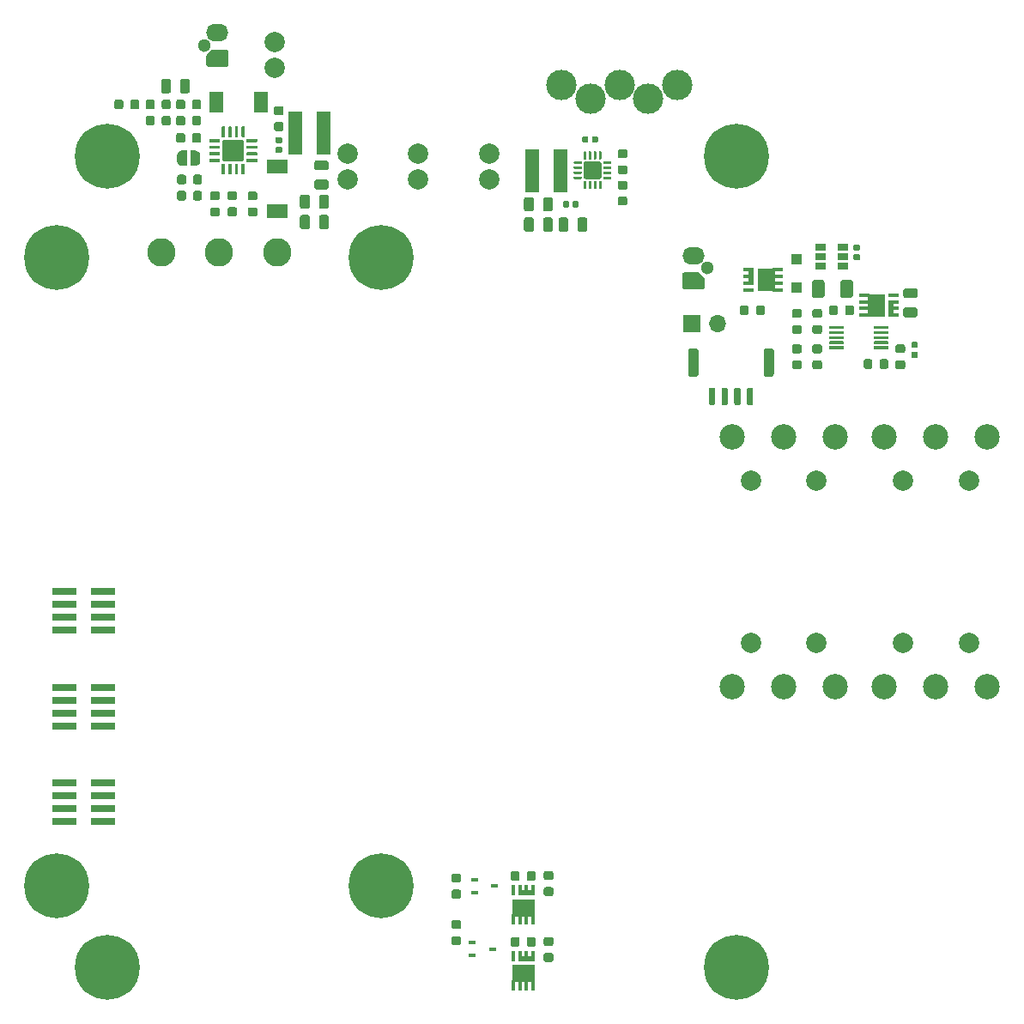
<source format=gts>
%TF.GenerationSoftware,KiCad,Pcbnew,5.1.5+dfsg1-2build2*%
%TF.CreationDate,2021-12-22T23:08:46+01:00*%
%TF.ProjectId,uHoubolt_PCB_PMU,75486f75-626f-46c7-945f-5043425f504d,rev?*%
%TF.SameCoordinates,PX8583b00PY5f5e100*%
%TF.FileFunction,Soldermask,Top*%
%TF.FilePolarity,Negative*%
%FSLAX46Y46*%
G04 Gerber Fmt 4.6, Leading zero omitted, Abs format (unit mm)*
G04 Created by KiCad (PCBNEW 5.1.5+dfsg1-2build2) date 2021-12-22 23:08:46*
%MOMM*%
%LPD*%
G04 APERTURE LIST*
%ADD10C,2.000000*%
%ADD11C,0.100000*%
%ADD12R,0.700000X0.450000*%
%ADD13C,3.000000*%
%ADD14C,2.500000*%
%ADD15R,2.400000X0.740000*%
%ADD16C,2.800000*%
%ADD17C,0.800000*%
%ADD18C,6.400000*%
%ADD19R,1.060000X0.650000*%
%ADD20O,1.700000X1.700000*%
%ADD21R,1.700000X1.700000*%
%ADD22R,0.340000X1.000000*%
%ADD23R,2.290000X1.710000*%
%ADD24R,1.640000X0.500000*%
%ADD25R,1.000000X0.340000*%
%ADD26R,1.710000X2.290000*%
%ADD27R,0.500000X1.640000*%
%ADD28R,1.400000X4.200000*%
%ADD29O,2.200000X1.700000*%
%ADD30C,1.300000*%
%ADD31R,2.100000X1.400000*%
%ADD32R,1.400000X2.100000*%
%ADD33R,1.100000X1.100000*%
G04 APERTURE END LIST*
D10*
%TO.C,J8*%
X-14500000Y48730000D03*
X-14500000Y51270000D03*
%TD*%
D11*
%TO.C,R12*%
G36*
X3677691Y-30776053D02*
G01*
X3698926Y-30779203D01*
X3719750Y-30784419D01*
X3739962Y-30791651D01*
X3759368Y-30800830D01*
X3777781Y-30811866D01*
X3795024Y-30824654D01*
X3810930Y-30839070D01*
X3825346Y-30854976D01*
X3838134Y-30872219D01*
X3849170Y-30890632D01*
X3858349Y-30910038D01*
X3865581Y-30930250D01*
X3870797Y-30951074D01*
X3873947Y-30972309D01*
X3875000Y-30993750D01*
X3875000Y-31431250D01*
X3873947Y-31452691D01*
X3870797Y-31473926D01*
X3865581Y-31494750D01*
X3858349Y-31514962D01*
X3849170Y-31534368D01*
X3838134Y-31552781D01*
X3825346Y-31570024D01*
X3810930Y-31585930D01*
X3795024Y-31600346D01*
X3777781Y-31613134D01*
X3759368Y-31624170D01*
X3739962Y-31633349D01*
X3719750Y-31640581D01*
X3698926Y-31645797D01*
X3677691Y-31648947D01*
X3656250Y-31650000D01*
X3143750Y-31650000D01*
X3122309Y-31648947D01*
X3101074Y-31645797D01*
X3080250Y-31640581D01*
X3060038Y-31633349D01*
X3040632Y-31624170D01*
X3022219Y-31613134D01*
X3004976Y-31600346D01*
X2989070Y-31585930D01*
X2974654Y-31570024D01*
X2961866Y-31552781D01*
X2950830Y-31534368D01*
X2941651Y-31514962D01*
X2934419Y-31494750D01*
X2929203Y-31473926D01*
X2926053Y-31452691D01*
X2925000Y-31431250D01*
X2925000Y-30993750D01*
X2926053Y-30972309D01*
X2929203Y-30951074D01*
X2934419Y-30930250D01*
X2941651Y-30910038D01*
X2950830Y-30890632D01*
X2961866Y-30872219D01*
X2974654Y-30854976D01*
X2989070Y-30839070D01*
X3004976Y-30824654D01*
X3022219Y-30811866D01*
X3040632Y-30800830D01*
X3060038Y-30791651D01*
X3080250Y-30784419D01*
X3101074Y-30779203D01*
X3122309Y-30776053D01*
X3143750Y-30775000D01*
X3656250Y-30775000D01*
X3677691Y-30776053D01*
G37*
G36*
X3677691Y-32351053D02*
G01*
X3698926Y-32354203D01*
X3719750Y-32359419D01*
X3739962Y-32366651D01*
X3759368Y-32375830D01*
X3777781Y-32386866D01*
X3795024Y-32399654D01*
X3810930Y-32414070D01*
X3825346Y-32429976D01*
X3838134Y-32447219D01*
X3849170Y-32465632D01*
X3858349Y-32485038D01*
X3865581Y-32505250D01*
X3870797Y-32526074D01*
X3873947Y-32547309D01*
X3875000Y-32568750D01*
X3875000Y-33006250D01*
X3873947Y-33027691D01*
X3870797Y-33048926D01*
X3865581Y-33069750D01*
X3858349Y-33089962D01*
X3849170Y-33109368D01*
X3838134Y-33127781D01*
X3825346Y-33145024D01*
X3810930Y-33160930D01*
X3795024Y-33175346D01*
X3777781Y-33188134D01*
X3759368Y-33199170D01*
X3739962Y-33208349D01*
X3719750Y-33215581D01*
X3698926Y-33220797D01*
X3677691Y-33223947D01*
X3656250Y-33225000D01*
X3143750Y-33225000D01*
X3122309Y-33223947D01*
X3101074Y-33220797D01*
X3080250Y-33215581D01*
X3060038Y-33208349D01*
X3040632Y-33199170D01*
X3022219Y-33188134D01*
X3004976Y-33175346D01*
X2989070Y-33160930D01*
X2974654Y-33145024D01*
X2961866Y-33127781D01*
X2950830Y-33109368D01*
X2941651Y-33089962D01*
X2934419Y-33069750D01*
X2929203Y-33048926D01*
X2926053Y-33027691D01*
X2925000Y-33006250D01*
X2925000Y-32568750D01*
X2926053Y-32547309D01*
X2929203Y-32526074D01*
X2934419Y-32505250D01*
X2941651Y-32485038D01*
X2950830Y-32465632D01*
X2961866Y-32447219D01*
X2974654Y-32429976D01*
X2989070Y-32414070D01*
X3004976Y-32399654D01*
X3022219Y-32386866D01*
X3040632Y-32375830D01*
X3060038Y-32366651D01*
X3080250Y-32359419D01*
X3101074Y-32354203D01*
X3122309Y-32351053D01*
X3143750Y-32350000D01*
X3656250Y-32350000D01*
X3677691Y-32351053D01*
G37*
%TD*%
D12*
%TO.C,Q6*%
X5200000Y-31350000D03*
X5200000Y-32650000D03*
X7200000Y-32000000D03*
%TD*%
D11*
%TO.C,R8*%
G36*
X3677691Y-36938553D02*
G01*
X3698926Y-36941703D01*
X3719750Y-36946919D01*
X3739962Y-36954151D01*
X3759368Y-36963330D01*
X3777781Y-36974366D01*
X3795024Y-36987154D01*
X3810930Y-37001570D01*
X3825346Y-37017476D01*
X3838134Y-37034719D01*
X3849170Y-37053132D01*
X3858349Y-37072538D01*
X3865581Y-37092750D01*
X3870797Y-37113574D01*
X3873947Y-37134809D01*
X3875000Y-37156250D01*
X3875000Y-37593750D01*
X3873947Y-37615191D01*
X3870797Y-37636426D01*
X3865581Y-37657250D01*
X3858349Y-37677462D01*
X3849170Y-37696868D01*
X3838134Y-37715281D01*
X3825346Y-37732524D01*
X3810930Y-37748430D01*
X3795024Y-37762846D01*
X3777781Y-37775634D01*
X3759368Y-37786670D01*
X3739962Y-37795849D01*
X3719750Y-37803081D01*
X3698926Y-37808297D01*
X3677691Y-37811447D01*
X3656250Y-37812500D01*
X3143750Y-37812500D01*
X3122309Y-37811447D01*
X3101074Y-37808297D01*
X3080250Y-37803081D01*
X3060038Y-37795849D01*
X3040632Y-37786670D01*
X3022219Y-37775634D01*
X3004976Y-37762846D01*
X2989070Y-37748430D01*
X2974654Y-37732524D01*
X2961866Y-37715281D01*
X2950830Y-37696868D01*
X2941651Y-37677462D01*
X2934419Y-37657250D01*
X2929203Y-37636426D01*
X2926053Y-37615191D01*
X2925000Y-37593750D01*
X2925000Y-37156250D01*
X2926053Y-37134809D01*
X2929203Y-37113574D01*
X2934419Y-37092750D01*
X2941651Y-37072538D01*
X2950830Y-37053132D01*
X2961866Y-37034719D01*
X2974654Y-37017476D01*
X2989070Y-37001570D01*
X3004976Y-36987154D01*
X3022219Y-36974366D01*
X3040632Y-36963330D01*
X3060038Y-36954151D01*
X3080250Y-36946919D01*
X3101074Y-36941703D01*
X3122309Y-36938553D01*
X3143750Y-36937500D01*
X3656250Y-36937500D01*
X3677691Y-36938553D01*
G37*
G36*
X3677691Y-35363553D02*
G01*
X3698926Y-35366703D01*
X3719750Y-35371919D01*
X3739962Y-35379151D01*
X3759368Y-35388330D01*
X3777781Y-35399366D01*
X3795024Y-35412154D01*
X3810930Y-35426570D01*
X3825346Y-35442476D01*
X3838134Y-35459719D01*
X3849170Y-35478132D01*
X3858349Y-35497538D01*
X3865581Y-35517750D01*
X3870797Y-35538574D01*
X3873947Y-35559809D01*
X3875000Y-35581250D01*
X3875000Y-36018750D01*
X3873947Y-36040191D01*
X3870797Y-36061426D01*
X3865581Y-36082250D01*
X3858349Y-36102462D01*
X3849170Y-36121868D01*
X3838134Y-36140281D01*
X3825346Y-36157524D01*
X3810930Y-36173430D01*
X3795024Y-36187846D01*
X3777781Y-36200634D01*
X3759368Y-36211670D01*
X3739962Y-36220849D01*
X3719750Y-36228081D01*
X3698926Y-36233297D01*
X3677691Y-36236447D01*
X3656250Y-36237500D01*
X3143750Y-36237500D01*
X3122309Y-36236447D01*
X3101074Y-36233297D01*
X3080250Y-36228081D01*
X3060038Y-36220849D01*
X3040632Y-36211670D01*
X3022219Y-36200634D01*
X3004976Y-36187846D01*
X2989070Y-36173430D01*
X2974654Y-36157524D01*
X2961866Y-36140281D01*
X2950830Y-36121868D01*
X2941651Y-36102462D01*
X2934419Y-36082250D01*
X2929203Y-36061426D01*
X2926053Y-36040191D01*
X2925000Y-36018750D01*
X2925000Y-35581250D01*
X2926053Y-35559809D01*
X2929203Y-35538574D01*
X2934419Y-35517750D01*
X2941651Y-35497538D01*
X2950830Y-35478132D01*
X2961866Y-35459719D01*
X2974654Y-35442476D01*
X2989070Y-35426570D01*
X3004976Y-35412154D01*
X3022219Y-35399366D01*
X3040632Y-35388330D01*
X3060038Y-35379151D01*
X3080250Y-35371919D01*
X3101074Y-35366703D01*
X3122309Y-35363553D01*
X3143750Y-35362500D01*
X3656250Y-35362500D01*
X3677691Y-35363553D01*
G37*
%TD*%
D12*
%TO.C,Q5*%
X5000000Y-37550000D03*
X5000000Y-38850000D03*
X7000000Y-38200000D03*
%TD*%
D11*
%TO.C,C19*%
G36*
X43086958Y31279290D02*
G01*
X43101276Y31277166D01*
X43115317Y31273649D01*
X43128946Y31268772D01*
X43142031Y31262583D01*
X43154447Y31255142D01*
X43166073Y31246519D01*
X43176798Y31236798D01*
X43186519Y31226073D01*
X43195142Y31214447D01*
X43202583Y31202031D01*
X43208772Y31188946D01*
X43213649Y31175317D01*
X43217166Y31161276D01*
X43219290Y31146958D01*
X43220000Y31132500D01*
X43220000Y30837500D01*
X43219290Y30823042D01*
X43217166Y30808724D01*
X43213649Y30794683D01*
X43208772Y30781054D01*
X43202583Y30767969D01*
X43195142Y30755553D01*
X43186519Y30743927D01*
X43176798Y30733202D01*
X43166073Y30723481D01*
X43154447Y30714858D01*
X43142031Y30707417D01*
X43128946Y30701228D01*
X43115317Y30696351D01*
X43101276Y30692834D01*
X43086958Y30690710D01*
X43072500Y30690000D01*
X42727500Y30690000D01*
X42713042Y30690710D01*
X42698724Y30692834D01*
X42684683Y30696351D01*
X42671054Y30701228D01*
X42657969Y30707417D01*
X42645553Y30714858D01*
X42633927Y30723481D01*
X42623202Y30733202D01*
X42613481Y30743927D01*
X42604858Y30755553D01*
X42597417Y30767969D01*
X42591228Y30781054D01*
X42586351Y30794683D01*
X42582834Y30808724D01*
X42580710Y30823042D01*
X42580000Y30837500D01*
X42580000Y31132500D01*
X42580710Y31146958D01*
X42582834Y31161276D01*
X42586351Y31175317D01*
X42591228Y31188946D01*
X42597417Y31202031D01*
X42604858Y31214447D01*
X42613481Y31226073D01*
X42623202Y31236798D01*
X42633927Y31246519D01*
X42645553Y31255142D01*
X42657969Y31262583D01*
X42671054Y31268772D01*
X42684683Y31273649D01*
X42698724Y31277166D01*
X42713042Y31279290D01*
X42727500Y31280000D01*
X43072500Y31280000D01*
X43086958Y31279290D01*
G37*
G36*
X43086958Y30309290D02*
G01*
X43101276Y30307166D01*
X43115317Y30303649D01*
X43128946Y30298772D01*
X43142031Y30292583D01*
X43154447Y30285142D01*
X43166073Y30276519D01*
X43176798Y30266798D01*
X43186519Y30256073D01*
X43195142Y30244447D01*
X43202583Y30232031D01*
X43208772Y30218946D01*
X43213649Y30205317D01*
X43217166Y30191276D01*
X43219290Y30176958D01*
X43220000Y30162500D01*
X43220000Y29867500D01*
X43219290Y29853042D01*
X43217166Y29838724D01*
X43213649Y29824683D01*
X43208772Y29811054D01*
X43202583Y29797969D01*
X43195142Y29785553D01*
X43186519Y29773927D01*
X43176798Y29763202D01*
X43166073Y29753481D01*
X43154447Y29744858D01*
X43142031Y29737417D01*
X43128946Y29731228D01*
X43115317Y29726351D01*
X43101276Y29722834D01*
X43086958Y29720710D01*
X43072500Y29720000D01*
X42727500Y29720000D01*
X42713042Y29720710D01*
X42698724Y29722834D01*
X42684683Y29726351D01*
X42671054Y29731228D01*
X42657969Y29737417D01*
X42645553Y29744858D01*
X42633927Y29753481D01*
X42623202Y29763202D01*
X42613481Y29773927D01*
X42604858Y29785553D01*
X42597417Y29797969D01*
X42591228Y29811054D01*
X42586351Y29824683D01*
X42582834Y29838724D01*
X42580710Y29853042D01*
X42580000Y29867500D01*
X42580000Y30162500D01*
X42580710Y30176958D01*
X42582834Y30191276D01*
X42586351Y30205317D01*
X42591228Y30218946D01*
X42597417Y30232031D01*
X42604858Y30244447D01*
X42613481Y30256073D01*
X42623202Y30266798D01*
X42633927Y30276519D01*
X42645553Y30285142D01*
X42657969Y30292583D01*
X42671054Y30298772D01*
X42684683Y30303649D01*
X42698724Y30307166D01*
X42713042Y30309290D01*
X42727500Y30310000D01*
X43072500Y30310000D01*
X43086958Y30309290D01*
G37*
%TD*%
%TO.C,JP2*%
G36*
X-23650000Y39050602D02*
G01*
X-23674534Y39050602D01*
X-23723365Y39055412D01*
X-23771490Y39064984D01*
X-23818445Y39079228D01*
X-23863778Y39098005D01*
X-23907051Y39121136D01*
X-23947850Y39148396D01*
X-23985779Y39179524D01*
X-24020476Y39214221D01*
X-24051604Y39252150D01*
X-24078864Y39292949D01*
X-24101995Y39336222D01*
X-24120772Y39381555D01*
X-24135016Y39428510D01*
X-24144588Y39476635D01*
X-24149398Y39525466D01*
X-24149398Y39550000D01*
X-24150000Y39550000D01*
X-24150000Y40050000D01*
X-24149398Y40050000D01*
X-24149398Y40074534D01*
X-24144588Y40123365D01*
X-24135016Y40171490D01*
X-24120772Y40218445D01*
X-24101995Y40263778D01*
X-24078864Y40307051D01*
X-24051604Y40347850D01*
X-24020476Y40385779D01*
X-23985779Y40420476D01*
X-23947850Y40451604D01*
X-23907051Y40478864D01*
X-23863778Y40501995D01*
X-23818445Y40520772D01*
X-23771490Y40535016D01*
X-23723365Y40544588D01*
X-23674534Y40549398D01*
X-23650000Y40549398D01*
X-23650000Y40550000D01*
X-23150000Y40550000D01*
X-23150000Y39050000D01*
X-23650000Y39050000D01*
X-23650000Y39050602D01*
G37*
G36*
X-22850000Y40550000D02*
G01*
X-22350000Y40550000D01*
X-22350000Y40549398D01*
X-22325466Y40549398D01*
X-22276635Y40544588D01*
X-22228510Y40535016D01*
X-22181555Y40520772D01*
X-22136222Y40501995D01*
X-22092949Y40478864D01*
X-22052150Y40451604D01*
X-22014221Y40420476D01*
X-21979524Y40385779D01*
X-21948396Y40347850D01*
X-21921136Y40307051D01*
X-21898005Y40263778D01*
X-21879228Y40218445D01*
X-21864984Y40171490D01*
X-21855412Y40123365D01*
X-21850602Y40074534D01*
X-21850602Y40050000D01*
X-21850000Y40050000D01*
X-21850000Y39550000D01*
X-21850602Y39550000D01*
X-21850602Y39525466D01*
X-21855412Y39476635D01*
X-21864984Y39428510D01*
X-21879228Y39381555D01*
X-21898005Y39336222D01*
X-21921136Y39292949D01*
X-21948396Y39252150D01*
X-21979524Y39214221D01*
X-22014221Y39179524D01*
X-22052150Y39148396D01*
X-22092949Y39121136D01*
X-22136222Y39098005D01*
X-22181555Y39079228D01*
X-22228510Y39064984D01*
X-22276635Y39055412D01*
X-22325466Y39050602D01*
X-22350000Y39050602D01*
X-22350000Y39050000D01*
X-22850000Y39050000D01*
X-22850000Y40550000D01*
G37*
%TD*%
%TO.C,C18*%
G36*
X-11269858Y34198826D02*
G01*
X-11246197Y34195316D01*
X-11222993Y34189504D01*
X-11200471Y34181446D01*
X-11178847Y34171218D01*
X-11158330Y34158921D01*
X-11139117Y34144671D01*
X-11121393Y34128607D01*
X-11105329Y34110883D01*
X-11091079Y34091670D01*
X-11078782Y34071153D01*
X-11068554Y34049529D01*
X-11060496Y34027007D01*
X-11054684Y34003803D01*
X-11051174Y33980142D01*
X-11050000Y33956250D01*
X-11050000Y33043750D01*
X-11051174Y33019858D01*
X-11054684Y32996197D01*
X-11060496Y32972993D01*
X-11068554Y32950471D01*
X-11078782Y32928847D01*
X-11091079Y32908330D01*
X-11105329Y32889117D01*
X-11121393Y32871393D01*
X-11139117Y32855329D01*
X-11158330Y32841079D01*
X-11178847Y32828782D01*
X-11200471Y32818554D01*
X-11222993Y32810496D01*
X-11246197Y32804684D01*
X-11269858Y32801174D01*
X-11293750Y32800000D01*
X-11781250Y32800000D01*
X-11805142Y32801174D01*
X-11828803Y32804684D01*
X-11852007Y32810496D01*
X-11874529Y32818554D01*
X-11896153Y32828782D01*
X-11916670Y32841079D01*
X-11935883Y32855329D01*
X-11953607Y32871393D01*
X-11969671Y32889117D01*
X-11983921Y32908330D01*
X-11996218Y32928847D01*
X-12006446Y32950471D01*
X-12014504Y32972993D01*
X-12020316Y32996197D01*
X-12023826Y33019858D01*
X-12025000Y33043750D01*
X-12025000Y33956250D01*
X-12023826Y33980142D01*
X-12020316Y34003803D01*
X-12014504Y34027007D01*
X-12006446Y34049529D01*
X-11996218Y34071153D01*
X-11983921Y34091670D01*
X-11969671Y34110883D01*
X-11953607Y34128607D01*
X-11935883Y34144671D01*
X-11916670Y34158921D01*
X-11896153Y34171218D01*
X-11874529Y34181446D01*
X-11852007Y34189504D01*
X-11828803Y34195316D01*
X-11805142Y34198826D01*
X-11781250Y34200000D01*
X-11293750Y34200000D01*
X-11269858Y34198826D01*
G37*
G36*
X-9394858Y34198826D02*
G01*
X-9371197Y34195316D01*
X-9347993Y34189504D01*
X-9325471Y34181446D01*
X-9303847Y34171218D01*
X-9283330Y34158921D01*
X-9264117Y34144671D01*
X-9246393Y34128607D01*
X-9230329Y34110883D01*
X-9216079Y34091670D01*
X-9203782Y34071153D01*
X-9193554Y34049529D01*
X-9185496Y34027007D01*
X-9179684Y34003803D01*
X-9176174Y33980142D01*
X-9175000Y33956250D01*
X-9175000Y33043750D01*
X-9176174Y33019858D01*
X-9179684Y32996197D01*
X-9185496Y32972993D01*
X-9193554Y32950471D01*
X-9203782Y32928847D01*
X-9216079Y32908330D01*
X-9230329Y32889117D01*
X-9246393Y32871393D01*
X-9264117Y32855329D01*
X-9283330Y32841079D01*
X-9303847Y32828782D01*
X-9325471Y32818554D01*
X-9347993Y32810496D01*
X-9371197Y32804684D01*
X-9394858Y32801174D01*
X-9418750Y32800000D01*
X-9906250Y32800000D01*
X-9930142Y32801174D01*
X-9953803Y32804684D01*
X-9977007Y32810496D01*
X-9999529Y32818554D01*
X-10021153Y32828782D01*
X-10041670Y32841079D01*
X-10060883Y32855329D01*
X-10078607Y32871393D01*
X-10094671Y32889117D01*
X-10108921Y32908330D01*
X-10121218Y32928847D01*
X-10131446Y32950471D01*
X-10139504Y32972993D01*
X-10145316Y32996197D01*
X-10148826Y33019858D01*
X-10150000Y33043750D01*
X-10150000Y33956250D01*
X-10148826Y33980142D01*
X-10145316Y34003803D01*
X-10139504Y34027007D01*
X-10131446Y34049529D01*
X-10121218Y34071153D01*
X-10108921Y34091670D01*
X-10094671Y34110883D01*
X-10078607Y34128607D01*
X-10060883Y34144671D01*
X-10041670Y34158921D01*
X-10021153Y34171218D01*
X-9999529Y34181446D01*
X-9977007Y34189504D01*
X-9953803Y34195316D01*
X-9930142Y34198826D01*
X-9906250Y34200000D01*
X-9418750Y34200000D01*
X-9394858Y34198826D01*
G37*
%TD*%
D13*
%TO.C,J3*%
X19500000Y47000000D03*
X25200000Y47000000D03*
X13800000Y47000000D03*
X22350000Y45660000D03*
X16650000Y45660000D03*
%TD*%
D14*
%TO.C,SW1*%
X40780000Y12300000D03*
X30620000Y12300000D03*
X35700000Y12300000D03*
D10*
X32450000Y8000000D03*
X38950000Y8000000D03*
%TD*%
D14*
%TO.C,SW3*%
X55780000Y12300000D03*
X45620000Y12300000D03*
X50700000Y12300000D03*
D10*
X47450000Y8000000D03*
X53950000Y8000000D03*
%TD*%
D14*
%TO.C,SW2*%
X30620000Y-12300000D03*
X40780000Y-12300000D03*
X35700000Y-12300000D03*
D10*
X32450000Y-8000000D03*
X38950000Y-8000000D03*
%TD*%
D14*
%TO.C,SW4*%
X45620000Y-12300000D03*
X55780000Y-12300000D03*
X50700000Y-12300000D03*
D10*
X47450000Y-8000000D03*
X53950000Y-8000000D03*
%TD*%
D15*
%TO.C,U5*%
X-31450000Y-6735000D03*
X-35260000Y-6735000D03*
X-31450000Y-5465000D03*
X-35260000Y-5465000D03*
X-31450000Y-4195000D03*
X-35260000Y-4195000D03*
X-31450000Y-2925000D03*
X-35260000Y-2925000D03*
X-31450000Y-16185000D03*
X-35260000Y-16185000D03*
X-31450000Y-14915000D03*
X-35260000Y-14915000D03*
X-31450000Y-13645000D03*
X-35260000Y-13645000D03*
X-31450000Y-12375000D03*
X-35260000Y-12375000D03*
X-31450000Y-25625000D03*
X-35260000Y-25625000D03*
X-31450000Y-24355000D03*
X-35260000Y-24355000D03*
X-31450000Y-23085000D03*
X-35260000Y-23085000D03*
X-31450000Y-21815000D03*
X-35260000Y-21815000D03*
D16*
X-25700000Y30500000D03*
X-20000000Y30500000D03*
X-14300000Y30500000D03*
D17*
X-5697056Y28302944D03*
X-2302944Y28302944D03*
X-5697056Y31697056D03*
X-6400000Y30000000D03*
X-4000000Y27600000D03*
X-1600000Y30000000D03*
X-4000000Y32400000D03*
D18*
X-4000000Y30000000D03*
D17*
X-2302944Y31697056D03*
X-5697056Y-33697056D03*
X-2302944Y-33697056D03*
X-5697056Y-30302944D03*
X-6400000Y-32000000D03*
X-4000000Y-34400000D03*
X-1600000Y-32000000D03*
X-4000000Y-29600000D03*
D18*
X-4000000Y-32000000D03*
D17*
X-2302944Y-30302944D03*
X-37697056Y-33697056D03*
X-34302944Y-33697056D03*
X-37697056Y-30302944D03*
X-38400000Y-32000000D03*
X-36000000Y-34400000D03*
X-33600000Y-32000000D03*
X-36000000Y-29600000D03*
D18*
X-36000000Y-32000000D03*
D17*
X-34302944Y-30302944D03*
X-37697056Y28302944D03*
X-34302944Y28302944D03*
X-37697056Y31697056D03*
X-38400000Y30000000D03*
X-36000000Y27600000D03*
X-33600000Y30000000D03*
X-36000000Y32400000D03*
D18*
X-36000000Y30000000D03*
D17*
X-34302944Y31697056D03*
%TD*%
D11*
%TO.C,U4*%
G36*
X-17750495Y41623796D02*
G01*
X-17726227Y41620196D01*
X-17702428Y41614235D01*
X-17679329Y41605970D01*
X-17657150Y41595480D01*
X-17636107Y41582868D01*
X-17616401Y41568253D01*
X-17598223Y41551777D01*
X-17581747Y41533599D01*
X-17567132Y41513893D01*
X-17554520Y41492850D01*
X-17544030Y41470671D01*
X-17535765Y41447572D01*
X-17529804Y41423773D01*
X-17526204Y41399505D01*
X-17525000Y41375001D01*
X-17525000Y39724999D01*
X-17526204Y39700495D01*
X-17529804Y39676227D01*
X-17535765Y39652428D01*
X-17544030Y39629329D01*
X-17554520Y39607150D01*
X-17567132Y39586107D01*
X-17581747Y39566401D01*
X-17598223Y39548223D01*
X-17616401Y39531747D01*
X-17636107Y39517132D01*
X-17657150Y39504520D01*
X-17679329Y39494030D01*
X-17702428Y39485765D01*
X-17726227Y39479804D01*
X-17750495Y39476204D01*
X-17774999Y39475000D01*
X-19425001Y39475000D01*
X-19449505Y39476204D01*
X-19473773Y39479804D01*
X-19497572Y39485765D01*
X-19520671Y39494030D01*
X-19542850Y39504520D01*
X-19563893Y39517132D01*
X-19583599Y39531747D01*
X-19601777Y39548223D01*
X-19618253Y39566401D01*
X-19632868Y39586107D01*
X-19645480Y39607150D01*
X-19655970Y39629329D01*
X-19664235Y39652428D01*
X-19670196Y39676227D01*
X-19673796Y39700495D01*
X-19675000Y39724999D01*
X-19675000Y41375001D01*
X-19673796Y41399505D01*
X-19670196Y41423773D01*
X-19664235Y41447572D01*
X-19655970Y41470671D01*
X-19645480Y41492850D01*
X-19632868Y41513893D01*
X-19618253Y41533599D01*
X-19601777Y41551777D01*
X-19583599Y41568253D01*
X-19563893Y41582868D01*
X-19542850Y41595480D01*
X-19520671Y41605970D01*
X-19497572Y41614235D01*
X-19473773Y41620196D01*
X-19449505Y41623796D01*
X-19425001Y41625000D01*
X-17774999Y41625000D01*
X-17750495Y41623796D01*
G37*
G36*
X-17542649Y42924639D02*
G01*
X-17535368Y42923559D01*
X-17528229Y42921771D01*
X-17521299Y42919291D01*
X-17514645Y42916144D01*
X-17508332Y42912360D01*
X-17502421Y42907976D01*
X-17496967Y42903033D01*
X-17492024Y42897579D01*
X-17487640Y42891668D01*
X-17483856Y42885355D01*
X-17480709Y42878701D01*
X-17478229Y42871771D01*
X-17476441Y42864632D01*
X-17475361Y42857351D01*
X-17475000Y42850000D01*
X-17475000Y41925000D01*
X-17475361Y41917649D01*
X-17476441Y41910368D01*
X-17478229Y41903229D01*
X-17480709Y41896299D01*
X-17483856Y41889645D01*
X-17487640Y41883332D01*
X-17492024Y41877421D01*
X-17496967Y41871967D01*
X-17502421Y41867024D01*
X-17508332Y41862640D01*
X-17514645Y41858856D01*
X-17521299Y41855709D01*
X-17528229Y41853229D01*
X-17535368Y41851441D01*
X-17542649Y41850361D01*
X-17550000Y41850000D01*
X-17700000Y41850000D01*
X-17707351Y41850361D01*
X-17714632Y41851441D01*
X-17721771Y41853229D01*
X-17728701Y41855709D01*
X-17735355Y41858856D01*
X-17741668Y41862640D01*
X-17747579Y41867024D01*
X-17753033Y41871967D01*
X-17757976Y41877421D01*
X-17762360Y41883332D01*
X-17766144Y41889645D01*
X-17769291Y41896299D01*
X-17771771Y41903229D01*
X-17773559Y41910368D01*
X-17774639Y41917649D01*
X-17775000Y41925000D01*
X-17775000Y42850000D01*
X-17774639Y42857351D01*
X-17773559Y42864632D01*
X-17771771Y42871771D01*
X-17769291Y42878701D01*
X-17766144Y42885355D01*
X-17762360Y42891668D01*
X-17757976Y42897579D01*
X-17753033Y42903033D01*
X-17747579Y42907976D01*
X-17741668Y42912360D01*
X-17735355Y42916144D01*
X-17728701Y42919291D01*
X-17721771Y42921771D01*
X-17714632Y42923559D01*
X-17707351Y42924639D01*
X-17700000Y42925000D01*
X-17550000Y42925000D01*
X-17542649Y42924639D01*
G37*
G36*
X-18192649Y42924639D02*
G01*
X-18185368Y42923559D01*
X-18178229Y42921771D01*
X-18171299Y42919291D01*
X-18164645Y42916144D01*
X-18158332Y42912360D01*
X-18152421Y42907976D01*
X-18146967Y42903033D01*
X-18142024Y42897579D01*
X-18137640Y42891668D01*
X-18133856Y42885355D01*
X-18130709Y42878701D01*
X-18128229Y42871771D01*
X-18126441Y42864632D01*
X-18125361Y42857351D01*
X-18125000Y42850000D01*
X-18125000Y41925000D01*
X-18125361Y41917649D01*
X-18126441Y41910368D01*
X-18128229Y41903229D01*
X-18130709Y41896299D01*
X-18133856Y41889645D01*
X-18137640Y41883332D01*
X-18142024Y41877421D01*
X-18146967Y41871967D01*
X-18152421Y41867024D01*
X-18158332Y41862640D01*
X-18164645Y41858856D01*
X-18171299Y41855709D01*
X-18178229Y41853229D01*
X-18185368Y41851441D01*
X-18192649Y41850361D01*
X-18200000Y41850000D01*
X-18350000Y41850000D01*
X-18357351Y41850361D01*
X-18364632Y41851441D01*
X-18371771Y41853229D01*
X-18378701Y41855709D01*
X-18385355Y41858856D01*
X-18391668Y41862640D01*
X-18397579Y41867024D01*
X-18403033Y41871967D01*
X-18407976Y41877421D01*
X-18412360Y41883332D01*
X-18416144Y41889645D01*
X-18419291Y41896299D01*
X-18421771Y41903229D01*
X-18423559Y41910368D01*
X-18424639Y41917649D01*
X-18425000Y41925000D01*
X-18425000Y42850000D01*
X-18424639Y42857351D01*
X-18423559Y42864632D01*
X-18421771Y42871771D01*
X-18419291Y42878701D01*
X-18416144Y42885355D01*
X-18412360Y42891668D01*
X-18407976Y42897579D01*
X-18403033Y42903033D01*
X-18397579Y42907976D01*
X-18391668Y42912360D01*
X-18385355Y42916144D01*
X-18378701Y42919291D01*
X-18371771Y42921771D01*
X-18364632Y42923559D01*
X-18357351Y42924639D01*
X-18350000Y42925000D01*
X-18200000Y42925000D01*
X-18192649Y42924639D01*
G37*
G36*
X-18842649Y42924639D02*
G01*
X-18835368Y42923559D01*
X-18828229Y42921771D01*
X-18821299Y42919291D01*
X-18814645Y42916144D01*
X-18808332Y42912360D01*
X-18802421Y42907976D01*
X-18796967Y42903033D01*
X-18792024Y42897579D01*
X-18787640Y42891668D01*
X-18783856Y42885355D01*
X-18780709Y42878701D01*
X-18778229Y42871771D01*
X-18776441Y42864632D01*
X-18775361Y42857351D01*
X-18775000Y42850000D01*
X-18775000Y41925000D01*
X-18775361Y41917649D01*
X-18776441Y41910368D01*
X-18778229Y41903229D01*
X-18780709Y41896299D01*
X-18783856Y41889645D01*
X-18787640Y41883332D01*
X-18792024Y41877421D01*
X-18796967Y41871967D01*
X-18802421Y41867024D01*
X-18808332Y41862640D01*
X-18814645Y41858856D01*
X-18821299Y41855709D01*
X-18828229Y41853229D01*
X-18835368Y41851441D01*
X-18842649Y41850361D01*
X-18850000Y41850000D01*
X-19000000Y41850000D01*
X-19007351Y41850361D01*
X-19014632Y41851441D01*
X-19021771Y41853229D01*
X-19028701Y41855709D01*
X-19035355Y41858856D01*
X-19041668Y41862640D01*
X-19047579Y41867024D01*
X-19053033Y41871967D01*
X-19057976Y41877421D01*
X-19062360Y41883332D01*
X-19066144Y41889645D01*
X-19069291Y41896299D01*
X-19071771Y41903229D01*
X-19073559Y41910368D01*
X-19074639Y41917649D01*
X-19075000Y41925000D01*
X-19075000Y42850000D01*
X-19074639Y42857351D01*
X-19073559Y42864632D01*
X-19071771Y42871771D01*
X-19069291Y42878701D01*
X-19066144Y42885355D01*
X-19062360Y42891668D01*
X-19057976Y42897579D01*
X-19053033Y42903033D01*
X-19047579Y42907976D01*
X-19041668Y42912360D01*
X-19035355Y42916144D01*
X-19028701Y42919291D01*
X-19021771Y42921771D01*
X-19014632Y42923559D01*
X-19007351Y42924639D01*
X-19000000Y42925000D01*
X-18850000Y42925000D01*
X-18842649Y42924639D01*
G37*
G36*
X-19492649Y42924639D02*
G01*
X-19485368Y42923559D01*
X-19478229Y42921771D01*
X-19471299Y42919291D01*
X-19464645Y42916144D01*
X-19458332Y42912360D01*
X-19452421Y42907976D01*
X-19446967Y42903033D01*
X-19442024Y42897579D01*
X-19437640Y42891668D01*
X-19433856Y42885355D01*
X-19430709Y42878701D01*
X-19428229Y42871771D01*
X-19426441Y42864632D01*
X-19425361Y42857351D01*
X-19425000Y42850000D01*
X-19425000Y41925000D01*
X-19425361Y41917649D01*
X-19426441Y41910368D01*
X-19428229Y41903229D01*
X-19430709Y41896299D01*
X-19433856Y41889645D01*
X-19437640Y41883332D01*
X-19442024Y41877421D01*
X-19446967Y41871967D01*
X-19452421Y41867024D01*
X-19458332Y41862640D01*
X-19464645Y41858856D01*
X-19471299Y41855709D01*
X-19478229Y41853229D01*
X-19485368Y41851441D01*
X-19492649Y41850361D01*
X-19500000Y41850000D01*
X-19650000Y41850000D01*
X-19657351Y41850361D01*
X-19664632Y41851441D01*
X-19671771Y41853229D01*
X-19678701Y41855709D01*
X-19685355Y41858856D01*
X-19691668Y41862640D01*
X-19697579Y41867024D01*
X-19703033Y41871967D01*
X-19707976Y41877421D01*
X-19712360Y41883332D01*
X-19716144Y41889645D01*
X-19719291Y41896299D01*
X-19721771Y41903229D01*
X-19723559Y41910368D01*
X-19724639Y41917649D01*
X-19725000Y41925000D01*
X-19725000Y42850000D01*
X-19724639Y42857351D01*
X-19723559Y42864632D01*
X-19721771Y42871771D01*
X-19719291Y42878701D01*
X-19716144Y42885355D01*
X-19712360Y42891668D01*
X-19707976Y42897579D01*
X-19703033Y42903033D01*
X-19697579Y42907976D01*
X-19691668Y42912360D01*
X-19685355Y42916144D01*
X-19678701Y42919291D01*
X-19671771Y42921771D01*
X-19664632Y42923559D01*
X-19657351Y42924639D01*
X-19650000Y42925000D01*
X-19500000Y42925000D01*
X-19492649Y42924639D01*
G37*
G36*
X-19967649Y41674639D02*
G01*
X-19960368Y41673559D01*
X-19953229Y41671771D01*
X-19946299Y41669291D01*
X-19939645Y41666144D01*
X-19933332Y41662360D01*
X-19927421Y41657976D01*
X-19921967Y41653033D01*
X-19917024Y41647579D01*
X-19912640Y41641668D01*
X-19908856Y41635355D01*
X-19905709Y41628701D01*
X-19903229Y41621771D01*
X-19901441Y41614632D01*
X-19900361Y41607351D01*
X-19900000Y41600000D01*
X-19900000Y41450000D01*
X-19900361Y41442649D01*
X-19901441Y41435368D01*
X-19903229Y41428229D01*
X-19905709Y41421299D01*
X-19908856Y41414645D01*
X-19912640Y41408332D01*
X-19917024Y41402421D01*
X-19921967Y41396967D01*
X-19927421Y41392024D01*
X-19933332Y41387640D01*
X-19939645Y41383856D01*
X-19946299Y41380709D01*
X-19953229Y41378229D01*
X-19960368Y41376441D01*
X-19967649Y41375361D01*
X-19975000Y41375000D01*
X-20900000Y41375000D01*
X-20907351Y41375361D01*
X-20914632Y41376441D01*
X-20921771Y41378229D01*
X-20928701Y41380709D01*
X-20935355Y41383856D01*
X-20941668Y41387640D01*
X-20947579Y41392024D01*
X-20953033Y41396967D01*
X-20957976Y41402421D01*
X-20962360Y41408332D01*
X-20966144Y41414645D01*
X-20969291Y41421299D01*
X-20971771Y41428229D01*
X-20973559Y41435368D01*
X-20974639Y41442649D01*
X-20975000Y41450000D01*
X-20975000Y41600000D01*
X-20974639Y41607351D01*
X-20973559Y41614632D01*
X-20971771Y41621771D01*
X-20969291Y41628701D01*
X-20966144Y41635355D01*
X-20962360Y41641668D01*
X-20957976Y41647579D01*
X-20953033Y41653033D01*
X-20947579Y41657976D01*
X-20941668Y41662360D01*
X-20935355Y41666144D01*
X-20928701Y41669291D01*
X-20921771Y41671771D01*
X-20914632Y41673559D01*
X-20907351Y41674639D01*
X-20900000Y41675000D01*
X-19975000Y41675000D01*
X-19967649Y41674639D01*
G37*
G36*
X-19967649Y41024639D02*
G01*
X-19960368Y41023559D01*
X-19953229Y41021771D01*
X-19946299Y41019291D01*
X-19939645Y41016144D01*
X-19933332Y41012360D01*
X-19927421Y41007976D01*
X-19921967Y41003033D01*
X-19917024Y40997579D01*
X-19912640Y40991668D01*
X-19908856Y40985355D01*
X-19905709Y40978701D01*
X-19903229Y40971771D01*
X-19901441Y40964632D01*
X-19900361Y40957351D01*
X-19900000Y40950000D01*
X-19900000Y40800000D01*
X-19900361Y40792649D01*
X-19901441Y40785368D01*
X-19903229Y40778229D01*
X-19905709Y40771299D01*
X-19908856Y40764645D01*
X-19912640Y40758332D01*
X-19917024Y40752421D01*
X-19921967Y40746967D01*
X-19927421Y40742024D01*
X-19933332Y40737640D01*
X-19939645Y40733856D01*
X-19946299Y40730709D01*
X-19953229Y40728229D01*
X-19960368Y40726441D01*
X-19967649Y40725361D01*
X-19975000Y40725000D01*
X-20900000Y40725000D01*
X-20907351Y40725361D01*
X-20914632Y40726441D01*
X-20921771Y40728229D01*
X-20928701Y40730709D01*
X-20935355Y40733856D01*
X-20941668Y40737640D01*
X-20947579Y40742024D01*
X-20953033Y40746967D01*
X-20957976Y40752421D01*
X-20962360Y40758332D01*
X-20966144Y40764645D01*
X-20969291Y40771299D01*
X-20971771Y40778229D01*
X-20973559Y40785368D01*
X-20974639Y40792649D01*
X-20975000Y40800000D01*
X-20975000Y40950000D01*
X-20974639Y40957351D01*
X-20973559Y40964632D01*
X-20971771Y40971771D01*
X-20969291Y40978701D01*
X-20966144Y40985355D01*
X-20962360Y40991668D01*
X-20957976Y40997579D01*
X-20953033Y41003033D01*
X-20947579Y41007976D01*
X-20941668Y41012360D01*
X-20935355Y41016144D01*
X-20928701Y41019291D01*
X-20921771Y41021771D01*
X-20914632Y41023559D01*
X-20907351Y41024639D01*
X-20900000Y41025000D01*
X-19975000Y41025000D01*
X-19967649Y41024639D01*
G37*
G36*
X-19967649Y40374639D02*
G01*
X-19960368Y40373559D01*
X-19953229Y40371771D01*
X-19946299Y40369291D01*
X-19939645Y40366144D01*
X-19933332Y40362360D01*
X-19927421Y40357976D01*
X-19921967Y40353033D01*
X-19917024Y40347579D01*
X-19912640Y40341668D01*
X-19908856Y40335355D01*
X-19905709Y40328701D01*
X-19903229Y40321771D01*
X-19901441Y40314632D01*
X-19900361Y40307351D01*
X-19900000Y40300000D01*
X-19900000Y40150000D01*
X-19900361Y40142649D01*
X-19901441Y40135368D01*
X-19903229Y40128229D01*
X-19905709Y40121299D01*
X-19908856Y40114645D01*
X-19912640Y40108332D01*
X-19917024Y40102421D01*
X-19921967Y40096967D01*
X-19927421Y40092024D01*
X-19933332Y40087640D01*
X-19939645Y40083856D01*
X-19946299Y40080709D01*
X-19953229Y40078229D01*
X-19960368Y40076441D01*
X-19967649Y40075361D01*
X-19975000Y40075000D01*
X-20900000Y40075000D01*
X-20907351Y40075361D01*
X-20914632Y40076441D01*
X-20921771Y40078229D01*
X-20928701Y40080709D01*
X-20935355Y40083856D01*
X-20941668Y40087640D01*
X-20947579Y40092024D01*
X-20953033Y40096967D01*
X-20957976Y40102421D01*
X-20962360Y40108332D01*
X-20966144Y40114645D01*
X-20969291Y40121299D01*
X-20971771Y40128229D01*
X-20973559Y40135368D01*
X-20974639Y40142649D01*
X-20975000Y40150000D01*
X-20975000Y40300000D01*
X-20974639Y40307351D01*
X-20973559Y40314632D01*
X-20971771Y40321771D01*
X-20969291Y40328701D01*
X-20966144Y40335355D01*
X-20962360Y40341668D01*
X-20957976Y40347579D01*
X-20953033Y40353033D01*
X-20947579Y40357976D01*
X-20941668Y40362360D01*
X-20935355Y40366144D01*
X-20928701Y40369291D01*
X-20921771Y40371771D01*
X-20914632Y40373559D01*
X-20907351Y40374639D01*
X-20900000Y40375000D01*
X-19975000Y40375000D01*
X-19967649Y40374639D01*
G37*
G36*
X-19967649Y39724639D02*
G01*
X-19960368Y39723559D01*
X-19953229Y39721771D01*
X-19946299Y39719291D01*
X-19939645Y39716144D01*
X-19933332Y39712360D01*
X-19927421Y39707976D01*
X-19921967Y39703033D01*
X-19917024Y39697579D01*
X-19912640Y39691668D01*
X-19908856Y39685355D01*
X-19905709Y39678701D01*
X-19903229Y39671771D01*
X-19901441Y39664632D01*
X-19900361Y39657351D01*
X-19900000Y39650000D01*
X-19900000Y39500000D01*
X-19900361Y39492649D01*
X-19901441Y39485368D01*
X-19903229Y39478229D01*
X-19905709Y39471299D01*
X-19908856Y39464645D01*
X-19912640Y39458332D01*
X-19917024Y39452421D01*
X-19921967Y39446967D01*
X-19927421Y39442024D01*
X-19933332Y39437640D01*
X-19939645Y39433856D01*
X-19946299Y39430709D01*
X-19953229Y39428229D01*
X-19960368Y39426441D01*
X-19967649Y39425361D01*
X-19975000Y39425000D01*
X-20900000Y39425000D01*
X-20907351Y39425361D01*
X-20914632Y39426441D01*
X-20921771Y39428229D01*
X-20928701Y39430709D01*
X-20935355Y39433856D01*
X-20941668Y39437640D01*
X-20947579Y39442024D01*
X-20953033Y39446967D01*
X-20957976Y39452421D01*
X-20962360Y39458332D01*
X-20966144Y39464645D01*
X-20969291Y39471299D01*
X-20971771Y39478229D01*
X-20973559Y39485368D01*
X-20974639Y39492649D01*
X-20975000Y39500000D01*
X-20975000Y39650000D01*
X-20974639Y39657351D01*
X-20973559Y39664632D01*
X-20971771Y39671771D01*
X-20969291Y39678701D01*
X-20966144Y39685355D01*
X-20962360Y39691668D01*
X-20957976Y39697579D01*
X-20953033Y39703033D01*
X-20947579Y39707976D01*
X-20941668Y39712360D01*
X-20935355Y39716144D01*
X-20928701Y39719291D01*
X-20921771Y39721771D01*
X-20914632Y39723559D01*
X-20907351Y39724639D01*
X-20900000Y39725000D01*
X-19975000Y39725000D01*
X-19967649Y39724639D01*
G37*
G36*
X-19492649Y39249639D02*
G01*
X-19485368Y39248559D01*
X-19478229Y39246771D01*
X-19471299Y39244291D01*
X-19464645Y39241144D01*
X-19458332Y39237360D01*
X-19452421Y39232976D01*
X-19446967Y39228033D01*
X-19442024Y39222579D01*
X-19437640Y39216668D01*
X-19433856Y39210355D01*
X-19430709Y39203701D01*
X-19428229Y39196771D01*
X-19426441Y39189632D01*
X-19425361Y39182351D01*
X-19425000Y39175000D01*
X-19425000Y38250000D01*
X-19425361Y38242649D01*
X-19426441Y38235368D01*
X-19428229Y38228229D01*
X-19430709Y38221299D01*
X-19433856Y38214645D01*
X-19437640Y38208332D01*
X-19442024Y38202421D01*
X-19446967Y38196967D01*
X-19452421Y38192024D01*
X-19458332Y38187640D01*
X-19464645Y38183856D01*
X-19471299Y38180709D01*
X-19478229Y38178229D01*
X-19485368Y38176441D01*
X-19492649Y38175361D01*
X-19500000Y38175000D01*
X-19650000Y38175000D01*
X-19657351Y38175361D01*
X-19664632Y38176441D01*
X-19671771Y38178229D01*
X-19678701Y38180709D01*
X-19685355Y38183856D01*
X-19691668Y38187640D01*
X-19697579Y38192024D01*
X-19703033Y38196967D01*
X-19707976Y38202421D01*
X-19712360Y38208332D01*
X-19716144Y38214645D01*
X-19719291Y38221299D01*
X-19721771Y38228229D01*
X-19723559Y38235368D01*
X-19724639Y38242649D01*
X-19725000Y38250000D01*
X-19725000Y39175000D01*
X-19724639Y39182351D01*
X-19723559Y39189632D01*
X-19721771Y39196771D01*
X-19719291Y39203701D01*
X-19716144Y39210355D01*
X-19712360Y39216668D01*
X-19707976Y39222579D01*
X-19703033Y39228033D01*
X-19697579Y39232976D01*
X-19691668Y39237360D01*
X-19685355Y39241144D01*
X-19678701Y39244291D01*
X-19671771Y39246771D01*
X-19664632Y39248559D01*
X-19657351Y39249639D01*
X-19650000Y39250000D01*
X-19500000Y39250000D01*
X-19492649Y39249639D01*
G37*
G36*
X-18842649Y39249639D02*
G01*
X-18835368Y39248559D01*
X-18828229Y39246771D01*
X-18821299Y39244291D01*
X-18814645Y39241144D01*
X-18808332Y39237360D01*
X-18802421Y39232976D01*
X-18796967Y39228033D01*
X-18792024Y39222579D01*
X-18787640Y39216668D01*
X-18783856Y39210355D01*
X-18780709Y39203701D01*
X-18778229Y39196771D01*
X-18776441Y39189632D01*
X-18775361Y39182351D01*
X-18775000Y39175000D01*
X-18775000Y38250000D01*
X-18775361Y38242649D01*
X-18776441Y38235368D01*
X-18778229Y38228229D01*
X-18780709Y38221299D01*
X-18783856Y38214645D01*
X-18787640Y38208332D01*
X-18792024Y38202421D01*
X-18796967Y38196967D01*
X-18802421Y38192024D01*
X-18808332Y38187640D01*
X-18814645Y38183856D01*
X-18821299Y38180709D01*
X-18828229Y38178229D01*
X-18835368Y38176441D01*
X-18842649Y38175361D01*
X-18850000Y38175000D01*
X-19000000Y38175000D01*
X-19007351Y38175361D01*
X-19014632Y38176441D01*
X-19021771Y38178229D01*
X-19028701Y38180709D01*
X-19035355Y38183856D01*
X-19041668Y38187640D01*
X-19047579Y38192024D01*
X-19053033Y38196967D01*
X-19057976Y38202421D01*
X-19062360Y38208332D01*
X-19066144Y38214645D01*
X-19069291Y38221299D01*
X-19071771Y38228229D01*
X-19073559Y38235368D01*
X-19074639Y38242649D01*
X-19075000Y38250000D01*
X-19075000Y39175000D01*
X-19074639Y39182351D01*
X-19073559Y39189632D01*
X-19071771Y39196771D01*
X-19069291Y39203701D01*
X-19066144Y39210355D01*
X-19062360Y39216668D01*
X-19057976Y39222579D01*
X-19053033Y39228033D01*
X-19047579Y39232976D01*
X-19041668Y39237360D01*
X-19035355Y39241144D01*
X-19028701Y39244291D01*
X-19021771Y39246771D01*
X-19014632Y39248559D01*
X-19007351Y39249639D01*
X-19000000Y39250000D01*
X-18850000Y39250000D01*
X-18842649Y39249639D01*
G37*
G36*
X-18192649Y39249639D02*
G01*
X-18185368Y39248559D01*
X-18178229Y39246771D01*
X-18171299Y39244291D01*
X-18164645Y39241144D01*
X-18158332Y39237360D01*
X-18152421Y39232976D01*
X-18146967Y39228033D01*
X-18142024Y39222579D01*
X-18137640Y39216668D01*
X-18133856Y39210355D01*
X-18130709Y39203701D01*
X-18128229Y39196771D01*
X-18126441Y39189632D01*
X-18125361Y39182351D01*
X-18125000Y39175000D01*
X-18125000Y38250000D01*
X-18125361Y38242649D01*
X-18126441Y38235368D01*
X-18128229Y38228229D01*
X-18130709Y38221299D01*
X-18133856Y38214645D01*
X-18137640Y38208332D01*
X-18142024Y38202421D01*
X-18146967Y38196967D01*
X-18152421Y38192024D01*
X-18158332Y38187640D01*
X-18164645Y38183856D01*
X-18171299Y38180709D01*
X-18178229Y38178229D01*
X-18185368Y38176441D01*
X-18192649Y38175361D01*
X-18200000Y38175000D01*
X-18350000Y38175000D01*
X-18357351Y38175361D01*
X-18364632Y38176441D01*
X-18371771Y38178229D01*
X-18378701Y38180709D01*
X-18385355Y38183856D01*
X-18391668Y38187640D01*
X-18397579Y38192024D01*
X-18403033Y38196967D01*
X-18407976Y38202421D01*
X-18412360Y38208332D01*
X-18416144Y38214645D01*
X-18419291Y38221299D01*
X-18421771Y38228229D01*
X-18423559Y38235368D01*
X-18424639Y38242649D01*
X-18425000Y38250000D01*
X-18425000Y39175000D01*
X-18424639Y39182351D01*
X-18423559Y39189632D01*
X-18421771Y39196771D01*
X-18419291Y39203701D01*
X-18416144Y39210355D01*
X-18412360Y39216668D01*
X-18407976Y39222579D01*
X-18403033Y39228033D01*
X-18397579Y39232976D01*
X-18391668Y39237360D01*
X-18385355Y39241144D01*
X-18378701Y39244291D01*
X-18371771Y39246771D01*
X-18364632Y39248559D01*
X-18357351Y39249639D01*
X-18350000Y39250000D01*
X-18200000Y39250000D01*
X-18192649Y39249639D01*
G37*
G36*
X-17542649Y39249639D02*
G01*
X-17535368Y39248559D01*
X-17528229Y39246771D01*
X-17521299Y39244291D01*
X-17514645Y39241144D01*
X-17508332Y39237360D01*
X-17502421Y39232976D01*
X-17496967Y39228033D01*
X-17492024Y39222579D01*
X-17487640Y39216668D01*
X-17483856Y39210355D01*
X-17480709Y39203701D01*
X-17478229Y39196771D01*
X-17476441Y39189632D01*
X-17475361Y39182351D01*
X-17475000Y39175000D01*
X-17475000Y38250000D01*
X-17475361Y38242649D01*
X-17476441Y38235368D01*
X-17478229Y38228229D01*
X-17480709Y38221299D01*
X-17483856Y38214645D01*
X-17487640Y38208332D01*
X-17492024Y38202421D01*
X-17496967Y38196967D01*
X-17502421Y38192024D01*
X-17508332Y38187640D01*
X-17514645Y38183856D01*
X-17521299Y38180709D01*
X-17528229Y38178229D01*
X-17535368Y38176441D01*
X-17542649Y38175361D01*
X-17550000Y38175000D01*
X-17700000Y38175000D01*
X-17707351Y38175361D01*
X-17714632Y38176441D01*
X-17721771Y38178229D01*
X-17728701Y38180709D01*
X-17735355Y38183856D01*
X-17741668Y38187640D01*
X-17747579Y38192024D01*
X-17753033Y38196967D01*
X-17757976Y38202421D01*
X-17762360Y38208332D01*
X-17766144Y38214645D01*
X-17769291Y38221299D01*
X-17771771Y38228229D01*
X-17773559Y38235368D01*
X-17774639Y38242649D01*
X-17775000Y38250000D01*
X-17775000Y39175000D01*
X-17774639Y39182351D01*
X-17773559Y39189632D01*
X-17771771Y39196771D01*
X-17769291Y39203701D01*
X-17766144Y39210355D01*
X-17762360Y39216668D01*
X-17757976Y39222579D01*
X-17753033Y39228033D01*
X-17747579Y39232976D01*
X-17741668Y39237360D01*
X-17735355Y39241144D01*
X-17728701Y39244291D01*
X-17721771Y39246771D01*
X-17714632Y39248559D01*
X-17707351Y39249639D01*
X-17700000Y39250000D01*
X-17550000Y39250000D01*
X-17542649Y39249639D01*
G37*
G36*
X-16292649Y39724639D02*
G01*
X-16285368Y39723559D01*
X-16278229Y39721771D01*
X-16271299Y39719291D01*
X-16264645Y39716144D01*
X-16258332Y39712360D01*
X-16252421Y39707976D01*
X-16246967Y39703033D01*
X-16242024Y39697579D01*
X-16237640Y39691668D01*
X-16233856Y39685355D01*
X-16230709Y39678701D01*
X-16228229Y39671771D01*
X-16226441Y39664632D01*
X-16225361Y39657351D01*
X-16225000Y39650000D01*
X-16225000Y39500000D01*
X-16225361Y39492649D01*
X-16226441Y39485368D01*
X-16228229Y39478229D01*
X-16230709Y39471299D01*
X-16233856Y39464645D01*
X-16237640Y39458332D01*
X-16242024Y39452421D01*
X-16246967Y39446967D01*
X-16252421Y39442024D01*
X-16258332Y39437640D01*
X-16264645Y39433856D01*
X-16271299Y39430709D01*
X-16278229Y39428229D01*
X-16285368Y39426441D01*
X-16292649Y39425361D01*
X-16300000Y39425000D01*
X-17225000Y39425000D01*
X-17232351Y39425361D01*
X-17239632Y39426441D01*
X-17246771Y39428229D01*
X-17253701Y39430709D01*
X-17260355Y39433856D01*
X-17266668Y39437640D01*
X-17272579Y39442024D01*
X-17278033Y39446967D01*
X-17282976Y39452421D01*
X-17287360Y39458332D01*
X-17291144Y39464645D01*
X-17294291Y39471299D01*
X-17296771Y39478229D01*
X-17298559Y39485368D01*
X-17299639Y39492649D01*
X-17300000Y39500000D01*
X-17300000Y39650000D01*
X-17299639Y39657351D01*
X-17298559Y39664632D01*
X-17296771Y39671771D01*
X-17294291Y39678701D01*
X-17291144Y39685355D01*
X-17287360Y39691668D01*
X-17282976Y39697579D01*
X-17278033Y39703033D01*
X-17272579Y39707976D01*
X-17266668Y39712360D01*
X-17260355Y39716144D01*
X-17253701Y39719291D01*
X-17246771Y39721771D01*
X-17239632Y39723559D01*
X-17232351Y39724639D01*
X-17225000Y39725000D01*
X-16300000Y39725000D01*
X-16292649Y39724639D01*
G37*
G36*
X-16292649Y40374639D02*
G01*
X-16285368Y40373559D01*
X-16278229Y40371771D01*
X-16271299Y40369291D01*
X-16264645Y40366144D01*
X-16258332Y40362360D01*
X-16252421Y40357976D01*
X-16246967Y40353033D01*
X-16242024Y40347579D01*
X-16237640Y40341668D01*
X-16233856Y40335355D01*
X-16230709Y40328701D01*
X-16228229Y40321771D01*
X-16226441Y40314632D01*
X-16225361Y40307351D01*
X-16225000Y40300000D01*
X-16225000Y40150000D01*
X-16225361Y40142649D01*
X-16226441Y40135368D01*
X-16228229Y40128229D01*
X-16230709Y40121299D01*
X-16233856Y40114645D01*
X-16237640Y40108332D01*
X-16242024Y40102421D01*
X-16246967Y40096967D01*
X-16252421Y40092024D01*
X-16258332Y40087640D01*
X-16264645Y40083856D01*
X-16271299Y40080709D01*
X-16278229Y40078229D01*
X-16285368Y40076441D01*
X-16292649Y40075361D01*
X-16300000Y40075000D01*
X-17225000Y40075000D01*
X-17232351Y40075361D01*
X-17239632Y40076441D01*
X-17246771Y40078229D01*
X-17253701Y40080709D01*
X-17260355Y40083856D01*
X-17266668Y40087640D01*
X-17272579Y40092024D01*
X-17278033Y40096967D01*
X-17282976Y40102421D01*
X-17287360Y40108332D01*
X-17291144Y40114645D01*
X-17294291Y40121299D01*
X-17296771Y40128229D01*
X-17298559Y40135368D01*
X-17299639Y40142649D01*
X-17300000Y40150000D01*
X-17300000Y40300000D01*
X-17299639Y40307351D01*
X-17298559Y40314632D01*
X-17296771Y40321771D01*
X-17294291Y40328701D01*
X-17291144Y40335355D01*
X-17287360Y40341668D01*
X-17282976Y40347579D01*
X-17278033Y40353033D01*
X-17272579Y40357976D01*
X-17266668Y40362360D01*
X-17260355Y40366144D01*
X-17253701Y40369291D01*
X-17246771Y40371771D01*
X-17239632Y40373559D01*
X-17232351Y40374639D01*
X-17225000Y40375000D01*
X-16300000Y40375000D01*
X-16292649Y40374639D01*
G37*
G36*
X-16292649Y41024639D02*
G01*
X-16285368Y41023559D01*
X-16278229Y41021771D01*
X-16271299Y41019291D01*
X-16264645Y41016144D01*
X-16258332Y41012360D01*
X-16252421Y41007976D01*
X-16246967Y41003033D01*
X-16242024Y40997579D01*
X-16237640Y40991668D01*
X-16233856Y40985355D01*
X-16230709Y40978701D01*
X-16228229Y40971771D01*
X-16226441Y40964632D01*
X-16225361Y40957351D01*
X-16225000Y40950000D01*
X-16225000Y40800000D01*
X-16225361Y40792649D01*
X-16226441Y40785368D01*
X-16228229Y40778229D01*
X-16230709Y40771299D01*
X-16233856Y40764645D01*
X-16237640Y40758332D01*
X-16242024Y40752421D01*
X-16246967Y40746967D01*
X-16252421Y40742024D01*
X-16258332Y40737640D01*
X-16264645Y40733856D01*
X-16271299Y40730709D01*
X-16278229Y40728229D01*
X-16285368Y40726441D01*
X-16292649Y40725361D01*
X-16300000Y40725000D01*
X-17225000Y40725000D01*
X-17232351Y40725361D01*
X-17239632Y40726441D01*
X-17246771Y40728229D01*
X-17253701Y40730709D01*
X-17260355Y40733856D01*
X-17266668Y40737640D01*
X-17272579Y40742024D01*
X-17278033Y40746967D01*
X-17282976Y40752421D01*
X-17287360Y40758332D01*
X-17291144Y40764645D01*
X-17294291Y40771299D01*
X-17296771Y40778229D01*
X-17298559Y40785368D01*
X-17299639Y40792649D01*
X-17300000Y40800000D01*
X-17300000Y40950000D01*
X-17299639Y40957351D01*
X-17298559Y40964632D01*
X-17296771Y40971771D01*
X-17294291Y40978701D01*
X-17291144Y40985355D01*
X-17287360Y40991668D01*
X-17282976Y40997579D01*
X-17278033Y41003033D01*
X-17272579Y41007976D01*
X-17266668Y41012360D01*
X-17260355Y41016144D01*
X-17253701Y41019291D01*
X-17246771Y41021771D01*
X-17239632Y41023559D01*
X-17232351Y41024639D01*
X-17225000Y41025000D01*
X-16300000Y41025000D01*
X-16292649Y41024639D01*
G37*
G36*
X-16292649Y41674639D02*
G01*
X-16285368Y41673559D01*
X-16278229Y41671771D01*
X-16271299Y41669291D01*
X-16264645Y41666144D01*
X-16258332Y41662360D01*
X-16252421Y41657976D01*
X-16246967Y41653033D01*
X-16242024Y41647579D01*
X-16237640Y41641668D01*
X-16233856Y41635355D01*
X-16230709Y41628701D01*
X-16228229Y41621771D01*
X-16226441Y41614632D01*
X-16225361Y41607351D01*
X-16225000Y41600000D01*
X-16225000Y41450000D01*
X-16225361Y41442649D01*
X-16226441Y41435368D01*
X-16228229Y41428229D01*
X-16230709Y41421299D01*
X-16233856Y41414645D01*
X-16237640Y41408332D01*
X-16242024Y41402421D01*
X-16246967Y41396967D01*
X-16252421Y41392024D01*
X-16258332Y41387640D01*
X-16264645Y41383856D01*
X-16271299Y41380709D01*
X-16278229Y41378229D01*
X-16285368Y41376441D01*
X-16292649Y41375361D01*
X-16300000Y41375000D01*
X-17225000Y41375000D01*
X-17232351Y41375361D01*
X-17239632Y41376441D01*
X-17246771Y41378229D01*
X-17253701Y41380709D01*
X-17260355Y41383856D01*
X-17266668Y41387640D01*
X-17272579Y41392024D01*
X-17278033Y41396967D01*
X-17282976Y41402421D01*
X-17287360Y41408332D01*
X-17291144Y41414645D01*
X-17294291Y41421299D01*
X-17296771Y41428229D01*
X-17298559Y41435368D01*
X-17299639Y41442649D01*
X-17300000Y41450000D01*
X-17300000Y41600000D01*
X-17299639Y41607351D01*
X-17298559Y41614632D01*
X-17296771Y41621771D01*
X-17294291Y41628701D01*
X-17291144Y41635355D01*
X-17287360Y41641668D01*
X-17282976Y41647579D01*
X-17278033Y41653033D01*
X-17272579Y41657976D01*
X-17266668Y41662360D01*
X-17260355Y41666144D01*
X-17253701Y41669291D01*
X-17246771Y41671771D01*
X-17239632Y41673559D01*
X-17232351Y41674639D01*
X-17225000Y41675000D01*
X-16300000Y41675000D01*
X-16292649Y41674639D01*
G37*
%TD*%
%TO.C,U3*%
G36*
X17489505Y39483796D02*
G01*
X17513773Y39480196D01*
X17537572Y39474235D01*
X17560671Y39465970D01*
X17582850Y39455480D01*
X17603893Y39442868D01*
X17623599Y39428253D01*
X17641777Y39411777D01*
X17658253Y39393599D01*
X17672868Y39373893D01*
X17685480Y39352850D01*
X17695970Y39330671D01*
X17704235Y39307572D01*
X17710196Y39283773D01*
X17713796Y39259505D01*
X17715000Y39235001D01*
X17715000Y37984999D01*
X17713796Y37960495D01*
X17710196Y37936227D01*
X17704235Y37912428D01*
X17695970Y37889329D01*
X17685480Y37867150D01*
X17672868Y37846107D01*
X17658253Y37826401D01*
X17641777Y37808223D01*
X17623599Y37791747D01*
X17603893Y37777132D01*
X17582850Y37764520D01*
X17560671Y37754030D01*
X17537572Y37745765D01*
X17513773Y37739804D01*
X17489505Y37736204D01*
X17465001Y37735000D01*
X16214999Y37735000D01*
X16190495Y37736204D01*
X16166227Y37739804D01*
X16142428Y37745765D01*
X16119329Y37754030D01*
X16097150Y37764520D01*
X16076107Y37777132D01*
X16056401Y37791747D01*
X16038223Y37808223D01*
X16021747Y37826401D01*
X16007132Y37846107D01*
X15994520Y37867150D01*
X15984030Y37889329D01*
X15975765Y37912428D01*
X15969804Y37936227D01*
X15966204Y37960495D01*
X15965000Y37984999D01*
X15965000Y39235001D01*
X15966204Y39259505D01*
X15969804Y39283773D01*
X15975765Y39307572D01*
X15984030Y39330671D01*
X15994520Y39352850D01*
X16007132Y39373893D01*
X16021747Y39393599D01*
X16038223Y39411777D01*
X16056401Y39428253D01*
X16076107Y39442868D01*
X16097150Y39455480D01*
X16119329Y39465970D01*
X16142428Y39474235D01*
X16166227Y39480196D01*
X16190495Y39483796D01*
X16214999Y39485000D01*
X17465001Y39485000D01*
X17489505Y39483796D01*
G37*
G36*
X16158626Y37534699D02*
G01*
X16164693Y37533799D01*
X16170643Y37532309D01*
X16176418Y37530242D01*
X16181962Y37527620D01*
X16187223Y37524467D01*
X16192150Y37520813D01*
X16196694Y37516694D01*
X16200813Y37512150D01*
X16204467Y37507223D01*
X16207620Y37501962D01*
X16210242Y37496418D01*
X16212309Y37490643D01*
X16213799Y37484693D01*
X16214699Y37478626D01*
X16215000Y37472500D01*
X16215000Y36822500D01*
X16214699Y36816374D01*
X16213799Y36810307D01*
X16212309Y36804357D01*
X16210242Y36798582D01*
X16207620Y36793038D01*
X16204467Y36787777D01*
X16200813Y36782850D01*
X16196694Y36778306D01*
X16192150Y36774187D01*
X16187223Y36770533D01*
X16181962Y36767380D01*
X16176418Y36764758D01*
X16170643Y36762691D01*
X16164693Y36761201D01*
X16158626Y36760301D01*
X16152500Y36760000D01*
X16027500Y36760000D01*
X16021374Y36760301D01*
X16015307Y36761201D01*
X16009357Y36762691D01*
X16003582Y36764758D01*
X15998038Y36767380D01*
X15992777Y36770533D01*
X15987850Y36774187D01*
X15983306Y36778306D01*
X15979187Y36782850D01*
X15975533Y36787777D01*
X15972380Y36793038D01*
X15969758Y36798582D01*
X15967691Y36804357D01*
X15966201Y36810307D01*
X15965301Y36816374D01*
X15965000Y36822500D01*
X15965000Y37472500D01*
X15965301Y37478626D01*
X15966201Y37484693D01*
X15967691Y37490643D01*
X15969758Y37496418D01*
X15972380Y37501962D01*
X15975533Y37507223D01*
X15979187Y37512150D01*
X15983306Y37516694D01*
X15987850Y37520813D01*
X15992777Y37524467D01*
X15998038Y37527620D01*
X16003582Y37530242D01*
X16009357Y37532309D01*
X16015307Y37533799D01*
X16021374Y37534699D01*
X16027500Y37535000D01*
X16152500Y37535000D01*
X16158626Y37534699D01*
G37*
G36*
X16658626Y37534699D02*
G01*
X16664693Y37533799D01*
X16670643Y37532309D01*
X16676418Y37530242D01*
X16681962Y37527620D01*
X16687223Y37524467D01*
X16692150Y37520813D01*
X16696694Y37516694D01*
X16700813Y37512150D01*
X16704467Y37507223D01*
X16707620Y37501962D01*
X16710242Y37496418D01*
X16712309Y37490643D01*
X16713799Y37484693D01*
X16714699Y37478626D01*
X16715000Y37472500D01*
X16715000Y36822500D01*
X16714699Y36816374D01*
X16713799Y36810307D01*
X16712309Y36804357D01*
X16710242Y36798582D01*
X16707620Y36793038D01*
X16704467Y36787777D01*
X16700813Y36782850D01*
X16696694Y36778306D01*
X16692150Y36774187D01*
X16687223Y36770533D01*
X16681962Y36767380D01*
X16676418Y36764758D01*
X16670643Y36762691D01*
X16664693Y36761201D01*
X16658626Y36760301D01*
X16652500Y36760000D01*
X16527500Y36760000D01*
X16521374Y36760301D01*
X16515307Y36761201D01*
X16509357Y36762691D01*
X16503582Y36764758D01*
X16498038Y36767380D01*
X16492777Y36770533D01*
X16487850Y36774187D01*
X16483306Y36778306D01*
X16479187Y36782850D01*
X16475533Y36787777D01*
X16472380Y36793038D01*
X16469758Y36798582D01*
X16467691Y36804357D01*
X16466201Y36810307D01*
X16465301Y36816374D01*
X16465000Y36822500D01*
X16465000Y37472500D01*
X16465301Y37478626D01*
X16466201Y37484693D01*
X16467691Y37490643D01*
X16469758Y37496418D01*
X16472380Y37501962D01*
X16475533Y37507223D01*
X16479187Y37512150D01*
X16483306Y37516694D01*
X16487850Y37520813D01*
X16492777Y37524467D01*
X16498038Y37527620D01*
X16503582Y37530242D01*
X16509357Y37532309D01*
X16515307Y37533799D01*
X16521374Y37534699D01*
X16527500Y37535000D01*
X16652500Y37535000D01*
X16658626Y37534699D01*
G37*
G36*
X17158626Y37534699D02*
G01*
X17164693Y37533799D01*
X17170643Y37532309D01*
X17176418Y37530242D01*
X17181962Y37527620D01*
X17187223Y37524467D01*
X17192150Y37520813D01*
X17196694Y37516694D01*
X17200813Y37512150D01*
X17204467Y37507223D01*
X17207620Y37501962D01*
X17210242Y37496418D01*
X17212309Y37490643D01*
X17213799Y37484693D01*
X17214699Y37478626D01*
X17215000Y37472500D01*
X17215000Y36822500D01*
X17214699Y36816374D01*
X17213799Y36810307D01*
X17212309Y36804357D01*
X17210242Y36798582D01*
X17207620Y36793038D01*
X17204467Y36787777D01*
X17200813Y36782850D01*
X17196694Y36778306D01*
X17192150Y36774187D01*
X17187223Y36770533D01*
X17181962Y36767380D01*
X17176418Y36764758D01*
X17170643Y36762691D01*
X17164693Y36761201D01*
X17158626Y36760301D01*
X17152500Y36760000D01*
X17027500Y36760000D01*
X17021374Y36760301D01*
X17015307Y36761201D01*
X17009357Y36762691D01*
X17003582Y36764758D01*
X16998038Y36767380D01*
X16992777Y36770533D01*
X16987850Y36774187D01*
X16983306Y36778306D01*
X16979187Y36782850D01*
X16975533Y36787777D01*
X16972380Y36793038D01*
X16969758Y36798582D01*
X16967691Y36804357D01*
X16966201Y36810307D01*
X16965301Y36816374D01*
X16965000Y36822500D01*
X16965000Y37472500D01*
X16965301Y37478626D01*
X16966201Y37484693D01*
X16967691Y37490643D01*
X16969758Y37496418D01*
X16972380Y37501962D01*
X16975533Y37507223D01*
X16979187Y37512150D01*
X16983306Y37516694D01*
X16987850Y37520813D01*
X16992777Y37524467D01*
X16998038Y37527620D01*
X17003582Y37530242D01*
X17009357Y37532309D01*
X17015307Y37533799D01*
X17021374Y37534699D01*
X17027500Y37535000D01*
X17152500Y37535000D01*
X17158626Y37534699D01*
G37*
G36*
X17658626Y37534699D02*
G01*
X17664693Y37533799D01*
X17670643Y37532309D01*
X17676418Y37530242D01*
X17681962Y37527620D01*
X17687223Y37524467D01*
X17692150Y37520813D01*
X17696694Y37516694D01*
X17700813Y37512150D01*
X17704467Y37507223D01*
X17707620Y37501962D01*
X17710242Y37496418D01*
X17712309Y37490643D01*
X17713799Y37484693D01*
X17714699Y37478626D01*
X17715000Y37472500D01*
X17715000Y36822500D01*
X17714699Y36816374D01*
X17713799Y36810307D01*
X17712309Y36804357D01*
X17710242Y36798582D01*
X17707620Y36793038D01*
X17704467Y36787777D01*
X17700813Y36782850D01*
X17696694Y36778306D01*
X17692150Y36774187D01*
X17687223Y36770533D01*
X17681962Y36767380D01*
X17676418Y36764758D01*
X17670643Y36762691D01*
X17664693Y36761201D01*
X17658626Y36760301D01*
X17652500Y36760000D01*
X17527500Y36760000D01*
X17521374Y36760301D01*
X17515307Y36761201D01*
X17509357Y36762691D01*
X17503582Y36764758D01*
X17498038Y36767380D01*
X17492777Y36770533D01*
X17487850Y36774187D01*
X17483306Y36778306D01*
X17479187Y36782850D01*
X17475533Y36787777D01*
X17472380Y36793038D01*
X17469758Y36798582D01*
X17467691Y36804357D01*
X17466201Y36810307D01*
X17465301Y36816374D01*
X17465000Y36822500D01*
X17465000Y37472500D01*
X17465301Y37478626D01*
X17466201Y37484693D01*
X17467691Y37490643D01*
X17469758Y37496418D01*
X17472380Y37501962D01*
X17475533Y37507223D01*
X17479187Y37512150D01*
X17483306Y37516694D01*
X17487850Y37520813D01*
X17492777Y37524467D01*
X17498038Y37527620D01*
X17503582Y37530242D01*
X17509357Y37532309D01*
X17515307Y37533799D01*
X17521374Y37534699D01*
X17527500Y37535000D01*
X17652500Y37535000D01*
X17658626Y37534699D01*
G37*
G36*
X18633626Y37984699D02*
G01*
X18639693Y37983799D01*
X18645643Y37982309D01*
X18651418Y37980242D01*
X18656962Y37977620D01*
X18662223Y37974467D01*
X18667150Y37970813D01*
X18671694Y37966694D01*
X18675813Y37962150D01*
X18679467Y37957223D01*
X18682620Y37951962D01*
X18685242Y37946418D01*
X18687309Y37940643D01*
X18688799Y37934693D01*
X18689699Y37928626D01*
X18690000Y37922500D01*
X18690000Y37797500D01*
X18689699Y37791374D01*
X18688799Y37785307D01*
X18687309Y37779357D01*
X18685242Y37773582D01*
X18682620Y37768038D01*
X18679467Y37762777D01*
X18675813Y37757850D01*
X18671694Y37753306D01*
X18667150Y37749187D01*
X18662223Y37745533D01*
X18656962Y37742380D01*
X18651418Y37739758D01*
X18645643Y37737691D01*
X18639693Y37736201D01*
X18633626Y37735301D01*
X18627500Y37735000D01*
X17977500Y37735000D01*
X17971374Y37735301D01*
X17965307Y37736201D01*
X17959357Y37737691D01*
X17953582Y37739758D01*
X17948038Y37742380D01*
X17942777Y37745533D01*
X17937850Y37749187D01*
X17933306Y37753306D01*
X17929187Y37757850D01*
X17925533Y37762777D01*
X17922380Y37768038D01*
X17919758Y37773582D01*
X17917691Y37779357D01*
X17916201Y37785307D01*
X17915301Y37791374D01*
X17915000Y37797500D01*
X17915000Y37922500D01*
X17915301Y37928626D01*
X17916201Y37934693D01*
X17917691Y37940643D01*
X17919758Y37946418D01*
X17922380Y37951962D01*
X17925533Y37957223D01*
X17929187Y37962150D01*
X17933306Y37966694D01*
X17937850Y37970813D01*
X17942777Y37974467D01*
X17948038Y37977620D01*
X17953582Y37980242D01*
X17959357Y37982309D01*
X17965307Y37983799D01*
X17971374Y37984699D01*
X17977500Y37985000D01*
X18627500Y37985000D01*
X18633626Y37984699D01*
G37*
G36*
X18633626Y38484699D02*
G01*
X18639693Y38483799D01*
X18645643Y38482309D01*
X18651418Y38480242D01*
X18656962Y38477620D01*
X18662223Y38474467D01*
X18667150Y38470813D01*
X18671694Y38466694D01*
X18675813Y38462150D01*
X18679467Y38457223D01*
X18682620Y38451962D01*
X18685242Y38446418D01*
X18687309Y38440643D01*
X18688799Y38434693D01*
X18689699Y38428626D01*
X18690000Y38422500D01*
X18690000Y38297500D01*
X18689699Y38291374D01*
X18688799Y38285307D01*
X18687309Y38279357D01*
X18685242Y38273582D01*
X18682620Y38268038D01*
X18679467Y38262777D01*
X18675813Y38257850D01*
X18671694Y38253306D01*
X18667150Y38249187D01*
X18662223Y38245533D01*
X18656962Y38242380D01*
X18651418Y38239758D01*
X18645643Y38237691D01*
X18639693Y38236201D01*
X18633626Y38235301D01*
X18627500Y38235000D01*
X17977500Y38235000D01*
X17971374Y38235301D01*
X17965307Y38236201D01*
X17959357Y38237691D01*
X17953582Y38239758D01*
X17948038Y38242380D01*
X17942777Y38245533D01*
X17937850Y38249187D01*
X17933306Y38253306D01*
X17929187Y38257850D01*
X17925533Y38262777D01*
X17922380Y38268038D01*
X17919758Y38273582D01*
X17917691Y38279357D01*
X17916201Y38285307D01*
X17915301Y38291374D01*
X17915000Y38297500D01*
X17915000Y38422500D01*
X17915301Y38428626D01*
X17916201Y38434693D01*
X17917691Y38440643D01*
X17919758Y38446418D01*
X17922380Y38451962D01*
X17925533Y38457223D01*
X17929187Y38462150D01*
X17933306Y38466694D01*
X17937850Y38470813D01*
X17942777Y38474467D01*
X17948038Y38477620D01*
X17953582Y38480242D01*
X17959357Y38482309D01*
X17965307Y38483799D01*
X17971374Y38484699D01*
X17977500Y38485000D01*
X18627500Y38485000D01*
X18633626Y38484699D01*
G37*
G36*
X18633626Y38984699D02*
G01*
X18639693Y38983799D01*
X18645643Y38982309D01*
X18651418Y38980242D01*
X18656962Y38977620D01*
X18662223Y38974467D01*
X18667150Y38970813D01*
X18671694Y38966694D01*
X18675813Y38962150D01*
X18679467Y38957223D01*
X18682620Y38951962D01*
X18685242Y38946418D01*
X18687309Y38940643D01*
X18688799Y38934693D01*
X18689699Y38928626D01*
X18690000Y38922500D01*
X18690000Y38797500D01*
X18689699Y38791374D01*
X18688799Y38785307D01*
X18687309Y38779357D01*
X18685242Y38773582D01*
X18682620Y38768038D01*
X18679467Y38762777D01*
X18675813Y38757850D01*
X18671694Y38753306D01*
X18667150Y38749187D01*
X18662223Y38745533D01*
X18656962Y38742380D01*
X18651418Y38739758D01*
X18645643Y38737691D01*
X18639693Y38736201D01*
X18633626Y38735301D01*
X18627500Y38735000D01*
X17977500Y38735000D01*
X17971374Y38735301D01*
X17965307Y38736201D01*
X17959357Y38737691D01*
X17953582Y38739758D01*
X17948038Y38742380D01*
X17942777Y38745533D01*
X17937850Y38749187D01*
X17933306Y38753306D01*
X17929187Y38757850D01*
X17925533Y38762777D01*
X17922380Y38768038D01*
X17919758Y38773582D01*
X17917691Y38779357D01*
X17916201Y38785307D01*
X17915301Y38791374D01*
X17915000Y38797500D01*
X17915000Y38922500D01*
X17915301Y38928626D01*
X17916201Y38934693D01*
X17917691Y38940643D01*
X17919758Y38946418D01*
X17922380Y38951962D01*
X17925533Y38957223D01*
X17929187Y38962150D01*
X17933306Y38966694D01*
X17937850Y38970813D01*
X17942777Y38974467D01*
X17948038Y38977620D01*
X17953582Y38980242D01*
X17959357Y38982309D01*
X17965307Y38983799D01*
X17971374Y38984699D01*
X17977500Y38985000D01*
X18627500Y38985000D01*
X18633626Y38984699D01*
G37*
G36*
X18633626Y39484699D02*
G01*
X18639693Y39483799D01*
X18645643Y39482309D01*
X18651418Y39480242D01*
X18656962Y39477620D01*
X18662223Y39474467D01*
X18667150Y39470813D01*
X18671694Y39466694D01*
X18675813Y39462150D01*
X18679467Y39457223D01*
X18682620Y39451962D01*
X18685242Y39446418D01*
X18687309Y39440643D01*
X18688799Y39434693D01*
X18689699Y39428626D01*
X18690000Y39422500D01*
X18690000Y39297500D01*
X18689699Y39291374D01*
X18688799Y39285307D01*
X18687309Y39279357D01*
X18685242Y39273582D01*
X18682620Y39268038D01*
X18679467Y39262777D01*
X18675813Y39257850D01*
X18671694Y39253306D01*
X18667150Y39249187D01*
X18662223Y39245533D01*
X18656962Y39242380D01*
X18651418Y39239758D01*
X18645643Y39237691D01*
X18639693Y39236201D01*
X18633626Y39235301D01*
X18627500Y39235000D01*
X17977500Y39235000D01*
X17971374Y39235301D01*
X17965307Y39236201D01*
X17959357Y39237691D01*
X17953582Y39239758D01*
X17948038Y39242380D01*
X17942777Y39245533D01*
X17937850Y39249187D01*
X17933306Y39253306D01*
X17929187Y39257850D01*
X17925533Y39262777D01*
X17922380Y39268038D01*
X17919758Y39273582D01*
X17917691Y39279357D01*
X17916201Y39285307D01*
X17915301Y39291374D01*
X17915000Y39297500D01*
X17915000Y39422500D01*
X17915301Y39428626D01*
X17916201Y39434693D01*
X17917691Y39440643D01*
X17919758Y39446418D01*
X17922380Y39451962D01*
X17925533Y39457223D01*
X17929187Y39462150D01*
X17933306Y39466694D01*
X17937850Y39470813D01*
X17942777Y39474467D01*
X17948038Y39477620D01*
X17953582Y39480242D01*
X17959357Y39482309D01*
X17965307Y39483799D01*
X17971374Y39484699D01*
X17977500Y39485000D01*
X18627500Y39485000D01*
X18633626Y39484699D01*
G37*
G36*
X17658626Y40459699D02*
G01*
X17664693Y40458799D01*
X17670643Y40457309D01*
X17676418Y40455242D01*
X17681962Y40452620D01*
X17687223Y40449467D01*
X17692150Y40445813D01*
X17696694Y40441694D01*
X17700813Y40437150D01*
X17704467Y40432223D01*
X17707620Y40426962D01*
X17710242Y40421418D01*
X17712309Y40415643D01*
X17713799Y40409693D01*
X17714699Y40403626D01*
X17715000Y40397500D01*
X17715000Y39747500D01*
X17714699Y39741374D01*
X17713799Y39735307D01*
X17712309Y39729357D01*
X17710242Y39723582D01*
X17707620Y39718038D01*
X17704467Y39712777D01*
X17700813Y39707850D01*
X17696694Y39703306D01*
X17692150Y39699187D01*
X17687223Y39695533D01*
X17681962Y39692380D01*
X17676418Y39689758D01*
X17670643Y39687691D01*
X17664693Y39686201D01*
X17658626Y39685301D01*
X17652500Y39685000D01*
X17527500Y39685000D01*
X17521374Y39685301D01*
X17515307Y39686201D01*
X17509357Y39687691D01*
X17503582Y39689758D01*
X17498038Y39692380D01*
X17492777Y39695533D01*
X17487850Y39699187D01*
X17483306Y39703306D01*
X17479187Y39707850D01*
X17475533Y39712777D01*
X17472380Y39718038D01*
X17469758Y39723582D01*
X17467691Y39729357D01*
X17466201Y39735307D01*
X17465301Y39741374D01*
X17465000Y39747500D01*
X17465000Y40397500D01*
X17465301Y40403626D01*
X17466201Y40409693D01*
X17467691Y40415643D01*
X17469758Y40421418D01*
X17472380Y40426962D01*
X17475533Y40432223D01*
X17479187Y40437150D01*
X17483306Y40441694D01*
X17487850Y40445813D01*
X17492777Y40449467D01*
X17498038Y40452620D01*
X17503582Y40455242D01*
X17509357Y40457309D01*
X17515307Y40458799D01*
X17521374Y40459699D01*
X17527500Y40460000D01*
X17652500Y40460000D01*
X17658626Y40459699D01*
G37*
G36*
X17158626Y40459699D02*
G01*
X17164693Y40458799D01*
X17170643Y40457309D01*
X17176418Y40455242D01*
X17181962Y40452620D01*
X17187223Y40449467D01*
X17192150Y40445813D01*
X17196694Y40441694D01*
X17200813Y40437150D01*
X17204467Y40432223D01*
X17207620Y40426962D01*
X17210242Y40421418D01*
X17212309Y40415643D01*
X17213799Y40409693D01*
X17214699Y40403626D01*
X17215000Y40397500D01*
X17215000Y39747500D01*
X17214699Y39741374D01*
X17213799Y39735307D01*
X17212309Y39729357D01*
X17210242Y39723582D01*
X17207620Y39718038D01*
X17204467Y39712777D01*
X17200813Y39707850D01*
X17196694Y39703306D01*
X17192150Y39699187D01*
X17187223Y39695533D01*
X17181962Y39692380D01*
X17176418Y39689758D01*
X17170643Y39687691D01*
X17164693Y39686201D01*
X17158626Y39685301D01*
X17152500Y39685000D01*
X17027500Y39685000D01*
X17021374Y39685301D01*
X17015307Y39686201D01*
X17009357Y39687691D01*
X17003582Y39689758D01*
X16998038Y39692380D01*
X16992777Y39695533D01*
X16987850Y39699187D01*
X16983306Y39703306D01*
X16979187Y39707850D01*
X16975533Y39712777D01*
X16972380Y39718038D01*
X16969758Y39723582D01*
X16967691Y39729357D01*
X16966201Y39735307D01*
X16965301Y39741374D01*
X16965000Y39747500D01*
X16965000Y40397500D01*
X16965301Y40403626D01*
X16966201Y40409693D01*
X16967691Y40415643D01*
X16969758Y40421418D01*
X16972380Y40426962D01*
X16975533Y40432223D01*
X16979187Y40437150D01*
X16983306Y40441694D01*
X16987850Y40445813D01*
X16992777Y40449467D01*
X16998038Y40452620D01*
X17003582Y40455242D01*
X17009357Y40457309D01*
X17015307Y40458799D01*
X17021374Y40459699D01*
X17027500Y40460000D01*
X17152500Y40460000D01*
X17158626Y40459699D01*
G37*
G36*
X16658626Y40459699D02*
G01*
X16664693Y40458799D01*
X16670643Y40457309D01*
X16676418Y40455242D01*
X16681962Y40452620D01*
X16687223Y40449467D01*
X16692150Y40445813D01*
X16696694Y40441694D01*
X16700813Y40437150D01*
X16704467Y40432223D01*
X16707620Y40426962D01*
X16710242Y40421418D01*
X16712309Y40415643D01*
X16713799Y40409693D01*
X16714699Y40403626D01*
X16715000Y40397500D01*
X16715000Y39747500D01*
X16714699Y39741374D01*
X16713799Y39735307D01*
X16712309Y39729357D01*
X16710242Y39723582D01*
X16707620Y39718038D01*
X16704467Y39712777D01*
X16700813Y39707850D01*
X16696694Y39703306D01*
X16692150Y39699187D01*
X16687223Y39695533D01*
X16681962Y39692380D01*
X16676418Y39689758D01*
X16670643Y39687691D01*
X16664693Y39686201D01*
X16658626Y39685301D01*
X16652500Y39685000D01*
X16527500Y39685000D01*
X16521374Y39685301D01*
X16515307Y39686201D01*
X16509357Y39687691D01*
X16503582Y39689758D01*
X16498038Y39692380D01*
X16492777Y39695533D01*
X16487850Y39699187D01*
X16483306Y39703306D01*
X16479187Y39707850D01*
X16475533Y39712777D01*
X16472380Y39718038D01*
X16469758Y39723582D01*
X16467691Y39729357D01*
X16466201Y39735307D01*
X16465301Y39741374D01*
X16465000Y39747500D01*
X16465000Y40397500D01*
X16465301Y40403626D01*
X16466201Y40409693D01*
X16467691Y40415643D01*
X16469758Y40421418D01*
X16472380Y40426962D01*
X16475533Y40432223D01*
X16479187Y40437150D01*
X16483306Y40441694D01*
X16487850Y40445813D01*
X16492777Y40449467D01*
X16498038Y40452620D01*
X16503582Y40455242D01*
X16509357Y40457309D01*
X16515307Y40458799D01*
X16521374Y40459699D01*
X16527500Y40460000D01*
X16652500Y40460000D01*
X16658626Y40459699D01*
G37*
G36*
X16158626Y40459699D02*
G01*
X16164693Y40458799D01*
X16170643Y40457309D01*
X16176418Y40455242D01*
X16181962Y40452620D01*
X16187223Y40449467D01*
X16192150Y40445813D01*
X16196694Y40441694D01*
X16200813Y40437150D01*
X16204467Y40432223D01*
X16207620Y40426962D01*
X16210242Y40421418D01*
X16212309Y40415643D01*
X16213799Y40409693D01*
X16214699Y40403626D01*
X16215000Y40397500D01*
X16215000Y39747500D01*
X16214699Y39741374D01*
X16213799Y39735307D01*
X16212309Y39729357D01*
X16210242Y39723582D01*
X16207620Y39718038D01*
X16204467Y39712777D01*
X16200813Y39707850D01*
X16196694Y39703306D01*
X16192150Y39699187D01*
X16187223Y39695533D01*
X16181962Y39692380D01*
X16176418Y39689758D01*
X16170643Y39687691D01*
X16164693Y39686201D01*
X16158626Y39685301D01*
X16152500Y39685000D01*
X16027500Y39685000D01*
X16021374Y39685301D01*
X16015307Y39686201D01*
X16009357Y39687691D01*
X16003582Y39689758D01*
X15998038Y39692380D01*
X15992777Y39695533D01*
X15987850Y39699187D01*
X15983306Y39703306D01*
X15979187Y39707850D01*
X15975533Y39712777D01*
X15972380Y39718038D01*
X15969758Y39723582D01*
X15967691Y39729357D01*
X15966201Y39735307D01*
X15965301Y39741374D01*
X15965000Y39747500D01*
X15965000Y40397500D01*
X15965301Y40403626D01*
X15966201Y40409693D01*
X15967691Y40415643D01*
X15969758Y40421418D01*
X15972380Y40426962D01*
X15975533Y40432223D01*
X15979187Y40437150D01*
X15983306Y40441694D01*
X15987850Y40445813D01*
X15992777Y40449467D01*
X15998038Y40452620D01*
X16003582Y40455242D01*
X16009357Y40457309D01*
X16015307Y40458799D01*
X16021374Y40459699D01*
X16027500Y40460000D01*
X16152500Y40460000D01*
X16158626Y40459699D01*
G37*
G36*
X15708626Y39484699D02*
G01*
X15714693Y39483799D01*
X15720643Y39482309D01*
X15726418Y39480242D01*
X15731962Y39477620D01*
X15737223Y39474467D01*
X15742150Y39470813D01*
X15746694Y39466694D01*
X15750813Y39462150D01*
X15754467Y39457223D01*
X15757620Y39451962D01*
X15760242Y39446418D01*
X15762309Y39440643D01*
X15763799Y39434693D01*
X15764699Y39428626D01*
X15765000Y39422500D01*
X15765000Y39297500D01*
X15764699Y39291374D01*
X15763799Y39285307D01*
X15762309Y39279357D01*
X15760242Y39273582D01*
X15757620Y39268038D01*
X15754467Y39262777D01*
X15750813Y39257850D01*
X15746694Y39253306D01*
X15742150Y39249187D01*
X15737223Y39245533D01*
X15731962Y39242380D01*
X15726418Y39239758D01*
X15720643Y39237691D01*
X15714693Y39236201D01*
X15708626Y39235301D01*
X15702500Y39235000D01*
X15052500Y39235000D01*
X15046374Y39235301D01*
X15040307Y39236201D01*
X15034357Y39237691D01*
X15028582Y39239758D01*
X15023038Y39242380D01*
X15017777Y39245533D01*
X15012850Y39249187D01*
X15008306Y39253306D01*
X15004187Y39257850D01*
X15000533Y39262777D01*
X14997380Y39268038D01*
X14994758Y39273582D01*
X14992691Y39279357D01*
X14991201Y39285307D01*
X14990301Y39291374D01*
X14990000Y39297500D01*
X14990000Y39422500D01*
X14990301Y39428626D01*
X14991201Y39434693D01*
X14992691Y39440643D01*
X14994758Y39446418D01*
X14997380Y39451962D01*
X15000533Y39457223D01*
X15004187Y39462150D01*
X15008306Y39466694D01*
X15012850Y39470813D01*
X15017777Y39474467D01*
X15023038Y39477620D01*
X15028582Y39480242D01*
X15034357Y39482309D01*
X15040307Y39483799D01*
X15046374Y39484699D01*
X15052500Y39485000D01*
X15702500Y39485000D01*
X15708626Y39484699D01*
G37*
G36*
X15708626Y38984699D02*
G01*
X15714693Y38983799D01*
X15720643Y38982309D01*
X15726418Y38980242D01*
X15731962Y38977620D01*
X15737223Y38974467D01*
X15742150Y38970813D01*
X15746694Y38966694D01*
X15750813Y38962150D01*
X15754467Y38957223D01*
X15757620Y38951962D01*
X15760242Y38946418D01*
X15762309Y38940643D01*
X15763799Y38934693D01*
X15764699Y38928626D01*
X15765000Y38922500D01*
X15765000Y38797500D01*
X15764699Y38791374D01*
X15763799Y38785307D01*
X15762309Y38779357D01*
X15760242Y38773582D01*
X15757620Y38768038D01*
X15754467Y38762777D01*
X15750813Y38757850D01*
X15746694Y38753306D01*
X15742150Y38749187D01*
X15737223Y38745533D01*
X15731962Y38742380D01*
X15726418Y38739758D01*
X15720643Y38737691D01*
X15714693Y38736201D01*
X15708626Y38735301D01*
X15702500Y38735000D01*
X15052500Y38735000D01*
X15046374Y38735301D01*
X15040307Y38736201D01*
X15034357Y38737691D01*
X15028582Y38739758D01*
X15023038Y38742380D01*
X15017777Y38745533D01*
X15012850Y38749187D01*
X15008306Y38753306D01*
X15004187Y38757850D01*
X15000533Y38762777D01*
X14997380Y38768038D01*
X14994758Y38773582D01*
X14992691Y38779357D01*
X14991201Y38785307D01*
X14990301Y38791374D01*
X14990000Y38797500D01*
X14990000Y38922500D01*
X14990301Y38928626D01*
X14991201Y38934693D01*
X14992691Y38940643D01*
X14994758Y38946418D01*
X14997380Y38951962D01*
X15000533Y38957223D01*
X15004187Y38962150D01*
X15008306Y38966694D01*
X15012850Y38970813D01*
X15017777Y38974467D01*
X15023038Y38977620D01*
X15028582Y38980242D01*
X15034357Y38982309D01*
X15040307Y38983799D01*
X15046374Y38984699D01*
X15052500Y38985000D01*
X15702500Y38985000D01*
X15708626Y38984699D01*
G37*
G36*
X15708626Y38484699D02*
G01*
X15714693Y38483799D01*
X15720643Y38482309D01*
X15726418Y38480242D01*
X15731962Y38477620D01*
X15737223Y38474467D01*
X15742150Y38470813D01*
X15746694Y38466694D01*
X15750813Y38462150D01*
X15754467Y38457223D01*
X15757620Y38451962D01*
X15760242Y38446418D01*
X15762309Y38440643D01*
X15763799Y38434693D01*
X15764699Y38428626D01*
X15765000Y38422500D01*
X15765000Y38297500D01*
X15764699Y38291374D01*
X15763799Y38285307D01*
X15762309Y38279357D01*
X15760242Y38273582D01*
X15757620Y38268038D01*
X15754467Y38262777D01*
X15750813Y38257850D01*
X15746694Y38253306D01*
X15742150Y38249187D01*
X15737223Y38245533D01*
X15731962Y38242380D01*
X15726418Y38239758D01*
X15720643Y38237691D01*
X15714693Y38236201D01*
X15708626Y38235301D01*
X15702500Y38235000D01*
X15052500Y38235000D01*
X15046374Y38235301D01*
X15040307Y38236201D01*
X15034357Y38237691D01*
X15028582Y38239758D01*
X15023038Y38242380D01*
X15017777Y38245533D01*
X15012850Y38249187D01*
X15008306Y38253306D01*
X15004187Y38257850D01*
X15000533Y38262777D01*
X14997380Y38268038D01*
X14994758Y38273582D01*
X14992691Y38279357D01*
X14991201Y38285307D01*
X14990301Y38291374D01*
X14990000Y38297500D01*
X14990000Y38422500D01*
X14990301Y38428626D01*
X14991201Y38434693D01*
X14992691Y38440643D01*
X14994758Y38446418D01*
X14997380Y38451962D01*
X15000533Y38457223D01*
X15004187Y38462150D01*
X15008306Y38466694D01*
X15012850Y38470813D01*
X15017777Y38474467D01*
X15023038Y38477620D01*
X15028582Y38480242D01*
X15034357Y38482309D01*
X15040307Y38483799D01*
X15046374Y38484699D01*
X15052500Y38485000D01*
X15702500Y38485000D01*
X15708626Y38484699D01*
G37*
G36*
X15708626Y37984699D02*
G01*
X15714693Y37983799D01*
X15720643Y37982309D01*
X15726418Y37980242D01*
X15731962Y37977620D01*
X15737223Y37974467D01*
X15742150Y37970813D01*
X15746694Y37966694D01*
X15750813Y37962150D01*
X15754467Y37957223D01*
X15757620Y37951962D01*
X15760242Y37946418D01*
X15762309Y37940643D01*
X15763799Y37934693D01*
X15764699Y37928626D01*
X15765000Y37922500D01*
X15765000Y37797500D01*
X15764699Y37791374D01*
X15763799Y37785307D01*
X15762309Y37779357D01*
X15760242Y37773582D01*
X15757620Y37768038D01*
X15754467Y37762777D01*
X15750813Y37757850D01*
X15746694Y37753306D01*
X15742150Y37749187D01*
X15737223Y37745533D01*
X15731962Y37742380D01*
X15726418Y37739758D01*
X15720643Y37737691D01*
X15714693Y37736201D01*
X15708626Y37735301D01*
X15702500Y37735000D01*
X15052500Y37735000D01*
X15046374Y37735301D01*
X15040307Y37736201D01*
X15034357Y37737691D01*
X15028582Y37739758D01*
X15023038Y37742380D01*
X15017777Y37745533D01*
X15012850Y37749187D01*
X15008306Y37753306D01*
X15004187Y37757850D01*
X15000533Y37762777D01*
X14997380Y37768038D01*
X14994758Y37773582D01*
X14992691Y37779357D01*
X14991201Y37785307D01*
X14990301Y37791374D01*
X14990000Y37797500D01*
X14990000Y37922500D01*
X14990301Y37928626D01*
X14991201Y37934693D01*
X14992691Y37940643D01*
X14994758Y37946418D01*
X14997380Y37951962D01*
X15000533Y37957223D01*
X15004187Y37962150D01*
X15008306Y37966694D01*
X15012850Y37970813D01*
X15017777Y37974467D01*
X15023038Y37977620D01*
X15028582Y37980242D01*
X15034357Y37982309D01*
X15040307Y37983799D01*
X15046374Y37984699D01*
X15052500Y37985000D01*
X15702500Y37985000D01*
X15708626Y37984699D01*
G37*
%TD*%
D19*
%TO.C,U2*%
X39300000Y31050000D03*
X39300000Y30100000D03*
X39300000Y29150000D03*
X41500000Y29150000D03*
X41500000Y31050000D03*
X41500000Y30100000D03*
%TD*%
D11*
%TO.C,U1*%
G36*
X41557351Y23249639D02*
G01*
X41564632Y23248559D01*
X41571771Y23246771D01*
X41578701Y23244291D01*
X41585355Y23241144D01*
X41591668Y23237360D01*
X41597579Y23232976D01*
X41603033Y23228033D01*
X41607976Y23222579D01*
X41612360Y23216668D01*
X41616144Y23210355D01*
X41619291Y23203701D01*
X41621771Y23196771D01*
X41623559Y23189632D01*
X41624639Y23182351D01*
X41625000Y23175000D01*
X41625000Y23025000D01*
X41624639Y23017649D01*
X41623559Y23010368D01*
X41621771Y23003229D01*
X41619291Y22996299D01*
X41616144Y22989645D01*
X41612360Y22983332D01*
X41607976Y22977421D01*
X41603033Y22971967D01*
X41597579Y22967024D01*
X41591668Y22962640D01*
X41585355Y22958856D01*
X41578701Y22955709D01*
X41571771Y22953229D01*
X41564632Y22951441D01*
X41557351Y22950361D01*
X41550000Y22950000D01*
X40250000Y22950000D01*
X40242649Y22950361D01*
X40235368Y22951441D01*
X40228229Y22953229D01*
X40221299Y22955709D01*
X40214645Y22958856D01*
X40208332Y22962640D01*
X40202421Y22967024D01*
X40196967Y22971967D01*
X40192024Y22977421D01*
X40187640Y22983332D01*
X40183856Y22989645D01*
X40180709Y22996299D01*
X40178229Y23003229D01*
X40176441Y23010368D01*
X40175361Y23017649D01*
X40175000Y23025000D01*
X40175000Y23175000D01*
X40175361Y23182351D01*
X40176441Y23189632D01*
X40178229Y23196771D01*
X40180709Y23203701D01*
X40183856Y23210355D01*
X40187640Y23216668D01*
X40192024Y23222579D01*
X40196967Y23228033D01*
X40202421Y23232976D01*
X40208332Y23237360D01*
X40214645Y23241144D01*
X40221299Y23244291D01*
X40228229Y23246771D01*
X40235368Y23248559D01*
X40242649Y23249639D01*
X40250000Y23250000D01*
X41550000Y23250000D01*
X41557351Y23249639D01*
G37*
G36*
X41557351Y22749639D02*
G01*
X41564632Y22748559D01*
X41571771Y22746771D01*
X41578701Y22744291D01*
X41585355Y22741144D01*
X41591668Y22737360D01*
X41597579Y22732976D01*
X41603033Y22728033D01*
X41607976Y22722579D01*
X41612360Y22716668D01*
X41616144Y22710355D01*
X41619291Y22703701D01*
X41621771Y22696771D01*
X41623559Y22689632D01*
X41624639Y22682351D01*
X41625000Y22675000D01*
X41625000Y22525000D01*
X41624639Y22517649D01*
X41623559Y22510368D01*
X41621771Y22503229D01*
X41619291Y22496299D01*
X41616144Y22489645D01*
X41612360Y22483332D01*
X41607976Y22477421D01*
X41603033Y22471967D01*
X41597579Y22467024D01*
X41591668Y22462640D01*
X41585355Y22458856D01*
X41578701Y22455709D01*
X41571771Y22453229D01*
X41564632Y22451441D01*
X41557351Y22450361D01*
X41550000Y22450000D01*
X40250000Y22450000D01*
X40242649Y22450361D01*
X40235368Y22451441D01*
X40228229Y22453229D01*
X40221299Y22455709D01*
X40214645Y22458856D01*
X40208332Y22462640D01*
X40202421Y22467024D01*
X40196967Y22471967D01*
X40192024Y22477421D01*
X40187640Y22483332D01*
X40183856Y22489645D01*
X40180709Y22496299D01*
X40178229Y22503229D01*
X40176441Y22510368D01*
X40175361Y22517649D01*
X40175000Y22525000D01*
X40175000Y22675000D01*
X40175361Y22682351D01*
X40176441Y22689632D01*
X40178229Y22696771D01*
X40180709Y22703701D01*
X40183856Y22710355D01*
X40187640Y22716668D01*
X40192024Y22722579D01*
X40196967Y22728033D01*
X40202421Y22732976D01*
X40208332Y22737360D01*
X40214645Y22741144D01*
X40221299Y22744291D01*
X40228229Y22746771D01*
X40235368Y22748559D01*
X40242649Y22749639D01*
X40250000Y22750000D01*
X41550000Y22750000D01*
X41557351Y22749639D01*
G37*
G36*
X41557351Y22249639D02*
G01*
X41564632Y22248559D01*
X41571771Y22246771D01*
X41578701Y22244291D01*
X41585355Y22241144D01*
X41591668Y22237360D01*
X41597579Y22232976D01*
X41603033Y22228033D01*
X41607976Y22222579D01*
X41612360Y22216668D01*
X41616144Y22210355D01*
X41619291Y22203701D01*
X41621771Y22196771D01*
X41623559Y22189632D01*
X41624639Y22182351D01*
X41625000Y22175000D01*
X41625000Y22025000D01*
X41624639Y22017649D01*
X41623559Y22010368D01*
X41621771Y22003229D01*
X41619291Y21996299D01*
X41616144Y21989645D01*
X41612360Y21983332D01*
X41607976Y21977421D01*
X41603033Y21971967D01*
X41597579Y21967024D01*
X41591668Y21962640D01*
X41585355Y21958856D01*
X41578701Y21955709D01*
X41571771Y21953229D01*
X41564632Y21951441D01*
X41557351Y21950361D01*
X41550000Y21950000D01*
X40250000Y21950000D01*
X40242649Y21950361D01*
X40235368Y21951441D01*
X40228229Y21953229D01*
X40221299Y21955709D01*
X40214645Y21958856D01*
X40208332Y21962640D01*
X40202421Y21967024D01*
X40196967Y21971967D01*
X40192024Y21977421D01*
X40187640Y21983332D01*
X40183856Y21989645D01*
X40180709Y21996299D01*
X40178229Y22003229D01*
X40176441Y22010368D01*
X40175361Y22017649D01*
X40175000Y22025000D01*
X40175000Y22175000D01*
X40175361Y22182351D01*
X40176441Y22189632D01*
X40178229Y22196771D01*
X40180709Y22203701D01*
X40183856Y22210355D01*
X40187640Y22216668D01*
X40192024Y22222579D01*
X40196967Y22228033D01*
X40202421Y22232976D01*
X40208332Y22237360D01*
X40214645Y22241144D01*
X40221299Y22244291D01*
X40228229Y22246771D01*
X40235368Y22248559D01*
X40242649Y22249639D01*
X40250000Y22250000D01*
X41550000Y22250000D01*
X41557351Y22249639D01*
G37*
G36*
X41557351Y21749639D02*
G01*
X41564632Y21748559D01*
X41571771Y21746771D01*
X41578701Y21744291D01*
X41585355Y21741144D01*
X41591668Y21737360D01*
X41597579Y21732976D01*
X41603033Y21728033D01*
X41607976Y21722579D01*
X41612360Y21716668D01*
X41616144Y21710355D01*
X41619291Y21703701D01*
X41621771Y21696771D01*
X41623559Y21689632D01*
X41624639Y21682351D01*
X41625000Y21675000D01*
X41625000Y21525000D01*
X41624639Y21517649D01*
X41623559Y21510368D01*
X41621771Y21503229D01*
X41619291Y21496299D01*
X41616144Y21489645D01*
X41612360Y21483332D01*
X41607976Y21477421D01*
X41603033Y21471967D01*
X41597579Y21467024D01*
X41591668Y21462640D01*
X41585355Y21458856D01*
X41578701Y21455709D01*
X41571771Y21453229D01*
X41564632Y21451441D01*
X41557351Y21450361D01*
X41550000Y21450000D01*
X40250000Y21450000D01*
X40242649Y21450361D01*
X40235368Y21451441D01*
X40228229Y21453229D01*
X40221299Y21455709D01*
X40214645Y21458856D01*
X40208332Y21462640D01*
X40202421Y21467024D01*
X40196967Y21471967D01*
X40192024Y21477421D01*
X40187640Y21483332D01*
X40183856Y21489645D01*
X40180709Y21496299D01*
X40178229Y21503229D01*
X40176441Y21510368D01*
X40175361Y21517649D01*
X40175000Y21525000D01*
X40175000Y21675000D01*
X40175361Y21682351D01*
X40176441Y21689632D01*
X40178229Y21696771D01*
X40180709Y21703701D01*
X40183856Y21710355D01*
X40187640Y21716668D01*
X40192024Y21722579D01*
X40196967Y21728033D01*
X40202421Y21732976D01*
X40208332Y21737360D01*
X40214645Y21741144D01*
X40221299Y21744291D01*
X40228229Y21746771D01*
X40235368Y21748559D01*
X40242649Y21749639D01*
X40250000Y21750000D01*
X41550000Y21750000D01*
X41557351Y21749639D01*
G37*
G36*
X41557351Y21249639D02*
G01*
X41564632Y21248559D01*
X41571771Y21246771D01*
X41578701Y21244291D01*
X41585355Y21241144D01*
X41591668Y21237360D01*
X41597579Y21232976D01*
X41603033Y21228033D01*
X41607976Y21222579D01*
X41612360Y21216668D01*
X41616144Y21210355D01*
X41619291Y21203701D01*
X41621771Y21196771D01*
X41623559Y21189632D01*
X41624639Y21182351D01*
X41625000Y21175000D01*
X41625000Y21025000D01*
X41624639Y21017649D01*
X41623559Y21010368D01*
X41621771Y21003229D01*
X41619291Y20996299D01*
X41616144Y20989645D01*
X41612360Y20983332D01*
X41607976Y20977421D01*
X41603033Y20971967D01*
X41597579Y20967024D01*
X41591668Y20962640D01*
X41585355Y20958856D01*
X41578701Y20955709D01*
X41571771Y20953229D01*
X41564632Y20951441D01*
X41557351Y20950361D01*
X41550000Y20950000D01*
X40250000Y20950000D01*
X40242649Y20950361D01*
X40235368Y20951441D01*
X40228229Y20953229D01*
X40221299Y20955709D01*
X40214645Y20958856D01*
X40208332Y20962640D01*
X40202421Y20967024D01*
X40196967Y20971967D01*
X40192024Y20977421D01*
X40187640Y20983332D01*
X40183856Y20989645D01*
X40180709Y20996299D01*
X40178229Y21003229D01*
X40176441Y21010368D01*
X40175361Y21017649D01*
X40175000Y21025000D01*
X40175000Y21175000D01*
X40175361Y21182351D01*
X40176441Y21189632D01*
X40178229Y21196771D01*
X40180709Y21203701D01*
X40183856Y21210355D01*
X40187640Y21216668D01*
X40192024Y21222579D01*
X40196967Y21228033D01*
X40202421Y21232976D01*
X40208332Y21237360D01*
X40214645Y21241144D01*
X40221299Y21244291D01*
X40228229Y21246771D01*
X40235368Y21248559D01*
X40242649Y21249639D01*
X40250000Y21250000D01*
X41550000Y21250000D01*
X41557351Y21249639D01*
G37*
G36*
X45957351Y21249639D02*
G01*
X45964632Y21248559D01*
X45971771Y21246771D01*
X45978701Y21244291D01*
X45985355Y21241144D01*
X45991668Y21237360D01*
X45997579Y21232976D01*
X46003033Y21228033D01*
X46007976Y21222579D01*
X46012360Y21216668D01*
X46016144Y21210355D01*
X46019291Y21203701D01*
X46021771Y21196771D01*
X46023559Y21189632D01*
X46024639Y21182351D01*
X46025000Y21175000D01*
X46025000Y21025000D01*
X46024639Y21017649D01*
X46023559Y21010368D01*
X46021771Y21003229D01*
X46019291Y20996299D01*
X46016144Y20989645D01*
X46012360Y20983332D01*
X46007976Y20977421D01*
X46003033Y20971967D01*
X45997579Y20967024D01*
X45991668Y20962640D01*
X45985355Y20958856D01*
X45978701Y20955709D01*
X45971771Y20953229D01*
X45964632Y20951441D01*
X45957351Y20950361D01*
X45950000Y20950000D01*
X44650000Y20950000D01*
X44642649Y20950361D01*
X44635368Y20951441D01*
X44628229Y20953229D01*
X44621299Y20955709D01*
X44614645Y20958856D01*
X44608332Y20962640D01*
X44602421Y20967024D01*
X44596967Y20971967D01*
X44592024Y20977421D01*
X44587640Y20983332D01*
X44583856Y20989645D01*
X44580709Y20996299D01*
X44578229Y21003229D01*
X44576441Y21010368D01*
X44575361Y21017649D01*
X44575000Y21025000D01*
X44575000Y21175000D01*
X44575361Y21182351D01*
X44576441Y21189632D01*
X44578229Y21196771D01*
X44580709Y21203701D01*
X44583856Y21210355D01*
X44587640Y21216668D01*
X44592024Y21222579D01*
X44596967Y21228033D01*
X44602421Y21232976D01*
X44608332Y21237360D01*
X44614645Y21241144D01*
X44621299Y21244291D01*
X44628229Y21246771D01*
X44635368Y21248559D01*
X44642649Y21249639D01*
X44650000Y21250000D01*
X45950000Y21250000D01*
X45957351Y21249639D01*
G37*
G36*
X45957351Y21749639D02*
G01*
X45964632Y21748559D01*
X45971771Y21746771D01*
X45978701Y21744291D01*
X45985355Y21741144D01*
X45991668Y21737360D01*
X45997579Y21732976D01*
X46003033Y21728033D01*
X46007976Y21722579D01*
X46012360Y21716668D01*
X46016144Y21710355D01*
X46019291Y21703701D01*
X46021771Y21696771D01*
X46023559Y21689632D01*
X46024639Y21682351D01*
X46025000Y21675000D01*
X46025000Y21525000D01*
X46024639Y21517649D01*
X46023559Y21510368D01*
X46021771Y21503229D01*
X46019291Y21496299D01*
X46016144Y21489645D01*
X46012360Y21483332D01*
X46007976Y21477421D01*
X46003033Y21471967D01*
X45997579Y21467024D01*
X45991668Y21462640D01*
X45985355Y21458856D01*
X45978701Y21455709D01*
X45971771Y21453229D01*
X45964632Y21451441D01*
X45957351Y21450361D01*
X45950000Y21450000D01*
X44650000Y21450000D01*
X44642649Y21450361D01*
X44635368Y21451441D01*
X44628229Y21453229D01*
X44621299Y21455709D01*
X44614645Y21458856D01*
X44608332Y21462640D01*
X44602421Y21467024D01*
X44596967Y21471967D01*
X44592024Y21477421D01*
X44587640Y21483332D01*
X44583856Y21489645D01*
X44580709Y21496299D01*
X44578229Y21503229D01*
X44576441Y21510368D01*
X44575361Y21517649D01*
X44575000Y21525000D01*
X44575000Y21675000D01*
X44575361Y21682351D01*
X44576441Y21689632D01*
X44578229Y21696771D01*
X44580709Y21703701D01*
X44583856Y21710355D01*
X44587640Y21716668D01*
X44592024Y21722579D01*
X44596967Y21728033D01*
X44602421Y21732976D01*
X44608332Y21737360D01*
X44614645Y21741144D01*
X44621299Y21744291D01*
X44628229Y21746771D01*
X44635368Y21748559D01*
X44642649Y21749639D01*
X44650000Y21750000D01*
X45950000Y21750000D01*
X45957351Y21749639D01*
G37*
G36*
X45957351Y22249639D02*
G01*
X45964632Y22248559D01*
X45971771Y22246771D01*
X45978701Y22244291D01*
X45985355Y22241144D01*
X45991668Y22237360D01*
X45997579Y22232976D01*
X46003033Y22228033D01*
X46007976Y22222579D01*
X46012360Y22216668D01*
X46016144Y22210355D01*
X46019291Y22203701D01*
X46021771Y22196771D01*
X46023559Y22189632D01*
X46024639Y22182351D01*
X46025000Y22175000D01*
X46025000Y22025000D01*
X46024639Y22017649D01*
X46023559Y22010368D01*
X46021771Y22003229D01*
X46019291Y21996299D01*
X46016144Y21989645D01*
X46012360Y21983332D01*
X46007976Y21977421D01*
X46003033Y21971967D01*
X45997579Y21967024D01*
X45991668Y21962640D01*
X45985355Y21958856D01*
X45978701Y21955709D01*
X45971771Y21953229D01*
X45964632Y21951441D01*
X45957351Y21950361D01*
X45950000Y21950000D01*
X44650000Y21950000D01*
X44642649Y21950361D01*
X44635368Y21951441D01*
X44628229Y21953229D01*
X44621299Y21955709D01*
X44614645Y21958856D01*
X44608332Y21962640D01*
X44602421Y21967024D01*
X44596967Y21971967D01*
X44592024Y21977421D01*
X44587640Y21983332D01*
X44583856Y21989645D01*
X44580709Y21996299D01*
X44578229Y22003229D01*
X44576441Y22010368D01*
X44575361Y22017649D01*
X44575000Y22025000D01*
X44575000Y22175000D01*
X44575361Y22182351D01*
X44576441Y22189632D01*
X44578229Y22196771D01*
X44580709Y22203701D01*
X44583856Y22210355D01*
X44587640Y22216668D01*
X44592024Y22222579D01*
X44596967Y22228033D01*
X44602421Y22232976D01*
X44608332Y22237360D01*
X44614645Y22241144D01*
X44621299Y22244291D01*
X44628229Y22246771D01*
X44635368Y22248559D01*
X44642649Y22249639D01*
X44650000Y22250000D01*
X45950000Y22250000D01*
X45957351Y22249639D01*
G37*
G36*
X45957351Y22749639D02*
G01*
X45964632Y22748559D01*
X45971771Y22746771D01*
X45978701Y22744291D01*
X45985355Y22741144D01*
X45991668Y22737360D01*
X45997579Y22732976D01*
X46003033Y22728033D01*
X46007976Y22722579D01*
X46012360Y22716668D01*
X46016144Y22710355D01*
X46019291Y22703701D01*
X46021771Y22696771D01*
X46023559Y22689632D01*
X46024639Y22682351D01*
X46025000Y22675000D01*
X46025000Y22525000D01*
X46024639Y22517649D01*
X46023559Y22510368D01*
X46021771Y22503229D01*
X46019291Y22496299D01*
X46016144Y22489645D01*
X46012360Y22483332D01*
X46007976Y22477421D01*
X46003033Y22471967D01*
X45997579Y22467024D01*
X45991668Y22462640D01*
X45985355Y22458856D01*
X45978701Y22455709D01*
X45971771Y22453229D01*
X45964632Y22451441D01*
X45957351Y22450361D01*
X45950000Y22450000D01*
X44650000Y22450000D01*
X44642649Y22450361D01*
X44635368Y22451441D01*
X44628229Y22453229D01*
X44621299Y22455709D01*
X44614645Y22458856D01*
X44608332Y22462640D01*
X44602421Y22467024D01*
X44596967Y22471967D01*
X44592024Y22477421D01*
X44587640Y22483332D01*
X44583856Y22489645D01*
X44580709Y22496299D01*
X44578229Y22503229D01*
X44576441Y22510368D01*
X44575361Y22517649D01*
X44575000Y22525000D01*
X44575000Y22675000D01*
X44575361Y22682351D01*
X44576441Y22689632D01*
X44578229Y22696771D01*
X44580709Y22703701D01*
X44583856Y22710355D01*
X44587640Y22716668D01*
X44592024Y22722579D01*
X44596967Y22728033D01*
X44602421Y22732976D01*
X44608332Y22737360D01*
X44614645Y22741144D01*
X44621299Y22744291D01*
X44628229Y22746771D01*
X44635368Y22748559D01*
X44642649Y22749639D01*
X44650000Y22750000D01*
X45950000Y22750000D01*
X45957351Y22749639D01*
G37*
G36*
X45957351Y23249639D02*
G01*
X45964632Y23248559D01*
X45971771Y23246771D01*
X45978701Y23244291D01*
X45985355Y23241144D01*
X45991668Y23237360D01*
X45997579Y23232976D01*
X46003033Y23228033D01*
X46007976Y23222579D01*
X46012360Y23216668D01*
X46016144Y23210355D01*
X46019291Y23203701D01*
X46021771Y23196771D01*
X46023559Y23189632D01*
X46024639Y23182351D01*
X46025000Y23175000D01*
X46025000Y23025000D01*
X46024639Y23017649D01*
X46023559Y23010368D01*
X46021771Y23003229D01*
X46019291Y22996299D01*
X46016144Y22989645D01*
X46012360Y22983332D01*
X46007976Y22977421D01*
X46003033Y22971967D01*
X45997579Y22967024D01*
X45991668Y22962640D01*
X45985355Y22958856D01*
X45978701Y22955709D01*
X45971771Y22953229D01*
X45964632Y22951441D01*
X45957351Y22950361D01*
X45950000Y22950000D01*
X44650000Y22950000D01*
X44642649Y22950361D01*
X44635368Y22951441D01*
X44628229Y22953229D01*
X44621299Y22955709D01*
X44614645Y22958856D01*
X44608332Y22962640D01*
X44602421Y22967024D01*
X44596967Y22971967D01*
X44592024Y22977421D01*
X44587640Y22983332D01*
X44583856Y22989645D01*
X44580709Y22996299D01*
X44578229Y23003229D01*
X44576441Y23010368D01*
X44575361Y23017649D01*
X44575000Y23025000D01*
X44575000Y23175000D01*
X44575361Y23182351D01*
X44576441Y23189632D01*
X44578229Y23196771D01*
X44580709Y23203701D01*
X44583856Y23210355D01*
X44587640Y23216668D01*
X44592024Y23222579D01*
X44596967Y23228033D01*
X44602421Y23232976D01*
X44608332Y23237360D01*
X44614645Y23241144D01*
X44621299Y23244291D01*
X44628229Y23246771D01*
X44635368Y23248559D01*
X44642649Y23249639D01*
X44650000Y23250000D01*
X45950000Y23250000D01*
X45957351Y23249639D01*
G37*
%TD*%
D20*
%TO.C,TH1*%
X29200000Y23500000D03*
D21*
X26660000Y23500000D03*
%TD*%
D11*
%TO.C,R27*%
G36*
X-9419858Y39573826D02*
G01*
X-9396197Y39570316D01*
X-9372993Y39564504D01*
X-9350471Y39556446D01*
X-9328847Y39546218D01*
X-9308330Y39533921D01*
X-9289117Y39519671D01*
X-9271393Y39503607D01*
X-9255329Y39485883D01*
X-9241079Y39466670D01*
X-9228782Y39446153D01*
X-9218554Y39424529D01*
X-9210496Y39402007D01*
X-9204684Y39378803D01*
X-9201174Y39355142D01*
X-9200000Y39331250D01*
X-9200000Y38843750D01*
X-9201174Y38819858D01*
X-9204684Y38796197D01*
X-9210496Y38772993D01*
X-9218554Y38750471D01*
X-9228782Y38728847D01*
X-9241079Y38708330D01*
X-9255329Y38689117D01*
X-9271393Y38671393D01*
X-9289117Y38655329D01*
X-9308330Y38641079D01*
X-9328847Y38628782D01*
X-9350471Y38618554D01*
X-9372993Y38610496D01*
X-9396197Y38604684D01*
X-9419858Y38601174D01*
X-9443750Y38600000D01*
X-10356250Y38600000D01*
X-10380142Y38601174D01*
X-10403803Y38604684D01*
X-10427007Y38610496D01*
X-10449529Y38618554D01*
X-10471153Y38628782D01*
X-10491670Y38641079D01*
X-10510883Y38655329D01*
X-10528607Y38671393D01*
X-10544671Y38689117D01*
X-10558921Y38708330D01*
X-10571218Y38728847D01*
X-10581446Y38750471D01*
X-10589504Y38772993D01*
X-10595316Y38796197D01*
X-10598826Y38819858D01*
X-10600000Y38843750D01*
X-10600000Y39331250D01*
X-10598826Y39355142D01*
X-10595316Y39378803D01*
X-10589504Y39402007D01*
X-10581446Y39424529D01*
X-10571218Y39446153D01*
X-10558921Y39466670D01*
X-10544671Y39485883D01*
X-10528607Y39503607D01*
X-10510883Y39519671D01*
X-10491670Y39533921D01*
X-10471153Y39546218D01*
X-10449529Y39556446D01*
X-10427007Y39564504D01*
X-10403803Y39570316D01*
X-10380142Y39573826D01*
X-10356250Y39575000D01*
X-9443750Y39575000D01*
X-9419858Y39573826D01*
G37*
G36*
X-9419858Y37698826D02*
G01*
X-9396197Y37695316D01*
X-9372993Y37689504D01*
X-9350471Y37681446D01*
X-9328847Y37671218D01*
X-9308330Y37658921D01*
X-9289117Y37644671D01*
X-9271393Y37628607D01*
X-9255329Y37610883D01*
X-9241079Y37591670D01*
X-9228782Y37571153D01*
X-9218554Y37549529D01*
X-9210496Y37527007D01*
X-9204684Y37503803D01*
X-9201174Y37480142D01*
X-9200000Y37456250D01*
X-9200000Y36968750D01*
X-9201174Y36944858D01*
X-9204684Y36921197D01*
X-9210496Y36897993D01*
X-9218554Y36875471D01*
X-9228782Y36853847D01*
X-9241079Y36833330D01*
X-9255329Y36814117D01*
X-9271393Y36796393D01*
X-9289117Y36780329D01*
X-9308330Y36766079D01*
X-9328847Y36753782D01*
X-9350471Y36743554D01*
X-9372993Y36735496D01*
X-9396197Y36729684D01*
X-9419858Y36726174D01*
X-9443750Y36725000D01*
X-10356250Y36725000D01*
X-10380142Y36726174D01*
X-10403803Y36729684D01*
X-10427007Y36735496D01*
X-10449529Y36743554D01*
X-10471153Y36753782D01*
X-10491670Y36766079D01*
X-10510883Y36780329D01*
X-10528607Y36796393D01*
X-10544671Y36814117D01*
X-10558921Y36833330D01*
X-10571218Y36853847D01*
X-10581446Y36875471D01*
X-10589504Y36897993D01*
X-10595316Y36921197D01*
X-10598826Y36944858D01*
X-10600000Y36968750D01*
X-10600000Y37456250D01*
X-10598826Y37480142D01*
X-10595316Y37503803D01*
X-10589504Y37527007D01*
X-10581446Y37549529D01*
X-10571218Y37571153D01*
X-10558921Y37591670D01*
X-10544671Y37610883D01*
X-10528607Y37628607D01*
X-10510883Y37644671D01*
X-10491670Y37658921D01*
X-10471153Y37671218D01*
X-10449529Y37681446D01*
X-10427007Y37689504D01*
X-10403803Y37695316D01*
X-10380142Y37698826D01*
X-10356250Y37700000D01*
X-9443750Y37700000D01*
X-9419858Y37698826D01*
G37*
%TD*%
%TO.C,R26*%
G36*
X-21872309Y38173947D02*
G01*
X-21851074Y38170797D01*
X-21830250Y38165581D01*
X-21810038Y38158349D01*
X-21790632Y38149170D01*
X-21772219Y38138134D01*
X-21754976Y38125346D01*
X-21739070Y38110930D01*
X-21724654Y38095024D01*
X-21711866Y38077781D01*
X-21700830Y38059368D01*
X-21691651Y38039962D01*
X-21684419Y38019750D01*
X-21679203Y37998926D01*
X-21676053Y37977691D01*
X-21675000Y37956250D01*
X-21675000Y37443750D01*
X-21676053Y37422309D01*
X-21679203Y37401074D01*
X-21684419Y37380250D01*
X-21691651Y37360038D01*
X-21700830Y37340632D01*
X-21711866Y37322219D01*
X-21724654Y37304976D01*
X-21739070Y37289070D01*
X-21754976Y37274654D01*
X-21772219Y37261866D01*
X-21790632Y37250830D01*
X-21810038Y37241651D01*
X-21830250Y37234419D01*
X-21851074Y37229203D01*
X-21872309Y37226053D01*
X-21893750Y37225000D01*
X-22331250Y37225000D01*
X-22352691Y37226053D01*
X-22373926Y37229203D01*
X-22394750Y37234419D01*
X-22414962Y37241651D01*
X-22434368Y37250830D01*
X-22452781Y37261866D01*
X-22470024Y37274654D01*
X-22485930Y37289070D01*
X-22500346Y37304976D01*
X-22513134Y37322219D01*
X-22524170Y37340632D01*
X-22533349Y37360038D01*
X-22540581Y37380250D01*
X-22545797Y37401074D01*
X-22548947Y37422309D01*
X-22550000Y37443750D01*
X-22550000Y37956250D01*
X-22548947Y37977691D01*
X-22545797Y37998926D01*
X-22540581Y38019750D01*
X-22533349Y38039962D01*
X-22524170Y38059368D01*
X-22513134Y38077781D01*
X-22500346Y38095024D01*
X-22485930Y38110930D01*
X-22470024Y38125346D01*
X-22452781Y38138134D01*
X-22434368Y38149170D01*
X-22414962Y38158349D01*
X-22394750Y38165581D01*
X-22373926Y38170797D01*
X-22352691Y38173947D01*
X-22331250Y38175000D01*
X-21893750Y38175000D01*
X-21872309Y38173947D01*
G37*
G36*
X-23447309Y38173947D02*
G01*
X-23426074Y38170797D01*
X-23405250Y38165581D01*
X-23385038Y38158349D01*
X-23365632Y38149170D01*
X-23347219Y38138134D01*
X-23329976Y38125346D01*
X-23314070Y38110930D01*
X-23299654Y38095024D01*
X-23286866Y38077781D01*
X-23275830Y38059368D01*
X-23266651Y38039962D01*
X-23259419Y38019750D01*
X-23254203Y37998926D01*
X-23251053Y37977691D01*
X-23250000Y37956250D01*
X-23250000Y37443750D01*
X-23251053Y37422309D01*
X-23254203Y37401074D01*
X-23259419Y37380250D01*
X-23266651Y37360038D01*
X-23275830Y37340632D01*
X-23286866Y37322219D01*
X-23299654Y37304976D01*
X-23314070Y37289070D01*
X-23329976Y37274654D01*
X-23347219Y37261866D01*
X-23365632Y37250830D01*
X-23385038Y37241651D01*
X-23405250Y37234419D01*
X-23426074Y37229203D01*
X-23447309Y37226053D01*
X-23468750Y37225000D01*
X-23906250Y37225000D01*
X-23927691Y37226053D01*
X-23948926Y37229203D01*
X-23969750Y37234419D01*
X-23989962Y37241651D01*
X-24009368Y37250830D01*
X-24027781Y37261866D01*
X-24045024Y37274654D01*
X-24060930Y37289070D01*
X-24075346Y37304976D01*
X-24088134Y37322219D01*
X-24099170Y37340632D01*
X-24108349Y37360038D01*
X-24115581Y37380250D01*
X-24120797Y37401074D01*
X-24123947Y37422309D01*
X-24125000Y37443750D01*
X-24125000Y37956250D01*
X-24123947Y37977691D01*
X-24120797Y37998926D01*
X-24115581Y38019750D01*
X-24108349Y38039962D01*
X-24099170Y38059368D01*
X-24088134Y38077781D01*
X-24075346Y38095024D01*
X-24060930Y38110930D01*
X-24045024Y38125346D01*
X-24027781Y38138134D01*
X-24009368Y38149170D01*
X-23989962Y38158349D01*
X-23969750Y38165581D01*
X-23948926Y38170797D01*
X-23927691Y38173947D01*
X-23906250Y38175000D01*
X-23468750Y38175000D01*
X-23447309Y38173947D01*
G37*
%TD*%
%TO.C,R25*%
G36*
X-20122309Y36523947D02*
G01*
X-20101074Y36520797D01*
X-20080250Y36515581D01*
X-20060038Y36508349D01*
X-20040632Y36499170D01*
X-20022219Y36488134D01*
X-20004976Y36475346D01*
X-19989070Y36460930D01*
X-19974654Y36445024D01*
X-19961866Y36427781D01*
X-19950830Y36409368D01*
X-19941651Y36389962D01*
X-19934419Y36369750D01*
X-19929203Y36348926D01*
X-19926053Y36327691D01*
X-19925000Y36306250D01*
X-19925000Y35868750D01*
X-19926053Y35847309D01*
X-19929203Y35826074D01*
X-19934419Y35805250D01*
X-19941651Y35785038D01*
X-19950830Y35765632D01*
X-19961866Y35747219D01*
X-19974654Y35729976D01*
X-19989070Y35714070D01*
X-20004976Y35699654D01*
X-20022219Y35686866D01*
X-20040632Y35675830D01*
X-20060038Y35666651D01*
X-20080250Y35659419D01*
X-20101074Y35654203D01*
X-20122309Y35651053D01*
X-20143750Y35650000D01*
X-20656250Y35650000D01*
X-20677691Y35651053D01*
X-20698926Y35654203D01*
X-20719750Y35659419D01*
X-20739962Y35666651D01*
X-20759368Y35675830D01*
X-20777781Y35686866D01*
X-20795024Y35699654D01*
X-20810930Y35714070D01*
X-20825346Y35729976D01*
X-20838134Y35747219D01*
X-20849170Y35765632D01*
X-20858349Y35785038D01*
X-20865581Y35805250D01*
X-20870797Y35826074D01*
X-20873947Y35847309D01*
X-20875000Y35868750D01*
X-20875000Y36306250D01*
X-20873947Y36327691D01*
X-20870797Y36348926D01*
X-20865581Y36369750D01*
X-20858349Y36389962D01*
X-20849170Y36409368D01*
X-20838134Y36427781D01*
X-20825346Y36445024D01*
X-20810930Y36460930D01*
X-20795024Y36475346D01*
X-20777781Y36488134D01*
X-20759368Y36499170D01*
X-20739962Y36508349D01*
X-20719750Y36515581D01*
X-20698926Y36520797D01*
X-20677691Y36523947D01*
X-20656250Y36525000D01*
X-20143750Y36525000D01*
X-20122309Y36523947D01*
G37*
G36*
X-20122309Y34948947D02*
G01*
X-20101074Y34945797D01*
X-20080250Y34940581D01*
X-20060038Y34933349D01*
X-20040632Y34924170D01*
X-20022219Y34913134D01*
X-20004976Y34900346D01*
X-19989070Y34885930D01*
X-19974654Y34870024D01*
X-19961866Y34852781D01*
X-19950830Y34834368D01*
X-19941651Y34814962D01*
X-19934419Y34794750D01*
X-19929203Y34773926D01*
X-19926053Y34752691D01*
X-19925000Y34731250D01*
X-19925000Y34293750D01*
X-19926053Y34272309D01*
X-19929203Y34251074D01*
X-19934419Y34230250D01*
X-19941651Y34210038D01*
X-19950830Y34190632D01*
X-19961866Y34172219D01*
X-19974654Y34154976D01*
X-19989070Y34139070D01*
X-20004976Y34124654D01*
X-20022219Y34111866D01*
X-20040632Y34100830D01*
X-20060038Y34091651D01*
X-20080250Y34084419D01*
X-20101074Y34079203D01*
X-20122309Y34076053D01*
X-20143750Y34075000D01*
X-20656250Y34075000D01*
X-20677691Y34076053D01*
X-20698926Y34079203D01*
X-20719750Y34084419D01*
X-20739962Y34091651D01*
X-20759368Y34100830D01*
X-20777781Y34111866D01*
X-20795024Y34124654D01*
X-20810930Y34139070D01*
X-20825346Y34154976D01*
X-20838134Y34172219D01*
X-20849170Y34190632D01*
X-20858349Y34210038D01*
X-20865581Y34230250D01*
X-20870797Y34251074D01*
X-20873947Y34272309D01*
X-20875000Y34293750D01*
X-20875000Y34731250D01*
X-20873947Y34752691D01*
X-20870797Y34773926D01*
X-20865581Y34794750D01*
X-20858349Y34814962D01*
X-20849170Y34834368D01*
X-20838134Y34852781D01*
X-20825346Y34870024D01*
X-20810930Y34885930D01*
X-20795024Y34900346D01*
X-20777781Y34913134D01*
X-20759368Y34924170D01*
X-20739962Y34933349D01*
X-20719750Y34940581D01*
X-20698926Y34945797D01*
X-20677691Y34948947D01*
X-20656250Y34950000D01*
X-20143750Y34950000D01*
X-20122309Y34948947D01*
G37*
%TD*%
%TO.C,R24*%
G36*
X-24972309Y43973947D02*
G01*
X-24951074Y43970797D01*
X-24930250Y43965581D01*
X-24910038Y43958349D01*
X-24890632Y43949170D01*
X-24872219Y43938134D01*
X-24854976Y43925346D01*
X-24839070Y43910930D01*
X-24824654Y43895024D01*
X-24811866Y43877781D01*
X-24800830Y43859368D01*
X-24791651Y43839962D01*
X-24784419Y43819750D01*
X-24779203Y43798926D01*
X-24776053Y43777691D01*
X-24775000Y43756250D01*
X-24775000Y43243750D01*
X-24776053Y43222309D01*
X-24779203Y43201074D01*
X-24784419Y43180250D01*
X-24791651Y43160038D01*
X-24800830Y43140632D01*
X-24811866Y43122219D01*
X-24824654Y43104976D01*
X-24839070Y43089070D01*
X-24854976Y43074654D01*
X-24872219Y43061866D01*
X-24890632Y43050830D01*
X-24910038Y43041651D01*
X-24930250Y43034419D01*
X-24951074Y43029203D01*
X-24972309Y43026053D01*
X-24993750Y43025000D01*
X-25431250Y43025000D01*
X-25452691Y43026053D01*
X-25473926Y43029203D01*
X-25494750Y43034419D01*
X-25514962Y43041651D01*
X-25534368Y43050830D01*
X-25552781Y43061866D01*
X-25570024Y43074654D01*
X-25585930Y43089070D01*
X-25600346Y43104976D01*
X-25613134Y43122219D01*
X-25624170Y43140632D01*
X-25633349Y43160038D01*
X-25640581Y43180250D01*
X-25645797Y43201074D01*
X-25648947Y43222309D01*
X-25650000Y43243750D01*
X-25650000Y43756250D01*
X-25648947Y43777691D01*
X-25645797Y43798926D01*
X-25640581Y43819750D01*
X-25633349Y43839962D01*
X-25624170Y43859368D01*
X-25613134Y43877781D01*
X-25600346Y43895024D01*
X-25585930Y43910930D01*
X-25570024Y43925346D01*
X-25552781Y43938134D01*
X-25534368Y43949170D01*
X-25514962Y43958349D01*
X-25494750Y43965581D01*
X-25473926Y43970797D01*
X-25452691Y43973947D01*
X-25431250Y43975000D01*
X-24993750Y43975000D01*
X-24972309Y43973947D01*
G37*
G36*
X-26547309Y43973947D02*
G01*
X-26526074Y43970797D01*
X-26505250Y43965581D01*
X-26485038Y43958349D01*
X-26465632Y43949170D01*
X-26447219Y43938134D01*
X-26429976Y43925346D01*
X-26414070Y43910930D01*
X-26399654Y43895024D01*
X-26386866Y43877781D01*
X-26375830Y43859368D01*
X-26366651Y43839962D01*
X-26359419Y43819750D01*
X-26354203Y43798926D01*
X-26351053Y43777691D01*
X-26350000Y43756250D01*
X-26350000Y43243750D01*
X-26351053Y43222309D01*
X-26354203Y43201074D01*
X-26359419Y43180250D01*
X-26366651Y43160038D01*
X-26375830Y43140632D01*
X-26386866Y43122219D01*
X-26399654Y43104976D01*
X-26414070Y43089070D01*
X-26429976Y43074654D01*
X-26447219Y43061866D01*
X-26465632Y43050830D01*
X-26485038Y43041651D01*
X-26505250Y43034419D01*
X-26526074Y43029203D01*
X-26547309Y43026053D01*
X-26568750Y43025000D01*
X-27006250Y43025000D01*
X-27027691Y43026053D01*
X-27048926Y43029203D01*
X-27069750Y43034419D01*
X-27089962Y43041651D01*
X-27109368Y43050830D01*
X-27127781Y43061866D01*
X-27145024Y43074654D01*
X-27160930Y43089070D01*
X-27175346Y43104976D01*
X-27188134Y43122219D01*
X-27199170Y43140632D01*
X-27208349Y43160038D01*
X-27215581Y43180250D01*
X-27220797Y43201074D01*
X-27223947Y43222309D01*
X-27225000Y43243750D01*
X-27225000Y43756250D01*
X-27223947Y43777691D01*
X-27220797Y43798926D01*
X-27215581Y43819750D01*
X-27208349Y43839962D01*
X-27199170Y43859368D01*
X-27188134Y43877781D01*
X-27175346Y43895024D01*
X-27160930Y43910930D01*
X-27145024Y43925346D01*
X-27127781Y43938134D01*
X-27109368Y43949170D01*
X-27089962Y43958349D01*
X-27069750Y43965581D01*
X-27048926Y43970797D01*
X-27027691Y43973947D01*
X-27006250Y43975000D01*
X-26568750Y43975000D01*
X-26547309Y43973947D01*
G37*
%TD*%
%TO.C,R23*%
G36*
X-24972309Y45573947D02*
G01*
X-24951074Y45570797D01*
X-24930250Y45565581D01*
X-24910038Y45558349D01*
X-24890632Y45549170D01*
X-24872219Y45538134D01*
X-24854976Y45525346D01*
X-24839070Y45510930D01*
X-24824654Y45495024D01*
X-24811866Y45477781D01*
X-24800830Y45459368D01*
X-24791651Y45439962D01*
X-24784419Y45419750D01*
X-24779203Y45398926D01*
X-24776053Y45377691D01*
X-24775000Y45356250D01*
X-24775000Y44843750D01*
X-24776053Y44822309D01*
X-24779203Y44801074D01*
X-24784419Y44780250D01*
X-24791651Y44760038D01*
X-24800830Y44740632D01*
X-24811866Y44722219D01*
X-24824654Y44704976D01*
X-24839070Y44689070D01*
X-24854976Y44674654D01*
X-24872219Y44661866D01*
X-24890632Y44650830D01*
X-24910038Y44641651D01*
X-24930250Y44634419D01*
X-24951074Y44629203D01*
X-24972309Y44626053D01*
X-24993750Y44625000D01*
X-25431250Y44625000D01*
X-25452691Y44626053D01*
X-25473926Y44629203D01*
X-25494750Y44634419D01*
X-25514962Y44641651D01*
X-25534368Y44650830D01*
X-25552781Y44661866D01*
X-25570024Y44674654D01*
X-25585930Y44689070D01*
X-25600346Y44704976D01*
X-25613134Y44722219D01*
X-25624170Y44740632D01*
X-25633349Y44760038D01*
X-25640581Y44780250D01*
X-25645797Y44801074D01*
X-25648947Y44822309D01*
X-25650000Y44843750D01*
X-25650000Y45356250D01*
X-25648947Y45377691D01*
X-25645797Y45398926D01*
X-25640581Y45419750D01*
X-25633349Y45439962D01*
X-25624170Y45459368D01*
X-25613134Y45477781D01*
X-25600346Y45495024D01*
X-25585930Y45510930D01*
X-25570024Y45525346D01*
X-25552781Y45538134D01*
X-25534368Y45549170D01*
X-25514962Y45558349D01*
X-25494750Y45565581D01*
X-25473926Y45570797D01*
X-25452691Y45573947D01*
X-25431250Y45575000D01*
X-24993750Y45575000D01*
X-24972309Y45573947D01*
G37*
G36*
X-26547309Y45573947D02*
G01*
X-26526074Y45570797D01*
X-26505250Y45565581D01*
X-26485038Y45558349D01*
X-26465632Y45549170D01*
X-26447219Y45538134D01*
X-26429976Y45525346D01*
X-26414070Y45510930D01*
X-26399654Y45495024D01*
X-26386866Y45477781D01*
X-26375830Y45459368D01*
X-26366651Y45439962D01*
X-26359419Y45419750D01*
X-26354203Y45398926D01*
X-26351053Y45377691D01*
X-26350000Y45356250D01*
X-26350000Y44843750D01*
X-26351053Y44822309D01*
X-26354203Y44801074D01*
X-26359419Y44780250D01*
X-26366651Y44760038D01*
X-26375830Y44740632D01*
X-26386866Y44722219D01*
X-26399654Y44704976D01*
X-26414070Y44689070D01*
X-26429976Y44674654D01*
X-26447219Y44661866D01*
X-26465632Y44650830D01*
X-26485038Y44641651D01*
X-26505250Y44634419D01*
X-26526074Y44629203D01*
X-26547309Y44626053D01*
X-26568750Y44625000D01*
X-27006250Y44625000D01*
X-27027691Y44626053D01*
X-27048926Y44629203D01*
X-27069750Y44634419D01*
X-27089962Y44641651D01*
X-27109368Y44650830D01*
X-27127781Y44661866D01*
X-27145024Y44674654D01*
X-27160930Y44689070D01*
X-27175346Y44704976D01*
X-27188134Y44722219D01*
X-27199170Y44740632D01*
X-27208349Y44760038D01*
X-27215581Y44780250D01*
X-27220797Y44801074D01*
X-27223947Y44822309D01*
X-27225000Y44843750D01*
X-27225000Y45356250D01*
X-27223947Y45377691D01*
X-27220797Y45398926D01*
X-27215581Y45419750D01*
X-27208349Y45439962D01*
X-27199170Y45459368D01*
X-27188134Y45477781D01*
X-27175346Y45495024D01*
X-27160930Y45510930D01*
X-27145024Y45525346D01*
X-27127781Y45538134D01*
X-27109368Y45549170D01*
X-27089962Y45558349D01*
X-27069750Y45565581D01*
X-27048926Y45570797D01*
X-27027691Y45573947D01*
X-27006250Y45575000D01*
X-26568750Y45575000D01*
X-26547309Y45573947D01*
G37*
%TD*%
%TO.C,R22*%
G36*
X-29647309Y45573947D02*
G01*
X-29626074Y45570797D01*
X-29605250Y45565581D01*
X-29585038Y45558349D01*
X-29565632Y45549170D01*
X-29547219Y45538134D01*
X-29529976Y45525346D01*
X-29514070Y45510930D01*
X-29499654Y45495024D01*
X-29486866Y45477781D01*
X-29475830Y45459368D01*
X-29466651Y45439962D01*
X-29459419Y45419750D01*
X-29454203Y45398926D01*
X-29451053Y45377691D01*
X-29450000Y45356250D01*
X-29450000Y44843750D01*
X-29451053Y44822309D01*
X-29454203Y44801074D01*
X-29459419Y44780250D01*
X-29466651Y44760038D01*
X-29475830Y44740632D01*
X-29486866Y44722219D01*
X-29499654Y44704976D01*
X-29514070Y44689070D01*
X-29529976Y44674654D01*
X-29547219Y44661866D01*
X-29565632Y44650830D01*
X-29585038Y44641651D01*
X-29605250Y44634419D01*
X-29626074Y44629203D01*
X-29647309Y44626053D01*
X-29668750Y44625000D01*
X-30106250Y44625000D01*
X-30127691Y44626053D01*
X-30148926Y44629203D01*
X-30169750Y44634419D01*
X-30189962Y44641651D01*
X-30209368Y44650830D01*
X-30227781Y44661866D01*
X-30245024Y44674654D01*
X-30260930Y44689070D01*
X-30275346Y44704976D01*
X-30288134Y44722219D01*
X-30299170Y44740632D01*
X-30308349Y44760038D01*
X-30315581Y44780250D01*
X-30320797Y44801074D01*
X-30323947Y44822309D01*
X-30325000Y44843750D01*
X-30325000Y45356250D01*
X-30323947Y45377691D01*
X-30320797Y45398926D01*
X-30315581Y45419750D01*
X-30308349Y45439962D01*
X-30299170Y45459368D01*
X-30288134Y45477781D01*
X-30275346Y45495024D01*
X-30260930Y45510930D01*
X-30245024Y45525346D01*
X-30227781Y45538134D01*
X-30209368Y45549170D01*
X-30189962Y45558349D01*
X-30169750Y45565581D01*
X-30148926Y45570797D01*
X-30127691Y45573947D01*
X-30106250Y45575000D01*
X-29668750Y45575000D01*
X-29647309Y45573947D01*
G37*
G36*
X-28072309Y45573947D02*
G01*
X-28051074Y45570797D01*
X-28030250Y45565581D01*
X-28010038Y45558349D01*
X-27990632Y45549170D01*
X-27972219Y45538134D01*
X-27954976Y45525346D01*
X-27939070Y45510930D01*
X-27924654Y45495024D01*
X-27911866Y45477781D01*
X-27900830Y45459368D01*
X-27891651Y45439962D01*
X-27884419Y45419750D01*
X-27879203Y45398926D01*
X-27876053Y45377691D01*
X-27875000Y45356250D01*
X-27875000Y44843750D01*
X-27876053Y44822309D01*
X-27879203Y44801074D01*
X-27884419Y44780250D01*
X-27891651Y44760038D01*
X-27900830Y44740632D01*
X-27911866Y44722219D01*
X-27924654Y44704976D01*
X-27939070Y44689070D01*
X-27954976Y44674654D01*
X-27972219Y44661866D01*
X-27990632Y44650830D01*
X-28010038Y44641651D01*
X-28030250Y44634419D01*
X-28051074Y44629203D01*
X-28072309Y44626053D01*
X-28093750Y44625000D01*
X-28531250Y44625000D01*
X-28552691Y44626053D01*
X-28573926Y44629203D01*
X-28594750Y44634419D01*
X-28614962Y44641651D01*
X-28634368Y44650830D01*
X-28652781Y44661866D01*
X-28670024Y44674654D01*
X-28685930Y44689070D01*
X-28700346Y44704976D01*
X-28713134Y44722219D01*
X-28724170Y44740632D01*
X-28733349Y44760038D01*
X-28740581Y44780250D01*
X-28745797Y44801074D01*
X-28748947Y44822309D01*
X-28750000Y44843750D01*
X-28750000Y45356250D01*
X-28748947Y45377691D01*
X-28745797Y45398926D01*
X-28740581Y45419750D01*
X-28733349Y45439962D01*
X-28724170Y45459368D01*
X-28713134Y45477781D01*
X-28700346Y45495024D01*
X-28685930Y45510930D01*
X-28670024Y45525346D01*
X-28652781Y45538134D01*
X-28634368Y45549170D01*
X-28614962Y45558349D01*
X-28594750Y45565581D01*
X-28573926Y45570797D01*
X-28552691Y45573947D01*
X-28531250Y45575000D01*
X-28093750Y45575000D01*
X-28072309Y45573947D01*
G37*
%TD*%
%TO.C,R21*%
G36*
X20077691Y40673947D02*
G01*
X20098926Y40670797D01*
X20119750Y40665581D01*
X20139962Y40658349D01*
X20159368Y40649170D01*
X20177781Y40638134D01*
X20195024Y40625346D01*
X20210930Y40610930D01*
X20225346Y40595024D01*
X20238134Y40577781D01*
X20249170Y40559368D01*
X20258349Y40539962D01*
X20265581Y40519750D01*
X20270797Y40498926D01*
X20273947Y40477691D01*
X20275000Y40456250D01*
X20275000Y40018750D01*
X20273947Y39997309D01*
X20270797Y39976074D01*
X20265581Y39955250D01*
X20258349Y39935038D01*
X20249170Y39915632D01*
X20238134Y39897219D01*
X20225346Y39879976D01*
X20210930Y39864070D01*
X20195024Y39849654D01*
X20177781Y39836866D01*
X20159368Y39825830D01*
X20139962Y39816651D01*
X20119750Y39809419D01*
X20098926Y39804203D01*
X20077691Y39801053D01*
X20056250Y39800000D01*
X19543750Y39800000D01*
X19522309Y39801053D01*
X19501074Y39804203D01*
X19480250Y39809419D01*
X19460038Y39816651D01*
X19440632Y39825830D01*
X19422219Y39836866D01*
X19404976Y39849654D01*
X19389070Y39864070D01*
X19374654Y39879976D01*
X19361866Y39897219D01*
X19350830Y39915632D01*
X19341651Y39935038D01*
X19334419Y39955250D01*
X19329203Y39976074D01*
X19326053Y39997309D01*
X19325000Y40018750D01*
X19325000Y40456250D01*
X19326053Y40477691D01*
X19329203Y40498926D01*
X19334419Y40519750D01*
X19341651Y40539962D01*
X19350830Y40559368D01*
X19361866Y40577781D01*
X19374654Y40595024D01*
X19389070Y40610930D01*
X19404976Y40625346D01*
X19422219Y40638134D01*
X19440632Y40649170D01*
X19460038Y40658349D01*
X19480250Y40665581D01*
X19501074Y40670797D01*
X19522309Y40673947D01*
X19543750Y40675000D01*
X20056250Y40675000D01*
X20077691Y40673947D01*
G37*
G36*
X20077691Y39098947D02*
G01*
X20098926Y39095797D01*
X20119750Y39090581D01*
X20139962Y39083349D01*
X20159368Y39074170D01*
X20177781Y39063134D01*
X20195024Y39050346D01*
X20210930Y39035930D01*
X20225346Y39020024D01*
X20238134Y39002781D01*
X20249170Y38984368D01*
X20258349Y38964962D01*
X20265581Y38944750D01*
X20270797Y38923926D01*
X20273947Y38902691D01*
X20275000Y38881250D01*
X20275000Y38443750D01*
X20273947Y38422309D01*
X20270797Y38401074D01*
X20265581Y38380250D01*
X20258349Y38360038D01*
X20249170Y38340632D01*
X20238134Y38322219D01*
X20225346Y38304976D01*
X20210930Y38289070D01*
X20195024Y38274654D01*
X20177781Y38261866D01*
X20159368Y38250830D01*
X20139962Y38241651D01*
X20119750Y38234419D01*
X20098926Y38229203D01*
X20077691Y38226053D01*
X20056250Y38225000D01*
X19543750Y38225000D01*
X19522309Y38226053D01*
X19501074Y38229203D01*
X19480250Y38234419D01*
X19460038Y38241651D01*
X19440632Y38250830D01*
X19422219Y38261866D01*
X19404976Y38274654D01*
X19389070Y38289070D01*
X19374654Y38304976D01*
X19361866Y38322219D01*
X19350830Y38340632D01*
X19341651Y38360038D01*
X19334419Y38380250D01*
X19329203Y38401074D01*
X19326053Y38422309D01*
X19325000Y38443750D01*
X19325000Y38881250D01*
X19326053Y38902691D01*
X19329203Y38923926D01*
X19334419Y38944750D01*
X19341651Y38964962D01*
X19350830Y38984368D01*
X19361866Y39002781D01*
X19374654Y39020024D01*
X19389070Y39035930D01*
X19404976Y39050346D01*
X19422219Y39063134D01*
X19440632Y39074170D01*
X19460038Y39083349D01*
X19480250Y39090581D01*
X19501074Y39095797D01*
X19522309Y39098947D01*
X19543750Y39100000D01*
X20056250Y39100000D01*
X20077691Y39098947D01*
G37*
%TD*%
%TO.C,R20*%
G36*
X20077691Y35998947D02*
G01*
X20098926Y35995797D01*
X20119750Y35990581D01*
X20139962Y35983349D01*
X20159368Y35974170D01*
X20177781Y35963134D01*
X20195024Y35950346D01*
X20210930Y35935930D01*
X20225346Y35920024D01*
X20238134Y35902781D01*
X20249170Y35884368D01*
X20258349Y35864962D01*
X20265581Y35844750D01*
X20270797Y35823926D01*
X20273947Y35802691D01*
X20275000Y35781250D01*
X20275000Y35343750D01*
X20273947Y35322309D01*
X20270797Y35301074D01*
X20265581Y35280250D01*
X20258349Y35260038D01*
X20249170Y35240632D01*
X20238134Y35222219D01*
X20225346Y35204976D01*
X20210930Y35189070D01*
X20195024Y35174654D01*
X20177781Y35161866D01*
X20159368Y35150830D01*
X20139962Y35141651D01*
X20119750Y35134419D01*
X20098926Y35129203D01*
X20077691Y35126053D01*
X20056250Y35125000D01*
X19543750Y35125000D01*
X19522309Y35126053D01*
X19501074Y35129203D01*
X19480250Y35134419D01*
X19460038Y35141651D01*
X19440632Y35150830D01*
X19422219Y35161866D01*
X19404976Y35174654D01*
X19389070Y35189070D01*
X19374654Y35204976D01*
X19361866Y35222219D01*
X19350830Y35240632D01*
X19341651Y35260038D01*
X19334419Y35280250D01*
X19329203Y35301074D01*
X19326053Y35322309D01*
X19325000Y35343750D01*
X19325000Y35781250D01*
X19326053Y35802691D01*
X19329203Y35823926D01*
X19334419Y35844750D01*
X19341651Y35864962D01*
X19350830Y35884368D01*
X19361866Y35902781D01*
X19374654Y35920024D01*
X19389070Y35935930D01*
X19404976Y35950346D01*
X19422219Y35963134D01*
X19440632Y35974170D01*
X19460038Y35983349D01*
X19480250Y35990581D01*
X19501074Y35995797D01*
X19522309Y35998947D01*
X19543750Y36000000D01*
X20056250Y36000000D01*
X20077691Y35998947D01*
G37*
G36*
X20077691Y37573947D02*
G01*
X20098926Y37570797D01*
X20119750Y37565581D01*
X20139962Y37558349D01*
X20159368Y37549170D01*
X20177781Y37538134D01*
X20195024Y37525346D01*
X20210930Y37510930D01*
X20225346Y37495024D01*
X20238134Y37477781D01*
X20249170Y37459368D01*
X20258349Y37439962D01*
X20265581Y37419750D01*
X20270797Y37398926D01*
X20273947Y37377691D01*
X20275000Y37356250D01*
X20275000Y36918750D01*
X20273947Y36897309D01*
X20270797Y36876074D01*
X20265581Y36855250D01*
X20258349Y36835038D01*
X20249170Y36815632D01*
X20238134Y36797219D01*
X20225346Y36779976D01*
X20210930Y36764070D01*
X20195024Y36749654D01*
X20177781Y36736866D01*
X20159368Y36725830D01*
X20139962Y36716651D01*
X20119750Y36709419D01*
X20098926Y36704203D01*
X20077691Y36701053D01*
X20056250Y36700000D01*
X19543750Y36700000D01*
X19522309Y36701053D01*
X19501074Y36704203D01*
X19480250Y36709419D01*
X19460038Y36716651D01*
X19440632Y36725830D01*
X19422219Y36736866D01*
X19404976Y36749654D01*
X19389070Y36764070D01*
X19374654Y36779976D01*
X19361866Y36797219D01*
X19350830Y36815632D01*
X19341651Y36835038D01*
X19334419Y36855250D01*
X19329203Y36876074D01*
X19326053Y36897309D01*
X19325000Y36918750D01*
X19325000Y37356250D01*
X19326053Y37377691D01*
X19329203Y37398926D01*
X19334419Y37419750D01*
X19341651Y37439962D01*
X19350830Y37459368D01*
X19361866Y37477781D01*
X19374654Y37495024D01*
X19389070Y37510930D01*
X19404976Y37525346D01*
X19422219Y37538134D01*
X19440632Y37549170D01*
X19460038Y37558349D01*
X19480250Y37565581D01*
X19501074Y37570797D01*
X19522309Y37573947D01*
X19543750Y37575000D01*
X20056250Y37575000D01*
X20077691Y37573947D01*
G37*
%TD*%
%TO.C,R19*%
G36*
X12777691Y-32101053D02*
G01*
X12798926Y-32104203D01*
X12819750Y-32109419D01*
X12839962Y-32116651D01*
X12859368Y-32125830D01*
X12877781Y-32136866D01*
X12895024Y-32149654D01*
X12910930Y-32164070D01*
X12925346Y-32179976D01*
X12938134Y-32197219D01*
X12949170Y-32215632D01*
X12958349Y-32235038D01*
X12965581Y-32255250D01*
X12970797Y-32276074D01*
X12973947Y-32297309D01*
X12975000Y-32318750D01*
X12975000Y-32756250D01*
X12973947Y-32777691D01*
X12970797Y-32798926D01*
X12965581Y-32819750D01*
X12958349Y-32839962D01*
X12949170Y-32859368D01*
X12938134Y-32877781D01*
X12925346Y-32895024D01*
X12910930Y-32910930D01*
X12895024Y-32925346D01*
X12877781Y-32938134D01*
X12859368Y-32949170D01*
X12839962Y-32958349D01*
X12819750Y-32965581D01*
X12798926Y-32970797D01*
X12777691Y-32973947D01*
X12756250Y-32975000D01*
X12243750Y-32975000D01*
X12222309Y-32973947D01*
X12201074Y-32970797D01*
X12180250Y-32965581D01*
X12160038Y-32958349D01*
X12140632Y-32949170D01*
X12122219Y-32938134D01*
X12104976Y-32925346D01*
X12089070Y-32910930D01*
X12074654Y-32895024D01*
X12061866Y-32877781D01*
X12050830Y-32859368D01*
X12041651Y-32839962D01*
X12034419Y-32819750D01*
X12029203Y-32798926D01*
X12026053Y-32777691D01*
X12025000Y-32756250D01*
X12025000Y-32318750D01*
X12026053Y-32297309D01*
X12029203Y-32276074D01*
X12034419Y-32255250D01*
X12041651Y-32235038D01*
X12050830Y-32215632D01*
X12061866Y-32197219D01*
X12074654Y-32179976D01*
X12089070Y-32164070D01*
X12104976Y-32149654D01*
X12122219Y-32136866D01*
X12140632Y-32125830D01*
X12160038Y-32116651D01*
X12180250Y-32109419D01*
X12201074Y-32104203D01*
X12222309Y-32101053D01*
X12243750Y-32100000D01*
X12756250Y-32100000D01*
X12777691Y-32101053D01*
G37*
G36*
X12777691Y-30526053D02*
G01*
X12798926Y-30529203D01*
X12819750Y-30534419D01*
X12839962Y-30541651D01*
X12859368Y-30550830D01*
X12877781Y-30561866D01*
X12895024Y-30574654D01*
X12910930Y-30589070D01*
X12925346Y-30604976D01*
X12938134Y-30622219D01*
X12949170Y-30640632D01*
X12958349Y-30660038D01*
X12965581Y-30680250D01*
X12970797Y-30701074D01*
X12973947Y-30722309D01*
X12975000Y-30743750D01*
X12975000Y-31181250D01*
X12973947Y-31202691D01*
X12970797Y-31223926D01*
X12965581Y-31244750D01*
X12958349Y-31264962D01*
X12949170Y-31284368D01*
X12938134Y-31302781D01*
X12925346Y-31320024D01*
X12910930Y-31335930D01*
X12895024Y-31350346D01*
X12877781Y-31363134D01*
X12859368Y-31374170D01*
X12839962Y-31383349D01*
X12819750Y-31390581D01*
X12798926Y-31395797D01*
X12777691Y-31398947D01*
X12756250Y-31400000D01*
X12243750Y-31400000D01*
X12222309Y-31398947D01*
X12201074Y-31395797D01*
X12180250Y-31390581D01*
X12160038Y-31383349D01*
X12140632Y-31374170D01*
X12122219Y-31363134D01*
X12104976Y-31350346D01*
X12089070Y-31335930D01*
X12074654Y-31320024D01*
X12061866Y-31302781D01*
X12050830Y-31284368D01*
X12041651Y-31264962D01*
X12034419Y-31244750D01*
X12029203Y-31223926D01*
X12026053Y-31202691D01*
X12025000Y-31181250D01*
X12025000Y-30743750D01*
X12026053Y-30722309D01*
X12029203Y-30701074D01*
X12034419Y-30680250D01*
X12041651Y-30660038D01*
X12050830Y-30640632D01*
X12061866Y-30622219D01*
X12074654Y-30604976D01*
X12089070Y-30589070D01*
X12104976Y-30574654D01*
X12122219Y-30561866D01*
X12140632Y-30550830D01*
X12160038Y-30541651D01*
X12180250Y-30534419D01*
X12201074Y-30529203D01*
X12222309Y-30526053D01*
X12243750Y-30525000D01*
X12756250Y-30525000D01*
X12777691Y-30526053D01*
G37*
%TD*%
%TO.C,R18*%
G36*
X9452691Y-30526053D02*
G01*
X9473926Y-30529203D01*
X9494750Y-30534419D01*
X9514962Y-30541651D01*
X9534368Y-30550830D01*
X9552781Y-30561866D01*
X9570024Y-30574654D01*
X9585930Y-30589070D01*
X9600346Y-30604976D01*
X9613134Y-30622219D01*
X9624170Y-30640632D01*
X9633349Y-30660038D01*
X9640581Y-30680250D01*
X9645797Y-30701074D01*
X9648947Y-30722309D01*
X9650000Y-30743750D01*
X9650000Y-31256250D01*
X9648947Y-31277691D01*
X9645797Y-31298926D01*
X9640581Y-31319750D01*
X9633349Y-31339962D01*
X9624170Y-31359368D01*
X9613134Y-31377781D01*
X9600346Y-31395024D01*
X9585930Y-31410930D01*
X9570024Y-31425346D01*
X9552781Y-31438134D01*
X9534368Y-31449170D01*
X9514962Y-31458349D01*
X9494750Y-31465581D01*
X9473926Y-31470797D01*
X9452691Y-31473947D01*
X9431250Y-31475000D01*
X8993750Y-31475000D01*
X8972309Y-31473947D01*
X8951074Y-31470797D01*
X8930250Y-31465581D01*
X8910038Y-31458349D01*
X8890632Y-31449170D01*
X8872219Y-31438134D01*
X8854976Y-31425346D01*
X8839070Y-31410930D01*
X8824654Y-31395024D01*
X8811866Y-31377781D01*
X8800830Y-31359368D01*
X8791651Y-31339962D01*
X8784419Y-31319750D01*
X8779203Y-31298926D01*
X8776053Y-31277691D01*
X8775000Y-31256250D01*
X8775000Y-30743750D01*
X8776053Y-30722309D01*
X8779203Y-30701074D01*
X8784419Y-30680250D01*
X8791651Y-30660038D01*
X8800830Y-30640632D01*
X8811866Y-30622219D01*
X8824654Y-30604976D01*
X8839070Y-30589070D01*
X8854976Y-30574654D01*
X8872219Y-30561866D01*
X8890632Y-30550830D01*
X8910038Y-30541651D01*
X8930250Y-30534419D01*
X8951074Y-30529203D01*
X8972309Y-30526053D01*
X8993750Y-30525000D01*
X9431250Y-30525000D01*
X9452691Y-30526053D01*
G37*
G36*
X11027691Y-30526053D02*
G01*
X11048926Y-30529203D01*
X11069750Y-30534419D01*
X11089962Y-30541651D01*
X11109368Y-30550830D01*
X11127781Y-30561866D01*
X11145024Y-30574654D01*
X11160930Y-30589070D01*
X11175346Y-30604976D01*
X11188134Y-30622219D01*
X11199170Y-30640632D01*
X11208349Y-30660038D01*
X11215581Y-30680250D01*
X11220797Y-30701074D01*
X11223947Y-30722309D01*
X11225000Y-30743750D01*
X11225000Y-31256250D01*
X11223947Y-31277691D01*
X11220797Y-31298926D01*
X11215581Y-31319750D01*
X11208349Y-31339962D01*
X11199170Y-31359368D01*
X11188134Y-31377781D01*
X11175346Y-31395024D01*
X11160930Y-31410930D01*
X11145024Y-31425346D01*
X11127781Y-31438134D01*
X11109368Y-31449170D01*
X11089962Y-31458349D01*
X11069750Y-31465581D01*
X11048926Y-31470797D01*
X11027691Y-31473947D01*
X11006250Y-31475000D01*
X10568750Y-31475000D01*
X10547309Y-31473947D01*
X10526074Y-31470797D01*
X10505250Y-31465581D01*
X10485038Y-31458349D01*
X10465632Y-31449170D01*
X10447219Y-31438134D01*
X10429976Y-31425346D01*
X10414070Y-31410930D01*
X10399654Y-31395024D01*
X10386866Y-31377781D01*
X10375830Y-31359368D01*
X10366651Y-31339962D01*
X10359419Y-31319750D01*
X10354203Y-31298926D01*
X10351053Y-31277691D01*
X10350000Y-31256250D01*
X10350000Y-30743750D01*
X10351053Y-30722309D01*
X10354203Y-30701074D01*
X10359419Y-30680250D01*
X10366651Y-30660038D01*
X10375830Y-30640632D01*
X10386866Y-30622219D01*
X10399654Y-30604976D01*
X10414070Y-30589070D01*
X10429976Y-30574654D01*
X10447219Y-30561866D01*
X10465632Y-30550830D01*
X10485038Y-30541651D01*
X10505250Y-30534419D01*
X10526074Y-30529203D01*
X10547309Y-30526053D01*
X10568750Y-30525000D01*
X11006250Y-30525000D01*
X11027691Y-30526053D01*
G37*
%TD*%
%TO.C,R15*%
G36*
X12777691Y-37026053D02*
G01*
X12798926Y-37029203D01*
X12819750Y-37034419D01*
X12839962Y-37041651D01*
X12859368Y-37050830D01*
X12877781Y-37061866D01*
X12895024Y-37074654D01*
X12910930Y-37089070D01*
X12925346Y-37104976D01*
X12938134Y-37122219D01*
X12949170Y-37140632D01*
X12958349Y-37160038D01*
X12965581Y-37180250D01*
X12970797Y-37201074D01*
X12973947Y-37222309D01*
X12975000Y-37243750D01*
X12975000Y-37681250D01*
X12973947Y-37702691D01*
X12970797Y-37723926D01*
X12965581Y-37744750D01*
X12958349Y-37764962D01*
X12949170Y-37784368D01*
X12938134Y-37802781D01*
X12925346Y-37820024D01*
X12910930Y-37835930D01*
X12895024Y-37850346D01*
X12877781Y-37863134D01*
X12859368Y-37874170D01*
X12839962Y-37883349D01*
X12819750Y-37890581D01*
X12798926Y-37895797D01*
X12777691Y-37898947D01*
X12756250Y-37900000D01*
X12243750Y-37900000D01*
X12222309Y-37898947D01*
X12201074Y-37895797D01*
X12180250Y-37890581D01*
X12160038Y-37883349D01*
X12140632Y-37874170D01*
X12122219Y-37863134D01*
X12104976Y-37850346D01*
X12089070Y-37835930D01*
X12074654Y-37820024D01*
X12061866Y-37802781D01*
X12050830Y-37784368D01*
X12041651Y-37764962D01*
X12034419Y-37744750D01*
X12029203Y-37723926D01*
X12026053Y-37702691D01*
X12025000Y-37681250D01*
X12025000Y-37243750D01*
X12026053Y-37222309D01*
X12029203Y-37201074D01*
X12034419Y-37180250D01*
X12041651Y-37160038D01*
X12050830Y-37140632D01*
X12061866Y-37122219D01*
X12074654Y-37104976D01*
X12089070Y-37089070D01*
X12104976Y-37074654D01*
X12122219Y-37061866D01*
X12140632Y-37050830D01*
X12160038Y-37041651D01*
X12180250Y-37034419D01*
X12201074Y-37029203D01*
X12222309Y-37026053D01*
X12243750Y-37025000D01*
X12756250Y-37025000D01*
X12777691Y-37026053D01*
G37*
G36*
X12777691Y-38601053D02*
G01*
X12798926Y-38604203D01*
X12819750Y-38609419D01*
X12839962Y-38616651D01*
X12859368Y-38625830D01*
X12877781Y-38636866D01*
X12895024Y-38649654D01*
X12910930Y-38664070D01*
X12925346Y-38679976D01*
X12938134Y-38697219D01*
X12949170Y-38715632D01*
X12958349Y-38735038D01*
X12965581Y-38755250D01*
X12970797Y-38776074D01*
X12973947Y-38797309D01*
X12975000Y-38818750D01*
X12975000Y-39256250D01*
X12973947Y-39277691D01*
X12970797Y-39298926D01*
X12965581Y-39319750D01*
X12958349Y-39339962D01*
X12949170Y-39359368D01*
X12938134Y-39377781D01*
X12925346Y-39395024D01*
X12910930Y-39410930D01*
X12895024Y-39425346D01*
X12877781Y-39438134D01*
X12859368Y-39449170D01*
X12839962Y-39458349D01*
X12819750Y-39465581D01*
X12798926Y-39470797D01*
X12777691Y-39473947D01*
X12756250Y-39475000D01*
X12243750Y-39475000D01*
X12222309Y-39473947D01*
X12201074Y-39470797D01*
X12180250Y-39465581D01*
X12160038Y-39458349D01*
X12140632Y-39449170D01*
X12122219Y-39438134D01*
X12104976Y-39425346D01*
X12089070Y-39410930D01*
X12074654Y-39395024D01*
X12061866Y-39377781D01*
X12050830Y-39359368D01*
X12041651Y-39339962D01*
X12034419Y-39319750D01*
X12029203Y-39298926D01*
X12026053Y-39277691D01*
X12025000Y-39256250D01*
X12025000Y-38818750D01*
X12026053Y-38797309D01*
X12029203Y-38776074D01*
X12034419Y-38755250D01*
X12041651Y-38735038D01*
X12050830Y-38715632D01*
X12061866Y-38697219D01*
X12074654Y-38679976D01*
X12089070Y-38664070D01*
X12104976Y-38649654D01*
X12122219Y-38636866D01*
X12140632Y-38625830D01*
X12160038Y-38616651D01*
X12180250Y-38609419D01*
X12201074Y-38604203D01*
X12222309Y-38601053D01*
X12243750Y-38600000D01*
X12756250Y-38600000D01*
X12777691Y-38601053D01*
G37*
%TD*%
%TO.C,R14*%
G36*
X11027691Y-37026053D02*
G01*
X11048926Y-37029203D01*
X11069750Y-37034419D01*
X11089962Y-37041651D01*
X11109368Y-37050830D01*
X11127781Y-37061866D01*
X11145024Y-37074654D01*
X11160930Y-37089070D01*
X11175346Y-37104976D01*
X11188134Y-37122219D01*
X11199170Y-37140632D01*
X11208349Y-37160038D01*
X11215581Y-37180250D01*
X11220797Y-37201074D01*
X11223947Y-37222309D01*
X11225000Y-37243750D01*
X11225000Y-37756250D01*
X11223947Y-37777691D01*
X11220797Y-37798926D01*
X11215581Y-37819750D01*
X11208349Y-37839962D01*
X11199170Y-37859368D01*
X11188134Y-37877781D01*
X11175346Y-37895024D01*
X11160930Y-37910930D01*
X11145024Y-37925346D01*
X11127781Y-37938134D01*
X11109368Y-37949170D01*
X11089962Y-37958349D01*
X11069750Y-37965581D01*
X11048926Y-37970797D01*
X11027691Y-37973947D01*
X11006250Y-37975000D01*
X10568750Y-37975000D01*
X10547309Y-37973947D01*
X10526074Y-37970797D01*
X10505250Y-37965581D01*
X10485038Y-37958349D01*
X10465632Y-37949170D01*
X10447219Y-37938134D01*
X10429976Y-37925346D01*
X10414070Y-37910930D01*
X10399654Y-37895024D01*
X10386866Y-37877781D01*
X10375830Y-37859368D01*
X10366651Y-37839962D01*
X10359419Y-37819750D01*
X10354203Y-37798926D01*
X10351053Y-37777691D01*
X10350000Y-37756250D01*
X10350000Y-37243750D01*
X10351053Y-37222309D01*
X10354203Y-37201074D01*
X10359419Y-37180250D01*
X10366651Y-37160038D01*
X10375830Y-37140632D01*
X10386866Y-37122219D01*
X10399654Y-37104976D01*
X10414070Y-37089070D01*
X10429976Y-37074654D01*
X10447219Y-37061866D01*
X10465632Y-37050830D01*
X10485038Y-37041651D01*
X10505250Y-37034419D01*
X10526074Y-37029203D01*
X10547309Y-37026053D01*
X10568750Y-37025000D01*
X11006250Y-37025000D01*
X11027691Y-37026053D01*
G37*
G36*
X9452691Y-37026053D02*
G01*
X9473926Y-37029203D01*
X9494750Y-37034419D01*
X9514962Y-37041651D01*
X9534368Y-37050830D01*
X9552781Y-37061866D01*
X9570024Y-37074654D01*
X9585930Y-37089070D01*
X9600346Y-37104976D01*
X9613134Y-37122219D01*
X9624170Y-37140632D01*
X9633349Y-37160038D01*
X9640581Y-37180250D01*
X9645797Y-37201074D01*
X9648947Y-37222309D01*
X9650000Y-37243750D01*
X9650000Y-37756250D01*
X9648947Y-37777691D01*
X9645797Y-37798926D01*
X9640581Y-37819750D01*
X9633349Y-37839962D01*
X9624170Y-37859368D01*
X9613134Y-37877781D01*
X9600346Y-37895024D01*
X9585930Y-37910930D01*
X9570024Y-37925346D01*
X9552781Y-37938134D01*
X9534368Y-37949170D01*
X9514962Y-37958349D01*
X9494750Y-37965581D01*
X9473926Y-37970797D01*
X9452691Y-37973947D01*
X9431250Y-37975000D01*
X8993750Y-37975000D01*
X8972309Y-37973947D01*
X8951074Y-37970797D01*
X8930250Y-37965581D01*
X8910038Y-37958349D01*
X8890632Y-37949170D01*
X8872219Y-37938134D01*
X8854976Y-37925346D01*
X8839070Y-37910930D01*
X8824654Y-37895024D01*
X8811866Y-37877781D01*
X8800830Y-37859368D01*
X8791651Y-37839962D01*
X8784419Y-37819750D01*
X8779203Y-37798926D01*
X8776053Y-37777691D01*
X8775000Y-37756250D01*
X8775000Y-37243750D01*
X8776053Y-37222309D01*
X8779203Y-37201074D01*
X8784419Y-37180250D01*
X8791651Y-37160038D01*
X8800830Y-37140632D01*
X8811866Y-37122219D01*
X8824654Y-37104976D01*
X8839070Y-37089070D01*
X8854976Y-37074654D01*
X8872219Y-37061866D01*
X8890632Y-37050830D01*
X8910038Y-37041651D01*
X8930250Y-37034419D01*
X8951074Y-37029203D01*
X8972309Y-37026053D01*
X8993750Y-37025000D01*
X9431250Y-37025000D01*
X9452691Y-37026053D01*
G37*
%TD*%
%TO.C,R9*%
G36*
X47477691Y19861447D02*
G01*
X47498926Y19858297D01*
X47519750Y19853081D01*
X47539962Y19845849D01*
X47559368Y19836670D01*
X47577781Y19825634D01*
X47595024Y19812846D01*
X47610930Y19798430D01*
X47625346Y19782524D01*
X47638134Y19765281D01*
X47649170Y19746868D01*
X47658349Y19727462D01*
X47665581Y19707250D01*
X47670797Y19686426D01*
X47673947Y19665191D01*
X47675000Y19643750D01*
X47675000Y19206250D01*
X47673947Y19184809D01*
X47670797Y19163574D01*
X47665581Y19142750D01*
X47658349Y19122538D01*
X47649170Y19103132D01*
X47638134Y19084719D01*
X47625346Y19067476D01*
X47610930Y19051570D01*
X47595024Y19037154D01*
X47577781Y19024366D01*
X47559368Y19013330D01*
X47539962Y19004151D01*
X47519750Y18996919D01*
X47498926Y18991703D01*
X47477691Y18988553D01*
X47456250Y18987500D01*
X46943750Y18987500D01*
X46922309Y18988553D01*
X46901074Y18991703D01*
X46880250Y18996919D01*
X46860038Y19004151D01*
X46840632Y19013330D01*
X46822219Y19024366D01*
X46804976Y19037154D01*
X46789070Y19051570D01*
X46774654Y19067476D01*
X46761866Y19084719D01*
X46750830Y19103132D01*
X46741651Y19122538D01*
X46734419Y19142750D01*
X46729203Y19163574D01*
X46726053Y19184809D01*
X46725000Y19206250D01*
X46725000Y19643750D01*
X46726053Y19665191D01*
X46729203Y19686426D01*
X46734419Y19707250D01*
X46741651Y19727462D01*
X46750830Y19746868D01*
X46761866Y19765281D01*
X46774654Y19782524D01*
X46789070Y19798430D01*
X46804976Y19812846D01*
X46822219Y19825634D01*
X46840632Y19836670D01*
X46860038Y19845849D01*
X46880250Y19853081D01*
X46901074Y19858297D01*
X46922309Y19861447D01*
X46943750Y19862500D01*
X47456250Y19862500D01*
X47477691Y19861447D01*
G37*
G36*
X47477691Y21436447D02*
G01*
X47498926Y21433297D01*
X47519750Y21428081D01*
X47539962Y21420849D01*
X47559368Y21411670D01*
X47577781Y21400634D01*
X47595024Y21387846D01*
X47610930Y21373430D01*
X47625346Y21357524D01*
X47638134Y21340281D01*
X47649170Y21321868D01*
X47658349Y21302462D01*
X47665581Y21282250D01*
X47670797Y21261426D01*
X47673947Y21240191D01*
X47675000Y21218750D01*
X47675000Y20781250D01*
X47673947Y20759809D01*
X47670797Y20738574D01*
X47665581Y20717750D01*
X47658349Y20697538D01*
X47649170Y20678132D01*
X47638134Y20659719D01*
X47625346Y20642476D01*
X47610930Y20626570D01*
X47595024Y20612154D01*
X47577781Y20599366D01*
X47559368Y20588330D01*
X47539962Y20579151D01*
X47519750Y20571919D01*
X47498926Y20566703D01*
X47477691Y20563553D01*
X47456250Y20562500D01*
X46943750Y20562500D01*
X46922309Y20563553D01*
X46901074Y20566703D01*
X46880250Y20571919D01*
X46860038Y20579151D01*
X46840632Y20588330D01*
X46822219Y20599366D01*
X46804976Y20612154D01*
X46789070Y20626570D01*
X46774654Y20642476D01*
X46761866Y20659719D01*
X46750830Y20678132D01*
X46741651Y20697538D01*
X46734419Y20717750D01*
X46729203Y20738574D01*
X46726053Y20759809D01*
X46725000Y20781250D01*
X46725000Y21218750D01*
X46726053Y21240191D01*
X46729203Y21261426D01*
X46734419Y21282250D01*
X46741651Y21302462D01*
X46750830Y21321868D01*
X46761866Y21340281D01*
X46774654Y21357524D01*
X46789070Y21373430D01*
X46804976Y21387846D01*
X46822219Y21400634D01*
X46840632Y21411670D01*
X46860038Y21420849D01*
X46880250Y21428081D01*
X46901074Y21433297D01*
X46922309Y21436447D01*
X46943750Y21437500D01*
X47456250Y21437500D01*
X47477691Y21436447D01*
G37*
%TD*%
%TO.C,R7*%
G36*
X42427691Y25273947D02*
G01*
X42448926Y25270797D01*
X42469750Y25265581D01*
X42489962Y25258349D01*
X42509368Y25249170D01*
X42527781Y25238134D01*
X42545024Y25225346D01*
X42560930Y25210930D01*
X42575346Y25195024D01*
X42588134Y25177781D01*
X42599170Y25159368D01*
X42608349Y25139962D01*
X42615581Y25119750D01*
X42620797Y25098926D01*
X42623947Y25077691D01*
X42625000Y25056250D01*
X42625000Y24543750D01*
X42623947Y24522309D01*
X42620797Y24501074D01*
X42615581Y24480250D01*
X42608349Y24460038D01*
X42599170Y24440632D01*
X42588134Y24422219D01*
X42575346Y24404976D01*
X42560930Y24389070D01*
X42545024Y24374654D01*
X42527781Y24361866D01*
X42509368Y24350830D01*
X42489962Y24341651D01*
X42469750Y24334419D01*
X42448926Y24329203D01*
X42427691Y24326053D01*
X42406250Y24325000D01*
X41968750Y24325000D01*
X41947309Y24326053D01*
X41926074Y24329203D01*
X41905250Y24334419D01*
X41885038Y24341651D01*
X41865632Y24350830D01*
X41847219Y24361866D01*
X41829976Y24374654D01*
X41814070Y24389070D01*
X41799654Y24404976D01*
X41786866Y24422219D01*
X41775830Y24440632D01*
X41766651Y24460038D01*
X41759419Y24480250D01*
X41754203Y24501074D01*
X41751053Y24522309D01*
X41750000Y24543750D01*
X41750000Y25056250D01*
X41751053Y25077691D01*
X41754203Y25098926D01*
X41759419Y25119750D01*
X41766651Y25139962D01*
X41775830Y25159368D01*
X41786866Y25177781D01*
X41799654Y25195024D01*
X41814070Y25210930D01*
X41829976Y25225346D01*
X41847219Y25238134D01*
X41865632Y25249170D01*
X41885038Y25258349D01*
X41905250Y25265581D01*
X41926074Y25270797D01*
X41947309Y25273947D01*
X41968750Y25275000D01*
X42406250Y25275000D01*
X42427691Y25273947D01*
G37*
G36*
X40852691Y25273947D02*
G01*
X40873926Y25270797D01*
X40894750Y25265581D01*
X40914962Y25258349D01*
X40934368Y25249170D01*
X40952781Y25238134D01*
X40970024Y25225346D01*
X40985930Y25210930D01*
X41000346Y25195024D01*
X41013134Y25177781D01*
X41024170Y25159368D01*
X41033349Y25139962D01*
X41040581Y25119750D01*
X41045797Y25098926D01*
X41048947Y25077691D01*
X41050000Y25056250D01*
X41050000Y24543750D01*
X41048947Y24522309D01*
X41045797Y24501074D01*
X41040581Y24480250D01*
X41033349Y24460038D01*
X41024170Y24440632D01*
X41013134Y24422219D01*
X41000346Y24404976D01*
X40985930Y24389070D01*
X40970024Y24374654D01*
X40952781Y24361866D01*
X40934368Y24350830D01*
X40914962Y24341651D01*
X40894750Y24334419D01*
X40873926Y24329203D01*
X40852691Y24326053D01*
X40831250Y24325000D01*
X40393750Y24325000D01*
X40372309Y24326053D01*
X40351074Y24329203D01*
X40330250Y24334419D01*
X40310038Y24341651D01*
X40290632Y24350830D01*
X40272219Y24361866D01*
X40254976Y24374654D01*
X40239070Y24389070D01*
X40224654Y24404976D01*
X40211866Y24422219D01*
X40200830Y24440632D01*
X40191651Y24460038D01*
X40184419Y24480250D01*
X40179203Y24501074D01*
X40176053Y24522309D01*
X40175000Y24543750D01*
X40175000Y25056250D01*
X40176053Y25077691D01*
X40179203Y25098926D01*
X40184419Y25119750D01*
X40191651Y25139962D01*
X40200830Y25159368D01*
X40211866Y25177781D01*
X40224654Y25195024D01*
X40239070Y25210930D01*
X40254976Y25225346D01*
X40272219Y25238134D01*
X40290632Y25249170D01*
X40310038Y25258349D01*
X40330250Y25265581D01*
X40351074Y25270797D01*
X40372309Y25273947D01*
X40393750Y25275000D01*
X40831250Y25275000D01*
X40852691Y25273947D01*
G37*
%TD*%
%TO.C,R6*%
G36*
X42299504Y27773796D02*
G01*
X42323773Y27770196D01*
X42347571Y27764235D01*
X42370671Y27755970D01*
X42392849Y27745480D01*
X42413893Y27732867D01*
X42433598Y27718253D01*
X42451777Y27701777D01*
X42468253Y27683598D01*
X42482867Y27663893D01*
X42495480Y27642849D01*
X42505970Y27620671D01*
X42514235Y27597571D01*
X42520196Y27573773D01*
X42523796Y27549504D01*
X42525000Y27525000D01*
X42525000Y26275000D01*
X42523796Y26250496D01*
X42520196Y26226227D01*
X42514235Y26202429D01*
X42505970Y26179329D01*
X42495480Y26157151D01*
X42482867Y26136107D01*
X42468253Y26116402D01*
X42451777Y26098223D01*
X42433598Y26081747D01*
X42413893Y26067133D01*
X42392849Y26054520D01*
X42370671Y26044030D01*
X42347571Y26035765D01*
X42323773Y26029804D01*
X42299504Y26026204D01*
X42275000Y26025000D01*
X41525000Y26025000D01*
X41500496Y26026204D01*
X41476227Y26029804D01*
X41452429Y26035765D01*
X41429329Y26044030D01*
X41407151Y26054520D01*
X41386107Y26067133D01*
X41366402Y26081747D01*
X41348223Y26098223D01*
X41331747Y26116402D01*
X41317133Y26136107D01*
X41304520Y26157151D01*
X41294030Y26179329D01*
X41285765Y26202429D01*
X41279804Y26226227D01*
X41276204Y26250496D01*
X41275000Y26275000D01*
X41275000Y27525000D01*
X41276204Y27549504D01*
X41279804Y27573773D01*
X41285765Y27597571D01*
X41294030Y27620671D01*
X41304520Y27642849D01*
X41317133Y27663893D01*
X41331747Y27683598D01*
X41348223Y27701777D01*
X41366402Y27718253D01*
X41386107Y27732867D01*
X41407151Y27745480D01*
X41429329Y27755970D01*
X41452429Y27764235D01*
X41476227Y27770196D01*
X41500496Y27773796D01*
X41525000Y27775000D01*
X42275000Y27775000D01*
X42299504Y27773796D01*
G37*
G36*
X39499504Y27773796D02*
G01*
X39523773Y27770196D01*
X39547571Y27764235D01*
X39570671Y27755970D01*
X39592849Y27745480D01*
X39613893Y27732867D01*
X39633598Y27718253D01*
X39651777Y27701777D01*
X39668253Y27683598D01*
X39682867Y27663893D01*
X39695480Y27642849D01*
X39705970Y27620671D01*
X39714235Y27597571D01*
X39720196Y27573773D01*
X39723796Y27549504D01*
X39725000Y27525000D01*
X39725000Y26275000D01*
X39723796Y26250496D01*
X39720196Y26226227D01*
X39714235Y26202429D01*
X39705970Y26179329D01*
X39695480Y26157151D01*
X39682867Y26136107D01*
X39668253Y26116402D01*
X39651777Y26098223D01*
X39633598Y26081747D01*
X39613893Y26067133D01*
X39592849Y26054520D01*
X39570671Y26044030D01*
X39547571Y26035765D01*
X39523773Y26029804D01*
X39499504Y26026204D01*
X39475000Y26025000D01*
X38725000Y26025000D01*
X38700496Y26026204D01*
X38676227Y26029804D01*
X38652429Y26035765D01*
X38629329Y26044030D01*
X38607151Y26054520D01*
X38586107Y26067133D01*
X38566402Y26081747D01*
X38548223Y26098223D01*
X38531747Y26116402D01*
X38517133Y26136107D01*
X38504520Y26157151D01*
X38494030Y26179329D01*
X38485765Y26202429D01*
X38479804Y26226227D01*
X38476204Y26250496D01*
X38475000Y26275000D01*
X38475000Y27525000D01*
X38476204Y27549504D01*
X38479804Y27573773D01*
X38485765Y27597571D01*
X38494030Y27620671D01*
X38504520Y27642849D01*
X38517133Y27663893D01*
X38531747Y27683598D01*
X38548223Y27701777D01*
X38566402Y27718253D01*
X38586107Y27732867D01*
X38607151Y27745480D01*
X38629329Y27755970D01*
X38652429Y27764235D01*
X38676227Y27770196D01*
X38700496Y27773796D01*
X38725000Y27775000D01*
X39475000Y27775000D01*
X39499504Y27773796D01*
G37*
%TD*%
%TO.C,R5*%
G36*
X39277691Y24923947D02*
G01*
X39298926Y24920797D01*
X39319750Y24915581D01*
X39339962Y24908349D01*
X39359368Y24899170D01*
X39377781Y24888134D01*
X39395024Y24875346D01*
X39410930Y24860930D01*
X39425346Y24845024D01*
X39438134Y24827781D01*
X39449170Y24809368D01*
X39458349Y24789962D01*
X39465581Y24769750D01*
X39470797Y24748926D01*
X39473947Y24727691D01*
X39475000Y24706250D01*
X39475000Y24268750D01*
X39473947Y24247309D01*
X39470797Y24226074D01*
X39465581Y24205250D01*
X39458349Y24185038D01*
X39449170Y24165632D01*
X39438134Y24147219D01*
X39425346Y24129976D01*
X39410930Y24114070D01*
X39395024Y24099654D01*
X39377781Y24086866D01*
X39359368Y24075830D01*
X39339962Y24066651D01*
X39319750Y24059419D01*
X39298926Y24054203D01*
X39277691Y24051053D01*
X39256250Y24050000D01*
X38743750Y24050000D01*
X38722309Y24051053D01*
X38701074Y24054203D01*
X38680250Y24059419D01*
X38660038Y24066651D01*
X38640632Y24075830D01*
X38622219Y24086866D01*
X38604976Y24099654D01*
X38589070Y24114070D01*
X38574654Y24129976D01*
X38561866Y24147219D01*
X38550830Y24165632D01*
X38541651Y24185038D01*
X38534419Y24205250D01*
X38529203Y24226074D01*
X38526053Y24247309D01*
X38525000Y24268750D01*
X38525000Y24706250D01*
X38526053Y24727691D01*
X38529203Y24748926D01*
X38534419Y24769750D01*
X38541651Y24789962D01*
X38550830Y24809368D01*
X38561866Y24827781D01*
X38574654Y24845024D01*
X38589070Y24860930D01*
X38604976Y24875346D01*
X38622219Y24888134D01*
X38640632Y24899170D01*
X38660038Y24908349D01*
X38680250Y24915581D01*
X38701074Y24920797D01*
X38722309Y24923947D01*
X38743750Y24925000D01*
X39256250Y24925000D01*
X39277691Y24923947D01*
G37*
G36*
X39277691Y23348947D02*
G01*
X39298926Y23345797D01*
X39319750Y23340581D01*
X39339962Y23333349D01*
X39359368Y23324170D01*
X39377781Y23313134D01*
X39395024Y23300346D01*
X39410930Y23285930D01*
X39425346Y23270024D01*
X39438134Y23252781D01*
X39449170Y23234368D01*
X39458349Y23214962D01*
X39465581Y23194750D01*
X39470797Y23173926D01*
X39473947Y23152691D01*
X39475000Y23131250D01*
X39475000Y22693750D01*
X39473947Y22672309D01*
X39470797Y22651074D01*
X39465581Y22630250D01*
X39458349Y22610038D01*
X39449170Y22590632D01*
X39438134Y22572219D01*
X39425346Y22554976D01*
X39410930Y22539070D01*
X39395024Y22524654D01*
X39377781Y22511866D01*
X39359368Y22500830D01*
X39339962Y22491651D01*
X39319750Y22484419D01*
X39298926Y22479203D01*
X39277691Y22476053D01*
X39256250Y22475000D01*
X38743750Y22475000D01*
X38722309Y22476053D01*
X38701074Y22479203D01*
X38680250Y22484419D01*
X38660038Y22491651D01*
X38640632Y22500830D01*
X38622219Y22511866D01*
X38604976Y22524654D01*
X38589070Y22539070D01*
X38574654Y22554976D01*
X38561866Y22572219D01*
X38550830Y22590632D01*
X38541651Y22610038D01*
X38534419Y22630250D01*
X38529203Y22651074D01*
X38526053Y22672309D01*
X38525000Y22693750D01*
X38525000Y23131250D01*
X38526053Y23152691D01*
X38529203Y23173926D01*
X38534419Y23194750D01*
X38541651Y23214962D01*
X38550830Y23234368D01*
X38561866Y23252781D01*
X38574654Y23270024D01*
X38589070Y23285930D01*
X38604976Y23300346D01*
X38622219Y23313134D01*
X38640632Y23324170D01*
X38660038Y23333349D01*
X38680250Y23340581D01*
X38701074Y23345797D01*
X38722309Y23348947D01*
X38743750Y23350000D01*
X39256250Y23350000D01*
X39277691Y23348947D01*
G37*
%TD*%
%TO.C,R4*%
G36*
X39277691Y19848947D02*
G01*
X39298926Y19845797D01*
X39319750Y19840581D01*
X39339962Y19833349D01*
X39359368Y19824170D01*
X39377781Y19813134D01*
X39395024Y19800346D01*
X39410930Y19785930D01*
X39425346Y19770024D01*
X39438134Y19752781D01*
X39449170Y19734368D01*
X39458349Y19714962D01*
X39465581Y19694750D01*
X39470797Y19673926D01*
X39473947Y19652691D01*
X39475000Y19631250D01*
X39475000Y19193750D01*
X39473947Y19172309D01*
X39470797Y19151074D01*
X39465581Y19130250D01*
X39458349Y19110038D01*
X39449170Y19090632D01*
X39438134Y19072219D01*
X39425346Y19054976D01*
X39410930Y19039070D01*
X39395024Y19024654D01*
X39377781Y19011866D01*
X39359368Y19000830D01*
X39339962Y18991651D01*
X39319750Y18984419D01*
X39298926Y18979203D01*
X39277691Y18976053D01*
X39256250Y18975000D01*
X38743750Y18975000D01*
X38722309Y18976053D01*
X38701074Y18979203D01*
X38680250Y18984419D01*
X38660038Y18991651D01*
X38640632Y19000830D01*
X38622219Y19011866D01*
X38604976Y19024654D01*
X38589070Y19039070D01*
X38574654Y19054976D01*
X38561866Y19072219D01*
X38550830Y19090632D01*
X38541651Y19110038D01*
X38534419Y19130250D01*
X38529203Y19151074D01*
X38526053Y19172309D01*
X38525000Y19193750D01*
X38525000Y19631250D01*
X38526053Y19652691D01*
X38529203Y19673926D01*
X38534419Y19694750D01*
X38541651Y19714962D01*
X38550830Y19734368D01*
X38561866Y19752781D01*
X38574654Y19770024D01*
X38589070Y19785930D01*
X38604976Y19800346D01*
X38622219Y19813134D01*
X38640632Y19824170D01*
X38660038Y19833349D01*
X38680250Y19840581D01*
X38701074Y19845797D01*
X38722309Y19848947D01*
X38743750Y19850000D01*
X39256250Y19850000D01*
X39277691Y19848947D01*
G37*
G36*
X39277691Y21423947D02*
G01*
X39298926Y21420797D01*
X39319750Y21415581D01*
X39339962Y21408349D01*
X39359368Y21399170D01*
X39377781Y21388134D01*
X39395024Y21375346D01*
X39410930Y21360930D01*
X39425346Y21345024D01*
X39438134Y21327781D01*
X39449170Y21309368D01*
X39458349Y21289962D01*
X39465581Y21269750D01*
X39470797Y21248926D01*
X39473947Y21227691D01*
X39475000Y21206250D01*
X39475000Y20768750D01*
X39473947Y20747309D01*
X39470797Y20726074D01*
X39465581Y20705250D01*
X39458349Y20685038D01*
X39449170Y20665632D01*
X39438134Y20647219D01*
X39425346Y20629976D01*
X39410930Y20614070D01*
X39395024Y20599654D01*
X39377781Y20586866D01*
X39359368Y20575830D01*
X39339962Y20566651D01*
X39319750Y20559419D01*
X39298926Y20554203D01*
X39277691Y20551053D01*
X39256250Y20550000D01*
X38743750Y20550000D01*
X38722309Y20551053D01*
X38701074Y20554203D01*
X38680250Y20559419D01*
X38660038Y20566651D01*
X38640632Y20575830D01*
X38622219Y20586866D01*
X38604976Y20599654D01*
X38589070Y20614070D01*
X38574654Y20629976D01*
X38561866Y20647219D01*
X38550830Y20665632D01*
X38541651Y20685038D01*
X38534419Y20705250D01*
X38529203Y20726074D01*
X38526053Y20747309D01*
X38525000Y20768750D01*
X38525000Y21206250D01*
X38526053Y21227691D01*
X38529203Y21248926D01*
X38534419Y21269750D01*
X38541651Y21289962D01*
X38550830Y21309368D01*
X38561866Y21327781D01*
X38574654Y21345024D01*
X38589070Y21360930D01*
X38604976Y21375346D01*
X38622219Y21388134D01*
X38640632Y21399170D01*
X38660038Y21408349D01*
X38680250Y21415581D01*
X38701074Y21420797D01*
X38722309Y21423947D01*
X38743750Y21425000D01*
X39256250Y21425000D01*
X39277691Y21423947D01*
G37*
%TD*%
%TO.C,R3*%
G36*
X37277691Y19848947D02*
G01*
X37298926Y19845797D01*
X37319750Y19840581D01*
X37339962Y19833349D01*
X37359368Y19824170D01*
X37377781Y19813134D01*
X37395024Y19800346D01*
X37410930Y19785930D01*
X37425346Y19770024D01*
X37438134Y19752781D01*
X37449170Y19734368D01*
X37458349Y19714962D01*
X37465581Y19694750D01*
X37470797Y19673926D01*
X37473947Y19652691D01*
X37475000Y19631250D01*
X37475000Y19193750D01*
X37473947Y19172309D01*
X37470797Y19151074D01*
X37465581Y19130250D01*
X37458349Y19110038D01*
X37449170Y19090632D01*
X37438134Y19072219D01*
X37425346Y19054976D01*
X37410930Y19039070D01*
X37395024Y19024654D01*
X37377781Y19011866D01*
X37359368Y19000830D01*
X37339962Y18991651D01*
X37319750Y18984419D01*
X37298926Y18979203D01*
X37277691Y18976053D01*
X37256250Y18975000D01*
X36743750Y18975000D01*
X36722309Y18976053D01*
X36701074Y18979203D01*
X36680250Y18984419D01*
X36660038Y18991651D01*
X36640632Y19000830D01*
X36622219Y19011866D01*
X36604976Y19024654D01*
X36589070Y19039070D01*
X36574654Y19054976D01*
X36561866Y19072219D01*
X36550830Y19090632D01*
X36541651Y19110038D01*
X36534419Y19130250D01*
X36529203Y19151074D01*
X36526053Y19172309D01*
X36525000Y19193750D01*
X36525000Y19631250D01*
X36526053Y19652691D01*
X36529203Y19673926D01*
X36534419Y19694750D01*
X36541651Y19714962D01*
X36550830Y19734368D01*
X36561866Y19752781D01*
X36574654Y19770024D01*
X36589070Y19785930D01*
X36604976Y19800346D01*
X36622219Y19813134D01*
X36640632Y19824170D01*
X36660038Y19833349D01*
X36680250Y19840581D01*
X36701074Y19845797D01*
X36722309Y19848947D01*
X36743750Y19850000D01*
X37256250Y19850000D01*
X37277691Y19848947D01*
G37*
G36*
X37277691Y21423947D02*
G01*
X37298926Y21420797D01*
X37319750Y21415581D01*
X37339962Y21408349D01*
X37359368Y21399170D01*
X37377781Y21388134D01*
X37395024Y21375346D01*
X37410930Y21360930D01*
X37425346Y21345024D01*
X37438134Y21327781D01*
X37449170Y21309368D01*
X37458349Y21289962D01*
X37465581Y21269750D01*
X37470797Y21248926D01*
X37473947Y21227691D01*
X37475000Y21206250D01*
X37475000Y20768750D01*
X37473947Y20747309D01*
X37470797Y20726074D01*
X37465581Y20705250D01*
X37458349Y20685038D01*
X37449170Y20665632D01*
X37438134Y20647219D01*
X37425346Y20629976D01*
X37410930Y20614070D01*
X37395024Y20599654D01*
X37377781Y20586866D01*
X37359368Y20575830D01*
X37339962Y20566651D01*
X37319750Y20559419D01*
X37298926Y20554203D01*
X37277691Y20551053D01*
X37256250Y20550000D01*
X36743750Y20550000D01*
X36722309Y20551053D01*
X36701074Y20554203D01*
X36680250Y20559419D01*
X36660038Y20566651D01*
X36640632Y20575830D01*
X36622219Y20586866D01*
X36604976Y20599654D01*
X36589070Y20614070D01*
X36574654Y20629976D01*
X36561866Y20647219D01*
X36550830Y20665632D01*
X36541651Y20685038D01*
X36534419Y20705250D01*
X36529203Y20726074D01*
X36526053Y20747309D01*
X36525000Y20768750D01*
X36525000Y21206250D01*
X36526053Y21227691D01*
X36529203Y21248926D01*
X36534419Y21269750D01*
X36541651Y21289962D01*
X36550830Y21309368D01*
X36561866Y21327781D01*
X36574654Y21345024D01*
X36589070Y21360930D01*
X36604976Y21375346D01*
X36622219Y21388134D01*
X36640632Y21399170D01*
X36660038Y21408349D01*
X36680250Y21415581D01*
X36701074Y21420797D01*
X36722309Y21423947D01*
X36743750Y21425000D01*
X37256250Y21425000D01*
X37277691Y21423947D01*
G37*
%TD*%
%TO.C,R2*%
G36*
X37277691Y23348947D02*
G01*
X37298926Y23345797D01*
X37319750Y23340581D01*
X37339962Y23333349D01*
X37359368Y23324170D01*
X37377781Y23313134D01*
X37395024Y23300346D01*
X37410930Y23285930D01*
X37425346Y23270024D01*
X37438134Y23252781D01*
X37449170Y23234368D01*
X37458349Y23214962D01*
X37465581Y23194750D01*
X37470797Y23173926D01*
X37473947Y23152691D01*
X37475000Y23131250D01*
X37475000Y22693750D01*
X37473947Y22672309D01*
X37470797Y22651074D01*
X37465581Y22630250D01*
X37458349Y22610038D01*
X37449170Y22590632D01*
X37438134Y22572219D01*
X37425346Y22554976D01*
X37410930Y22539070D01*
X37395024Y22524654D01*
X37377781Y22511866D01*
X37359368Y22500830D01*
X37339962Y22491651D01*
X37319750Y22484419D01*
X37298926Y22479203D01*
X37277691Y22476053D01*
X37256250Y22475000D01*
X36743750Y22475000D01*
X36722309Y22476053D01*
X36701074Y22479203D01*
X36680250Y22484419D01*
X36660038Y22491651D01*
X36640632Y22500830D01*
X36622219Y22511866D01*
X36604976Y22524654D01*
X36589070Y22539070D01*
X36574654Y22554976D01*
X36561866Y22572219D01*
X36550830Y22590632D01*
X36541651Y22610038D01*
X36534419Y22630250D01*
X36529203Y22651074D01*
X36526053Y22672309D01*
X36525000Y22693750D01*
X36525000Y23131250D01*
X36526053Y23152691D01*
X36529203Y23173926D01*
X36534419Y23194750D01*
X36541651Y23214962D01*
X36550830Y23234368D01*
X36561866Y23252781D01*
X36574654Y23270024D01*
X36589070Y23285930D01*
X36604976Y23300346D01*
X36622219Y23313134D01*
X36640632Y23324170D01*
X36660038Y23333349D01*
X36680250Y23340581D01*
X36701074Y23345797D01*
X36722309Y23348947D01*
X36743750Y23350000D01*
X37256250Y23350000D01*
X37277691Y23348947D01*
G37*
G36*
X37277691Y24923947D02*
G01*
X37298926Y24920797D01*
X37319750Y24915581D01*
X37339962Y24908349D01*
X37359368Y24899170D01*
X37377781Y24888134D01*
X37395024Y24875346D01*
X37410930Y24860930D01*
X37425346Y24845024D01*
X37438134Y24827781D01*
X37449170Y24809368D01*
X37458349Y24789962D01*
X37465581Y24769750D01*
X37470797Y24748926D01*
X37473947Y24727691D01*
X37475000Y24706250D01*
X37475000Y24268750D01*
X37473947Y24247309D01*
X37470797Y24226074D01*
X37465581Y24205250D01*
X37458349Y24185038D01*
X37449170Y24165632D01*
X37438134Y24147219D01*
X37425346Y24129976D01*
X37410930Y24114070D01*
X37395024Y24099654D01*
X37377781Y24086866D01*
X37359368Y24075830D01*
X37339962Y24066651D01*
X37319750Y24059419D01*
X37298926Y24054203D01*
X37277691Y24051053D01*
X37256250Y24050000D01*
X36743750Y24050000D01*
X36722309Y24051053D01*
X36701074Y24054203D01*
X36680250Y24059419D01*
X36660038Y24066651D01*
X36640632Y24075830D01*
X36622219Y24086866D01*
X36604976Y24099654D01*
X36589070Y24114070D01*
X36574654Y24129976D01*
X36561866Y24147219D01*
X36550830Y24165632D01*
X36541651Y24185038D01*
X36534419Y24205250D01*
X36529203Y24226074D01*
X36526053Y24247309D01*
X36525000Y24268750D01*
X36525000Y24706250D01*
X36526053Y24727691D01*
X36529203Y24748926D01*
X36534419Y24769750D01*
X36541651Y24789962D01*
X36550830Y24809368D01*
X36561866Y24827781D01*
X36574654Y24845024D01*
X36589070Y24860930D01*
X36604976Y24875346D01*
X36622219Y24888134D01*
X36640632Y24899170D01*
X36660038Y24908349D01*
X36680250Y24915581D01*
X36701074Y24920797D01*
X36722309Y24923947D01*
X36743750Y24925000D01*
X37256250Y24925000D01*
X37277691Y24923947D01*
G37*
%TD*%
%TO.C,R1*%
G36*
X33627691Y25273947D02*
G01*
X33648926Y25270797D01*
X33669750Y25265581D01*
X33689962Y25258349D01*
X33709368Y25249170D01*
X33727781Y25238134D01*
X33745024Y25225346D01*
X33760930Y25210930D01*
X33775346Y25195024D01*
X33788134Y25177781D01*
X33799170Y25159368D01*
X33808349Y25139962D01*
X33815581Y25119750D01*
X33820797Y25098926D01*
X33823947Y25077691D01*
X33825000Y25056250D01*
X33825000Y24543750D01*
X33823947Y24522309D01*
X33820797Y24501074D01*
X33815581Y24480250D01*
X33808349Y24460038D01*
X33799170Y24440632D01*
X33788134Y24422219D01*
X33775346Y24404976D01*
X33760930Y24389070D01*
X33745024Y24374654D01*
X33727781Y24361866D01*
X33709368Y24350830D01*
X33689962Y24341651D01*
X33669750Y24334419D01*
X33648926Y24329203D01*
X33627691Y24326053D01*
X33606250Y24325000D01*
X33168750Y24325000D01*
X33147309Y24326053D01*
X33126074Y24329203D01*
X33105250Y24334419D01*
X33085038Y24341651D01*
X33065632Y24350830D01*
X33047219Y24361866D01*
X33029976Y24374654D01*
X33014070Y24389070D01*
X32999654Y24404976D01*
X32986866Y24422219D01*
X32975830Y24440632D01*
X32966651Y24460038D01*
X32959419Y24480250D01*
X32954203Y24501074D01*
X32951053Y24522309D01*
X32950000Y24543750D01*
X32950000Y25056250D01*
X32951053Y25077691D01*
X32954203Y25098926D01*
X32959419Y25119750D01*
X32966651Y25139962D01*
X32975830Y25159368D01*
X32986866Y25177781D01*
X32999654Y25195024D01*
X33014070Y25210930D01*
X33029976Y25225346D01*
X33047219Y25238134D01*
X33065632Y25249170D01*
X33085038Y25258349D01*
X33105250Y25265581D01*
X33126074Y25270797D01*
X33147309Y25273947D01*
X33168750Y25275000D01*
X33606250Y25275000D01*
X33627691Y25273947D01*
G37*
G36*
X32052691Y25273947D02*
G01*
X32073926Y25270797D01*
X32094750Y25265581D01*
X32114962Y25258349D01*
X32134368Y25249170D01*
X32152781Y25238134D01*
X32170024Y25225346D01*
X32185930Y25210930D01*
X32200346Y25195024D01*
X32213134Y25177781D01*
X32224170Y25159368D01*
X32233349Y25139962D01*
X32240581Y25119750D01*
X32245797Y25098926D01*
X32248947Y25077691D01*
X32250000Y25056250D01*
X32250000Y24543750D01*
X32248947Y24522309D01*
X32245797Y24501074D01*
X32240581Y24480250D01*
X32233349Y24460038D01*
X32224170Y24440632D01*
X32213134Y24422219D01*
X32200346Y24404976D01*
X32185930Y24389070D01*
X32170024Y24374654D01*
X32152781Y24361866D01*
X32134368Y24350830D01*
X32114962Y24341651D01*
X32094750Y24334419D01*
X32073926Y24329203D01*
X32052691Y24326053D01*
X32031250Y24325000D01*
X31593750Y24325000D01*
X31572309Y24326053D01*
X31551074Y24329203D01*
X31530250Y24334419D01*
X31510038Y24341651D01*
X31490632Y24350830D01*
X31472219Y24361866D01*
X31454976Y24374654D01*
X31439070Y24389070D01*
X31424654Y24404976D01*
X31411866Y24422219D01*
X31400830Y24440632D01*
X31391651Y24460038D01*
X31384419Y24480250D01*
X31379203Y24501074D01*
X31376053Y24522309D01*
X31375000Y24543750D01*
X31375000Y25056250D01*
X31376053Y25077691D01*
X31379203Y25098926D01*
X31384419Y25119750D01*
X31391651Y25139962D01*
X31400830Y25159368D01*
X31411866Y25177781D01*
X31424654Y25195024D01*
X31439070Y25210930D01*
X31454976Y25225346D01*
X31472219Y25238134D01*
X31490632Y25249170D01*
X31510038Y25258349D01*
X31530250Y25265581D01*
X31551074Y25270797D01*
X31572309Y25273947D01*
X31593750Y25275000D01*
X32031250Y25275000D01*
X32052691Y25273947D01*
G37*
%TD*%
D22*
%TO.C,Q4*%
X9025000Y-35290000D03*
X9675000Y-35290000D03*
X10325000Y-35290000D03*
X10975000Y-35290000D03*
X10975000Y-32390000D03*
X10325000Y-32390000D03*
X9675000Y-32390000D03*
X9025000Y-32390000D03*
D23*
X10000000Y-34135000D03*
D24*
X10325000Y-32640000D03*
%TD*%
D22*
%TO.C,Q3*%
X9025000Y-41790000D03*
X9675000Y-41790000D03*
X10325000Y-41790000D03*
X10975000Y-41790000D03*
X10975000Y-38890000D03*
X10325000Y-38890000D03*
X9675000Y-38890000D03*
X9025000Y-38890000D03*
D23*
X10000000Y-40635000D03*
D24*
X10325000Y-39140000D03*
%TD*%
D25*
%TO.C,Q2*%
X43660000Y26275000D03*
X43660000Y25625000D03*
X43660000Y24975000D03*
X43660000Y24325000D03*
X46560000Y24325000D03*
X46560000Y24975000D03*
X46560000Y25625000D03*
X46560000Y26275000D03*
D26*
X44815000Y25300000D03*
D27*
X46310000Y24975000D03*
%TD*%
D25*
%TO.C,Q1*%
X35140000Y26825000D03*
X35140000Y27475000D03*
X35140000Y28125000D03*
X35140000Y28775000D03*
X32240000Y28775000D03*
X32240000Y28125000D03*
X32240000Y27475000D03*
X32240000Y26825000D03*
D26*
X33985000Y27800000D03*
D27*
X32490000Y28125000D03*
%TD*%
D28*
%TO.C,L2*%
X-9700000Y42300000D03*
X-12500000Y42300000D03*
%TD*%
%TO.C,L1*%
X10900000Y38550000D03*
X13700000Y38550000D03*
%TD*%
D10*
%TO.C,J7*%
X-7350000Y37680000D03*
X-7350000Y40220000D03*
%TD*%
%TO.C,J6*%
X-350000Y37680000D03*
X-350000Y40220000D03*
%TD*%
D11*
%TO.C,J5*%
G36*
X28789703Y17149278D02*
G01*
X28804264Y17147118D01*
X28818543Y17143541D01*
X28832403Y17138582D01*
X28845710Y17132288D01*
X28858336Y17124720D01*
X28870159Y17115952D01*
X28881066Y17106066D01*
X28890952Y17095159D01*
X28899720Y17083336D01*
X28907288Y17070710D01*
X28913582Y17057403D01*
X28918541Y17043543D01*
X28922118Y17029264D01*
X28924278Y17014703D01*
X28925000Y17000000D01*
X28925000Y15600000D01*
X28924278Y15585297D01*
X28922118Y15570736D01*
X28918541Y15556457D01*
X28913582Y15542597D01*
X28907288Y15529290D01*
X28899720Y15516664D01*
X28890952Y15504841D01*
X28881066Y15493934D01*
X28870159Y15484048D01*
X28858336Y15475280D01*
X28845710Y15467712D01*
X28832403Y15461418D01*
X28818543Y15456459D01*
X28804264Y15452882D01*
X28789703Y15450722D01*
X28775000Y15450000D01*
X28475000Y15450000D01*
X28460297Y15450722D01*
X28445736Y15452882D01*
X28431457Y15456459D01*
X28417597Y15461418D01*
X28404290Y15467712D01*
X28391664Y15475280D01*
X28379841Y15484048D01*
X28368934Y15493934D01*
X28359048Y15504841D01*
X28350280Y15516664D01*
X28342712Y15529290D01*
X28336418Y15542597D01*
X28331459Y15556457D01*
X28327882Y15570736D01*
X28325722Y15585297D01*
X28325000Y15600000D01*
X28325000Y17000000D01*
X28325722Y17014703D01*
X28327882Y17029264D01*
X28331459Y17043543D01*
X28336418Y17057403D01*
X28342712Y17070710D01*
X28350280Y17083336D01*
X28359048Y17095159D01*
X28368934Y17106066D01*
X28379841Y17115952D01*
X28391664Y17124720D01*
X28404290Y17132288D01*
X28417597Y17138582D01*
X28431457Y17143541D01*
X28445736Y17147118D01*
X28460297Y17149278D01*
X28475000Y17150000D01*
X28775000Y17150000D01*
X28789703Y17149278D01*
G37*
G36*
X30039703Y17149278D02*
G01*
X30054264Y17147118D01*
X30068543Y17143541D01*
X30082403Y17138582D01*
X30095710Y17132288D01*
X30108336Y17124720D01*
X30120159Y17115952D01*
X30131066Y17106066D01*
X30140952Y17095159D01*
X30149720Y17083336D01*
X30157288Y17070710D01*
X30163582Y17057403D01*
X30168541Y17043543D01*
X30172118Y17029264D01*
X30174278Y17014703D01*
X30175000Y17000000D01*
X30175000Y15600000D01*
X30174278Y15585297D01*
X30172118Y15570736D01*
X30168541Y15556457D01*
X30163582Y15542597D01*
X30157288Y15529290D01*
X30149720Y15516664D01*
X30140952Y15504841D01*
X30131066Y15493934D01*
X30120159Y15484048D01*
X30108336Y15475280D01*
X30095710Y15467712D01*
X30082403Y15461418D01*
X30068543Y15456459D01*
X30054264Y15452882D01*
X30039703Y15450722D01*
X30025000Y15450000D01*
X29725000Y15450000D01*
X29710297Y15450722D01*
X29695736Y15452882D01*
X29681457Y15456459D01*
X29667597Y15461418D01*
X29654290Y15467712D01*
X29641664Y15475280D01*
X29629841Y15484048D01*
X29618934Y15493934D01*
X29609048Y15504841D01*
X29600280Y15516664D01*
X29592712Y15529290D01*
X29586418Y15542597D01*
X29581459Y15556457D01*
X29577882Y15570736D01*
X29575722Y15585297D01*
X29575000Y15600000D01*
X29575000Y17000000D01*
X29575722Y17014703D01*
X29577882Y17029264D01*
X29581459Y17043543D01*
X29586418Y17057403D01*
X29592712Y17070710D01*
X29600280Y17083336D01*
X29609048Y17095159D01*
X29618934Y17106066D01*
X29629841Y17115952D01*
X29641664Y17124720D01*
X29654290Y17132288D01*
X29667597Y17138582D01*
X29681457Y17143541D01*
X29695736Y17147118D01*
X29710297Y17149278D01*
X29725000Y17150000D01*
X30025000Y17150000D01*
X30039703Y17149278D01*
G37*
G36*
X31289703Y17149278D02*
G01*
X31304264Y17147118D01*
X31318543Y17143541D01*
X31332403Y17138582D01*
X31345710Y17132288D01*
X31358336Y17124720D01*
X31370159Y17115952D01*
X31381066Y17106066D01*
X31390952Y17095159D01*
X31399720Y17083336D01*
X31407288Y17070710D01*
X31413582Y17057403D01*
X31418541Y17043543D01*
X31422118Y17029264D01*
X31424278Y17014703D01*
X31425000Y17000000D01*
X31425000Y15600000D01*
X31424278Y15585297D01*
X31422118Y15570736D01*
X31418541Y15556457D01*
X31413582Y15542597D01*
X31407288Y15529290D01*
X31399720Y15516664D01*
X31390952Y15504841D01*
X31381066Y15493934D01*
X31370159Y15484048D01*
X31358336Y15475280D01*
X31345710Y15467712D01*
X31332403Y15461418D01*
X31318543Y15456459D01*
X31304264Y15452882D01*
X31289703Y15450722D01*
X31275000Y15450000D01*
X30975000Y15450000D01*
X30960297Y15450722D01*
X30945736Y15452882D01*
X30931457Y15456459D01*
X30917597Y15461418D01*
X30904290Y15467712D01*
X30891664Y15475280D01*
X30879841Y15484048D01*
X30868934Y15493934D01*
X30859048Y15504841D01*
X30850280Y15516664D01*
X30842712Y15529290D01*
X30836418Y15542597D01*
X30831459Y15556457D01*
X30827882Y15570736D01*
X30825722Y15585297D01*
X30825000Y15600000D01*
X30825000Y17000000D01*
X30825722Y17014703D01*
X30827882Y17029264D01*
X30831459Y17043543D01*
X30836418Y17057403D01*
X30842712Y17070710D01*
X30850280Y17083336D01*
X30859048Y17095159D01*
X30868934Y17106066D01*
X30879841Y17115952D01*
X30891664Y17124720D01*
X30904290Y17132288D01*
X30917597Y17138582D01*
X30931457Y17143541D01*
X30945736Y17147118D01*
X30960297Y17149278D01*
X30975000Y17150000D01*
X31275000Y17150000D01*
X31289703Y17149278D01*
G37*
G36*
X32539703Y17149278D02*
G01*
X32554264Y17147118D01*
X32568543Y17143541D01*
X32582403Y17138582D01*
X32595710Y17132288D01*
X32608336Y17124720D01*
X32620159Y17115952D01*
X32631066Y17106066D01*
X32640952Y17095159D01*
X32649720Y17083336D01*
X32657288Y17070710D01*
X32663582Y17057403D01*
X32668541Y17043543D01*
X32672118Y17029264D01*
X32674278Y17014703D01*
X32675000Y17000000D01*
X32675000Y15600000D01*
X32674278Y15585297D01*
X32672118Y15570736D01*
X32668541Y15556457D01*
X32663582Y15542597D01*
X32657288Y15529290D01*
X32649720Y15516664D01*
X32640952Y15504841D01*
X32631066Y15493934D01*
X32620159Y15484048D01*
X32608336Y15475280D01*
X32595710Y15467712D01*
X32582403Y15461418D01*
X32568543Y15456459D01*
X32554264Y15452882D01*
X32539703Y15450722D01*
X32525000Y15450000D01*
X32225000Y15450000D01*
X32210297Y15450722D01*
X32195736Y15452882D01*
X32181457Y15456459D01*
X32167597Y15461418D01*
X32154290Y15467712D01*
X32141664Y15475280D01*
X32129841Y15484048D01*
X32118934Y15493934D01*
X32109048Y15504841D01*
X32100280Y15516664D01*
X32092712Y15529290D01*
X32086418Y15542597D01*
X32081459Y15556457D01*
X32077882Y15570736D01*
X32075722Y15585297D01*
X32075000Y15600000D01*
X32075000Y17000000D01*
X32075722Y17014703D01*
X32077882Y17029264D01*
X32081459Y17043543D01*
X32086418Y17057403D01*
X32092712Y17070710D01*
X32100280Y17083336D01*
X32109048Y17095159D01*
X32118934Y17106066D01*
X32129841Y17115952D01*
X32141664Y17124720D01*
X32154290Y17132288D01*
X32167597Y17138582D01*
X32181457Y17143541D01*
X32195736Y17147118D01*
X32210297Y17149278D01*
X32225000Y17150000D01*
X32525000Y17150000D01*
X32539703Y17149278D01*
G37*
G36*
X27049504Y21048796D02*
G01*
X27073773Y21045196D01*
X27097571Y21039235D01*
X27120671Y21030970D01*
X27142849Y21020480D01*
X27163893Y21007867D01*
X27183598Y20993253D01*
X27201777Y20976777D01*
X27218253Y20958598D01*
X27232867Y20938893D01*
X27245480Y20917849D01*
X27255970Y20895671D01*
X27264235Y20872571D01*
X27270196Y20848773D01*
X27273796Y20824504D01*
X27275000Y20800000D01*
X27275000Y18500000D01*
X27273796Y18475496D01*
X27270196Y18451227D01*
X27264235Y18427429D01*
X27255970Y18404329D01*
X27245480Y18382151D01*
X27232867Y18361107D01*
X27218253Y18341402D01*
X27201777Y18323223D01*
X27183598Y18306747D01*
X27163893Y18292133D01*
X27142849Y18279520D01*
X27120671Y18269030D01*
X27097571Y18260765D01*
X27073773Y18254804D01*
X27049504Y18251204D01*
X27025000Y18250000D01*
X26525000Y18250000D01*
X26500496Y18251204D01*
X26476227Y18254804D01*
X26452429Y18260765D01*
X26429329Y18269030D01*
X26407151Y18279520D01*
X26386107Y18292133D01*
X26366402Y18306747D01*
X26348223Y18323223D01*
X26331747Y18341402D01*
X26317133Y18361107D01*
X26304520Y18382151D01*
X26294030Y18404329D01*
X26285765Y18427429D01*
X26279804Y18451227D01*
X26276204Y18475496D01*
X26275000Y18500000D01*
X26275000Y20800000D01*
X26276204Y20824504D01*
X26279804Y20848773D01*
X26285765Y20872571D01*
X26294030Y20895671D01*
X26304520Y20917849D01*
X26317133Y20938893D01*
X26331747Y20958598D01*
X26348223Y20976777D01*
X26366402Y20993253D01*
X26386107Y21007867D01*
X26407151Y21020480D01*
X26429329Y21030970D01*
X26452429Y21039235D01*
X26476227Y21045196D01*
X26500496Y21048796D01*
X26525000Y21050000D01*
X27025000Y21050000D01*
X27049504Y21048796D01*
G37*
G36*
X34499504Y21048796D02*
G01*
X34523773Y21045196D01*
X34547571Y21039235D01*
X34570671Y21030970D01*
X34592849Y21020480D01*
X34613893Y21007867D01*
X34633598Y20993253D01*
X34651777Y20976777D01*
X34668253Y20958598D01*
X34682867Y20938893D01*
X34695480Y20917849D01*
X34705970Y20895671D01*
X34714235Y20872571D01*
X34720196Y20848773D01*
X34723796Y20824504D01*
X34725000Y20800000D01*
X34725000Y18500000D01*
X34723796Y18475496D01*
X34720196Y18451227D01*
X34714235Y18427429D01*
X34705970Y18404329D01*
X34695480Y18382151D01*
X34682867Y18361107D01*
X34668253Y18341402D01*
X34651777Y18323223D01*
X34633598Y18306747D01*
X34613893Y18292133D01*
X34592849Y18279520D01*
X34570671Y18269030D01*
X34547571Y18260765D01*
X34523773Y18254804D01*
X34499504Y18251204D01*
X34475000Y18250000D01*
X33975000Y18250000D01*
X33950496Y18251204D01*
X33926227Y18254804D01*
X33902429Y18260765D01*
X33879329Y18269030D01*
X33857151Y18279520D01*
X33836107Y18292133D01*
X33816402Y18306747D01*
X33798223Y18323223D01*
X33781747Y18341402D01*
X33767133Y18361107D01*
X33754520Y18382151D01*
X33744030Y18404329D01*
X33735765Y18427429D01*
X33729804Y18451227D01*
X33726204Y18475496D01*
X33725000Y18500000D01*
X33725000Y20800000D01*
X33726204Y20824504D01*
X33729804Y20848773D01*
X33735765Y20872571D01*
X33744030Y20895671D01*
X33754520Y20917849D01*
X33767133Y20938893D01*
X33781747Y20958598D01*
X33798223Y20976777D01*
X33816402Y20993253D01*
X33836107Y21007867D01*
X33857151Y21020480D01*
X33879329Y21030970D01*
X33902429Y21039235D01*
X33926227Y21045196D01*
X33950496Y21048796D01*
X33975000Y21050000D01*
X34475000Y21050000D01*
X34499504Y21048796D01*
G37*
%TD*%
D10*
%TO.C,J4*%
X6650000Y37680000D03*
X6650000Y40220000D03*
%TD*%
D11*
%TO.C,J2*%
G36*
X25901227Y26854804D02*
G01*
X25854329Y26869030D01*
X25811107Y26892133D01*
X25773223Y26923223D01*
X25742133Y26961107D01*
X25719030Y27004329D01*
X25704804Y27051227D01*
X25700000Y27100000D01*
X25700000Y28300000D01*
X25704804Y28348773D01*
X25719030Y28395671D01*
X25742133Y28438893D01*
X25773223Y28476777D01*
X25811107Y28507867D01*
X25854329Y28530970D01*
X25901227Y28545196D01*
X25950000Y28550000D01*
X27250000Y28550000D01*
X27298773Y28545196D01*
X27345671Y28530970D01*
X27388893Y28507867D01*
X27426777Y28476777D01*
X27826777Y28076777D01*
X27857867Y28038893D01*
X27880970Y27995671D01*
X27895196Y27948773D01*
X27900000Y27900000D01*
X27900000Y27100000D01*
X27895196Y27051227D01*
X27880970Y27004329D01*
X27857867Y26961107D01*
X27826777Y26923223D01*
X27788893Y26892133D01*
X27745671Y26869030D01*
X27698773Y26854804D01*
X27650000Y26850000D01*
X25950000Y26850000D01*
X25901227Y26854804D01*
G37*
D29*
X26800000Y30200000D03*
D30*
X28140000Y28950000D03*
%TD*%
D11*
%TO.C,J1*%
G36*
X-19251227Y50495196D02*
G01*
X-19204329Y50480970D01*
X-19161107Y50457867D01*
X-19123223Y50426777D01*
X-19092133Y50388893D01*
X-19069030Y50345671D01*
X-19054804Y50298773D01*
X-19050000Y50250000D01*
X-19050000Y49050000D01*
X-19054804Y49001227D01*
X-19069030Y48954329D01*
X-19092133Y48911107D01*
X-19123223Y48873223D01*
X-19161107Y48842133D01*
X-19204329Y48819030D01*
X-19251227Y48804804D01*
X-19300000Y48800000D01*
X-21000000Y48800000D01*
X-21048773Y48804804D01*
X-21095671Y48819030D01*
X-21138893Y48842133D01*
X-21176777Y48873223D01*
X-21207867Y48911107D01*
X-21230970Y48954329D01*
X-21245196Y49001227D01*
X-21250000Y49050000D01*
X-21250000Y49850000D01*
X-21245196Y49898773D01*
X-21230970Y49945671D01*
X-21207867Y49988893D01*
X-21176777Y50026777D01*
X-20776777Y50426777D01*
X-20738893Y50457867D01*
X-20695671Y50480970D01*
X-20648773Y50495196D01*
X-20600000Y50500000D01*
X-19300000Y50500000D01*
X-19251227Y50495196D01*
G37*
D29*
X-20150000Y52150000D03*
D30*
X-21490000Y50900000D03*
%TD*%
D31*
%TO.C,D6*%
X-14250000Y34550000D03*
X-14250000Y38950000D03*
%TD*%
D32*
%TO.C,D5*%
X-20300000Y45300000D03*
X-15900000Y45300000D03*
%TD*%
D11*
%TO.C,D4*%
G36*
X-23547309Y43973947D02*
G01*
X-23526074Y43970797D01*
X-23505250Y43965581D01*
X-23485038Y43958349D01*
X-23465632Y43949170D01*
X-23447219Y43938134D01*
X-23429976Y43925346D01*
X-23414070Y43910930D01*
X-23399654Y43895024D01*
X-23386866Y43877781D01*
X-23375830Y43859368D01*
X-23366651Y43839962D01*
X-23359419Y43819750D01*
X-23354203Y43798926D01*
X-23351053Y43777691D01*
X-23350000Y43756250D01*
X-23350000Y43243750D01*
X-23351053Y43222309D01*
X-23354203Y43201074D01*
X-23359419Y43180250D01*
X-23366651Y43160038D01*
X-23375830Y43140632D01*
X-23386866Y43122219D01*
X-23399654Y43104976D01*
X-23414070Y43089070D01*
X-23429976Y43074654D01*
X-23447219Y43061866D01*
X-23465632Y43050830D01*
X-23485038Y43041651D01*
X-23505250Y43034419D01*
X-23526074Y43029203D01*
X-23547309Y43026053D01*
X-23568750Y43025000D01*
X-24006250Y43025000D01*
X-24027691Y43026053D01*
X-24048926Y43029203D01*
X-24069750Y43034419D01*
X-24089962Y43041651D01*
X-24109368Y43050830D01*
X-24127781Y43061866D01*
X-24145024Y43074654D01*
X-24160930Y43089070D01*
X-24175346Y43104976D01*
X-24188134Y43122219D01*
X-24199170Y43140632D01*
X-24208349Y43160038D01*
X-24215581Y43180250D01*
X-24220797Y43201074D01*
X-24223947Y43222309D01*
X-24225000Y43243750D01*
X-24225000Y43756250D01*
X-24223947Y43777691D01*
X-24220797Y43798926D01*
X-24215581Y43819750D01*
X-24208349Y43839962D01*
X-24199170Y43859368D01*
X-24188134Y43877781D01*
X-24175346Y43895024D01*
X-24160930Y43910930D01*
X-24145024Y43925346D01*
X-24127781Y43938134D01*
X-24109368Y43949170D01*
X-24089962Y43958349D01*
X-24069750Y43965581D01*
X-24048926Y43970797D01*
X-24027691Y43973947D01*
X-24006250Y43975000D01*
X-23568750Y43975000D01*
X-23547309Y43973947D01*
G37*
G36*
X-21972309Y43973947D02*
G01*
X-21951074Y43970797D01*
X-21930250Y43965581D01*
X-21910038Y43958349D01*
X-21890632Y43949170D01*
X-21872219Y43938134D01*
X-21854976Y43925346D01*
X-21839070Y43910930D01*
X-21824654Y43895024D01*
X-21811866Y43877781D01*
X-21800830Y43859368D01*
X-21791651Y43839962D01*
X-21784419Y43819750D01*
X-21779203Y43798926D01*
X-21776053Y43777691D01*
X-21775000Y43756250D01*
X-21775000Y43243750D01*
X-21776053Y43222309D01*
X-21779203Y43201074D01*
X-21784419Y43180250D01*
X-21791651Y43160038D01*
X-21800830Y43140632D01*
X-21811866Y43122219D01*
X-21824654Y43104976D01*
X-21839070Y43089070D01*
X-21854976Y43074654D01*
X-21872219Y43061866D01*
X-21890632Y43050830D01*
X-21910038Y43041651D01*
X-21930250Y43034419D01*
X-21951074Y43029203D01*
X-21972309Y43026053D01*
X-21993750Y43025000D01*
X-22431250Y43025000D01*
X-22452691Y43026053D01*
X-22473926Y43029203D01*
X-22494750Y43034419D01*
X-22514962Y43041651D01*
X-22534368Y43050830D01*
X-22552781Y43061866D01*
X-22570024Y43074654D01*
X-22585930Y43089070D01*
X-22600346Y43104976D01*
X-22613134Y43122219D01*
X-22624170Y43140632D01*
X-22633349Y43160038D01*
X-22640581Y43180250D01*
X-22645797Y43201074D01*
X-22648947Y43222309D01*
X-22650000Y43243750D01*
X-22650000Y43756250D01*
X-22648947Y43777691D01*
X-22645797Y43798926D01*
X-22640581Y43819750D01*
X-22633349Y43839962D01*
X-22624170Y43859368D01*
X-22613134Y43877781D01*
X-22600346Y43895024D01*
X-22585930Y43910930D01*
X-22570024Y43925346D01*
X-22552781Y43938134D01*
X-22534368Y43949170D01*
X-22514962Y43958349D01*
X-22494750Y43965581D01*
X-22473926Y43970797D01*
X-22452691Y43973947D01*
X-22431250Y43975000D01*
X-21993750Y43975000D01*
X-21972309Y43973947D01*
G37*
%TD*%
%TO.C,D3*%
G36*
X-23547309Y45573947D02*
G01*
X-23526074Y45570797D01*
X-23505250Y45565581D01*
X-23485038Y45558349D01*
X-23465632Y45549170D01*
X-23447219Y45538134D01*
X-23429976Y45525346D01*
X-23414070Y45510930D01*
X-23399654Y45495024D01*
X-23386866Y45477781D01*
X-23375830Y45459368D01*
X-23366651Y45439962D01*
X-23359419Y45419750D01*
X-23354203Y45398926D01*
X-23351053Y45377691D01*
X-23350000Y45356250D01*
X-23350000Y44843750D01*
X-23351053Y44822309D01*
X-23354203Y44801074D01*
X-23359419Y44780250D01*
X-23366651Y44760038D01*
X-23375830Y44740632D01*
X-23386866Y44722219D01*
X-23399654Y44704976D01*
X-23414070Y44689070D01*
X-23429976Y44674654D01*
X-23447219Y44661866D01*
X-23465632Y44650830D01*
X-23485038Y44641651D01*
X-23505250Y44634419D01*
X-23526074Y44629203D01*
X-23547309Y44626053D01*
X-23568750Y44625000D01*
X-24006250Y44625000D01*
X-24027691Y44626053D01*
X-24048926Y44629203D01*
X-24069750Y44634419D01*
X-24089962Y44641651D01*
X-24109368Y44650830D01*
X-24127781Y44661866D01*
X-24145024Y44674654D01*
X-24160930Y44689070D01*
X-24175346Y44704976D01*
X-24188134Y44722219D01*
X-24199170Y44740632D01*
X-24208349Y44760038D01*
X-24215581Y44780250D01*
X-24220797Y44801074D01*
X-24223947Y44822309D01*
X-24225000Y44843750D01*
X-24225000Y45356250D01*
X-24223947Y45377691D01*
X-24220797Y45398926D01*
X-24215581Y45419750D01*
X-24208349Y45439962D01*
X-24199170Y45459368D01*
X-24188134Y45477781D01*
X-24175346Y45495024D01*
X-24160930Y45510930D01*
X-24145024Y45525346D01*
X-24127781Y45538134D01*
X-24109368Y45549170D01*
X-24089962Y45558349D01*
X-24069750Y45565581D01*
X-24048926Y45570797D01*
X-24027691Y45573947D01*
X-24006250Y45575000D01*
X-23568750Y45575000D01*
X-23547309Y45573947D01*
G37*
G36*
X-21972309Y45573947D02*
G01*
X-21951074Y45570797D01*
X-21930250Y45565581D01*
X-21910038Y45558349D01*
X-21890632Y45549170D01*
X-21872219Y45538134D01*
X-21854976Y45525346D01*
X-21839070Y45510930D01*
X-21824654Y45495024D01*
X-21811866Y45477781D01*
X-21800830Y45459368D01*
X-21791651Y45439962D01*
X-21784419Y45419750D01*
X-21779203Y45398926D01*
X-21776053Y45377691D01*
X-21775000Y45356250D01*
X-21775000Y44843750D01*
X-21776053Y44822309D01*
X-21779203Y44801074D01*
X-21784419Y44780250D01*
X-21791651Y44760038D01*
X-21800830Y44740632D01*
X-21811866Y44722219D01*
X-21824654Y44704976D01*
X-21839070Y44689070D01*
X-21854976Y44674654D01*
X-21872219Y44661866D01*
X-21890632Y44650830D01*
X-21910038Y44641651D01*
X-21930250Y44634419D01*
X-21951074Y44629203D01*
X-21972309Y44626053D01*
X-21993750Y44625000D01*
X-22431250Y44625000D01*
X-22452691Y44626053D01*
X-22473926Y44629203D01*
X-22494750Y44634419D01*
X-22514962Y44641651D01*
X-22534368Y44650830D01*
X-22552781Y44661866D01*
X-22570024Y44674654D01*
X-22585930Y44689070D01*
X-22600346Y44704976D01*
X-22613134Y44722219D01*
X-22624170Y44740632D01*
X-22633349Y44760038D01*
X-22640581Y44780250D01*
X-22645797Y44801074D01*
X-22648947Y44822309D01*
X-22650000Y44843750D01*
X-22650000Y45356250D01*
X-22648947Y45377691D01*
X-22645797Y45398926D01*
X-22640581Y45419750D01*
X-22633349Y45439962D01*
X-22624170Y45459368D01*
X-22613134Y45477781D01*
X-22600346Y45495024D01*
X-22585930Y45510930D01*
X-22570024Y45525346D01*
X-22552781Y45538134D01*
X-22534368Y45549170D01*
X-22514962Y45558349D01*
X-22494750Y45565581D01*
X-22473926Y45570797D01*
X-22452691Y45573947D01*
X-22431250Y45575000D01*
X-21993750Y45575000D01*
X-21972309Y45573947D01*
G37*
%TD*%
D33*
%TO.C,D1*%
X37000000Y29800000D03*
X37000000Y27000000D03*
%TD*%
D11*
%TO.C,C17*%
G36*
X10830142Y33948826D02*
G01*
X10853803Y33945316D01*
X10877007Y33939504D01*
X10899529Y33931446D01*
X10921153Y33921218D01*
X10941670Y33908921D01*
X10960883Y33894671D01*
X10978607Y33878607D01*
X10994671Y33860883D01*
X11008921Y33841670D01*
X11021218Y33821153D01*
X11031446Y33799529D01*
X11039504Y33777007D01*
X11045316Y33753803D01*
X11048826Y33730142D01*
X11050000Y33706250D01*
X11050000Y32793750D01*
X11048826Y32769858D01*
X11045316Y32746197D01*
X11039504Y32722993D01*
X11031446Y32700471D01*
X11021218Y32678847D01*
X11008921Y32658330D01*
X10994671Y32639117D01*
X10978607Y32621393D01*
X10960883Y32605329D01*
X10941670Y32591079D01*
X10921153Y32578782D01*
X10899529Y32568554D01*
X10877007Y32560496D01*
X10853803Y32554684D01*
X10830142Y32551174D01*
X10806250Y32550000D01*
X10318750Y32550000D01*
X10294858Y32551174D01*
X10271197Y32554684D01*
X10247993Y32560496D01*
X10225471Y32568554D01*
X10203847Y32578782D01*
X10183330Y32591079D01*
X10164117Y32605329D01*
X10146393Y32621393D01*
X10130329Y32639117D01*
X10116079Y32658330D01*
X10103782Y32678847D01*
X10093554Y32700471D01*
X10085496Y32722993D01*
X10079684Y32746197D01*
X10076174Y32769858D01*
X10075000Y32793750D01*
X10075000Y33706250D01*
X10076174Y33730142D01*
X10079684Y33753803D01*
X10085496Y33777007D01*
X10093554Y33799529D01*
X10103782Y33821153D01*
X10116079Y33841670D01*
X10130329Y33860883D01*
X10146393Y33878607D01*
X10164117Y33894671D01*
X10183330Y33908921D01*
X10203847Y33921218D01*
X10225471Y33931446D01*
X10247993Y33939504D01*
X10271197Y33945316D01*
X10294858Y33948826D01*
X10318750Y33950000D01*
X10806250Y33950000D01*
X10830142Y33948826D01*
G37*
G36*
X12705142Y33948826D02*
G01*
X12728803Y33945316D01*
X12752007Y33939504D01*
X12774529Y33931446D01*
X12796153Y33921218D01*
X12816670Y33908921D01*
X12835883Y33894671D01*
X12853607Y33878607D01*
X12869671Y33860883D01*
X12883921Y33841670D01*
X12896218Y33821153D01*
X12906446Y33799529D01*
X12914504Y33777007D01*
X12920316Y33753803D01*
X12923826Y33730142D01*
X12925000Y33706250D01*
X12925000Y32793750D01*
X12923826Y32769858D01*
X12920316Y32746197D01*
X12914504Y32722993D01*
X12906446Y32700471D01*
X12896218Y32678847D01*
X12883921Y32658330D01*
X12869671Y32639117D01*
X12853607Y32621393D01*
X12835883Y32605329D01*
X12816670Y32591079D01*
X12796153Y32578782D01*
X12774529Y32568554D01*
X12752007Y32560496D01*
X12728803Y32554684D01*
X12705142Y32551174D01*
X12681250Y32550000D01*
X12193750Y32550000D01*
X12169858Y32551174D01*
X12146197Y32554684D01*
X12122993Y32560496D01*
X12100471Y32568554D01*
X12078847Y32578782D01*
X12058330Y32591079D01*
X12039117Y32605329D01*
X12021393Y32621393D01*
X12005329Y32639117D01*
X11991079Y32658330D01*
X11978782Y32678847D01*
X11968554Y32700471D01*
X11960496Y32722993D01*
X11954684Y32746197D01*
X11951174Y32769858D01*
X11950000Y32793750D01*
X11950000Y33706250D01*
X11951174Y33730142D01*
X11954684Y33753803D01*
X11960496Y33777007D01*
X11968554Y33799529D01*
X11978782Y33821153D01*
X11991079Y33841670D01*
X12005329Y33860883D01*
X12021393Y33878607D01*
X12039117Y33894671D01*
X12058330Y33908921D01*
X12078847Y33921218D01*
X12100471Y33931446D01*
X12122993Y33939504D01*
X12146197Y33945316D01*
X12169858Y33948826D01*
X12193750Y33950000D01*
X12681250Y33950000D01*
X12705142Y33948826D01*
G37*
%TD*%
%TO.C,C16*%
G36*
X14376958Y35569290D02*
G01*
X14391276Y35567166D01*
X14405317Y35563649D01*
X14418946Y35558772D01*
X14432031Y35552583D01*
X14444447Y35545142D01*
X14456073Y35536519D01*
X14466798Y35526798D01*
X14476519Y35516073D01*
X14485142Y35504447D01*
X14492583Y35492031D01*
X14498772Y35478946D01*
X14503649Y35465317D01*
X14507166Y35451276D01*
X14509290Y35436958D01*
X14510000Y35422500D01*
X14510000Y35077500D01*
X14509290Y35063042D01*
X14507166Y35048724D01*
X14503649Y35034683D01*
X14498772Y35021054D01*
X14492583Y35007969D01*
X14485142Y34995553D01*
X14476519Y34983927D01*
X14466798Y34973202D01*
X14456073Y34963481D01*
X14444447Y34954858D01*
X14432031Y34947417D01*
X14418946Y34941228D01*
X14405317Y34936351D01*
X14391276Y34932834D01*
X14376958Y34930710D01*
X14362500Y34930000D01*
X14067500Y34930000D01*
X14053042Y34930710D01*
X14038724Y34932834D01*
X14024683Y34936351D01*
X14011054Y34941228D01*
X13997969Y34947417D01*
X13985553Y34954858D01*
X13973927Y34963481D01*
X13963202Y34973202D01*
X13953481Y34983927D01*
X13944858Y34995553D01*
X13937417Y35007969D01*
X13931228Y35021054D01*
X13926351Y35034683D01*
X13922834Y35048724D01*
X13920710Y35063042D01*
X13920000Y35077500D01*
X13920000Y35422500D01*
X13920710Y35436958D01*
X13922834Y35451276D01*
X13926351Y35465317D01*
X13931228Y35478946D01*
X13937417Y35492031D01*
X13944858Y35504447D01*
X13953481Y35516073D01*
X13963202Y35526798D01*
X13973927Y35536519D01*
X13985553Y35545142D01*
X13997969Y35552583D01*
X14011054Y35558772D01*
X14024683Y35563649D01*
X14038724Y35567166D01*
X14053042Y35569290D01*
X14067500Y35570000D01*
X14362500Y35570000D01*
X14376958Y35569290D01*
G37*
G36*
X15346958Y35569290D02*
G01*
X15361276Y35567166D01*
X15375317Y35563649D01*
X15388946Y35558772D01*
X15402031Y35552583D01*
X15414447Y35545142D01*
X15426073Y35536519D01*
X15436798Y35526798D01*
X15446519Y35516073D01*
X15455142Y35504447D01*
X15462583Y35492031D01*
X15468772Y35478946D01*
X15473649Y35465317D01*
X15477166Y35451276D01*
X15479290Y35436958D01*
X15480000Y35422500D01*
X15480000Y35077500D01*
X15479290Y35063042D01*
X15477166Y35048724D01*
X15473649Y35034683D01*
X15468772Y35021054D01*
X15462583Y35007969D01*
X15455142Y34995553D01*
X15446519Y34983927D01*
X15436798Y34973202D01*
X15426073Y34963481D01*
X15414447Y34954858D01*
X15402031Y34947417D01*
X15388946Y34941228D01*
X15375317Y34936351D01*
X15361276Y34932834D01*
X15346958Y34930710D01*
X15332500Y34930000D01*
X15037500Y34930000D01*
X15023042Y34930710D01*
X15008724Y34932834D01*
X14994683Y34936351D01*
X14981054Y34941228D01*
X14967969Y34947417D01*
X14955553Y34954858D01*
X14943927Y34963481D01*
X14933202Y34973202D01*
X14923481Y34983927D01*
X14914858Y34995553D01*
X14907417Y35007969D01*
X14901228Y35021054D01*
X14896351Y35034683D01*
X14892834Y35048724D01*
X14890710Y35063042D01*
X14890000Y35077500D01*
X14890000Y35422500D01*
X14890710Y35436958D01*
X14892834Y35451276D01*
X14896351Y35465317D01*
X14901228Y35478946D01*
X14907417Y35492031D01*
X14914858Y35504447D01*
X14923481Y35516073D01*
X14933202Y35526798D01*
X14943927Y35536519D01*
X14955553Y35545142D01*
X14967969Y35552583D01*
X14981054Y35558772D01*
X14994683Y35563649D01*
X15008724Y35567166D01*
X15023042Y35569290D01*
X15037500Y35570000D01*
X15332500Y35570000D01*
X15346958Y35569290D01*
G37*
%TD*%
%TO.C,C15*%
G36*
X16105142Y33948826D02*
G01*
X16128803Y33945316D01*
X16152007Y33939504D01*
X16174529Y33931446D01*
X16196153Y33921218D01*
X16216670Y33908921D01*
X16235883Y33894671D01*
X16253607Y33878607D01*
X16269671Y33860883D01*
X16283921Y33841670D01*
X16296218Y33821153D01*
X16306446Y33799529D01*
X16314504Y33777007D01*
X16320316Y33753803D01*
X16323826Y33730142D01*
X16325000Y33706250D01*
X16325000Y32793750D01*
X16323826Y32769858D01*
X16320316Y32746197D01*
X16314504Y32722993D01*
X16306446Y32700471D01*
X16296218Y32678847D01*
X16283921Y32658330D01*
X16269671Y32639117D01*
X16253607Y32621393D01*
X16235883Y32605329D01*
X16216670Y32591079D01*
X16196153Y32578782D01*
X16174529Y32568554D01*
X16152007Y32560496D01*
X16128803Y32554684D01*
X16105142Y32551174D01*
X16081250Y32550000D01*
X15593750Y32550000D01*
X15569858Y32551174D01*
X15546197Y32554684D01*
X15522993Y32560496D01*
X15500471Y32568554D01*
X15478847Y32578782D01*
X15458330Y32591079D01*
X15439117Y32605329D01*
X15421393Y32621393D01*
X15405329Y32639117D01*
X15391079Y32658330D01*
X15378782Y32678847D01*
X15368554Y32700471D01*
X15360496Y32722993D01*
X15354684Y32746197D01*
X15351174Y32769858D01*
X15350000Y32793750D01*
X15350000Y33706250D01*
X15351174Y33730142D01*
X15354684Y33753803D01*
X15360496Y33777007D01*
X15368554Y33799529D01*
X15378782Y33821153D01*
X15391079Y33841670D01*
X15405329Y33860883D01*
X15421393Y33878607D01*
X15439117Y33894671D01*
X15458330Y33908921D01*
X15478847Y33921218D01*
X15500471Y33931446D01*
X15522993Y33939504D01*
X15546197Y33945316D01*
X15569858Y33948826D01*
X15593750Y33950000D01*
X16081250Y33950000D01*
X16105142Y33948826D01*
G37*
G36*
X14230142Y33948826D02*
G01*
X14253803Y33945316D01*
X14277007Y33939504D01*
X14299529Y33931446D01*
X14321153Y33921218D01*
X14341670Y33908921D01*
X14360883Y33894671D01*
X14378607Y33878607D01*
X14394671Y33860883D01*
X14408921Y33841670D01*
X14421218Y33821153D01*
X14431446Y33799529D01*
X14439504Y33777007D01*
X14445316Y33753803D01*
X14448826Y33730142D01*
X14450000Y33706250D01*
X14450000Y32793750D01*
X14448826Y32769858D01*
X14445316Y32746197D01*
X14439504Y32722993D01*
X14431446Y32700471D01*
X14421218Y32678847D01*
X14408921Y32658330D01*
X14394671Y32639117D01*
X14378607Y32621393D01*
X14360883Y32605329D01*
X14341670Y32591079D01*
X14321153Y32578782D01*
X14299529Y32568554D01*
X14277007Y32560496D01*
X14253803Y32554684D01*
X14230142Y32551174D01*
X14206250Y32550000D01*
X13718750Y32550000D01*
X13694858Y32551174D01*
X13671197Y32554684D01*
X13647993Y32560496D01*
X13625471Y32568554D01*
X13603847Y32578782D01*
X13583330Y32591079D01*
X13564117Y32605329D01*
X13546393Y32621393D01*
X13530329Y32639117D01*
X13516079Y32658330D01*
X13503782Y32678847D01*
X13493554Y32700471D01*
X13485496Y32722993D01*
X13479684Y32746197D01*
X13476174Y32769858D01*
X13475000Y32793750D01*
X13475000Y33706250D01*
X13476174Y33730142D01*
X13479684Y33753803D01*
X13485496Y33777007D01*
X13493554Y33799529D01*
X13503782Y33821153D01*
X13516079Y33841670D01*
X13530329Y33860883D01*
X13546393Y33878607D01*
X13564117Y33894671D01*
X13583330Y33908921D01*
X13603847Y33921218D01*
X13625471Y33931446D01*
X13647993Y33939504D01*
X13671197Y33945316D01*
X13694858Y33948826D01*
X13718750Y33950000D01*
X14206250Y33950000D01*
X14230142Y33948826D01*
G37*
%TD*%
%TO.C,C14*%
G36*
X-11269858Y36198826D02*
G01*
X-11246197Y36195316D01*
X-11222993Y36189504D01*
X-11200471Y36181446D01*
X-11178847Y36171218D01*
X-11158330Y36158921D01*
X-11139117Y36144671D01*
X-11121393Y36128607D01*
X-11105329Y36110883D01*
X-11091079Y36091670D01*
X-11078782Y36071153D01*
X-11068554Y36049529D01*
X-11060496Y36027007D01*
X-11054684Y36003803D01*
X-11051174Y35980142D01*
X-11050000Y35956250D01*
X-11050000Y35043750D01*
X-11051174Y35019858D01*
X-11054684Y34996197D01*
X-11060496Y34972993D01*
X-11068554Y34950471D01*
X-11078782Y34928847D01*
X-11091079Y34908330D01*
X-11105329Y34889117D01*
X-11121393Y34871393D01*
X-11139117Y34855329D01*
X-11158330Y34841079D01*
X-11178847Y34828782D01*
X-11200471Y34818554D01*
X-11222993Y34810496D01*
X-11246197Y34804684D01*
X-11269858Y34801174D01*
X-11293750Y34800000D01*
X-11781250Y34800000D01*
X-11805142Y34801174D01*
X-11828803Y34804684D01*
X-11852007Y34810496D01*
X-11874529Y34818554D01*
X-11896153Y34828782D01*
X-11916670Y34841079D01*
X-11935883Y34855329D01*
X-11953607Y34871393D01*
X-11969671Y34889117D01*
X-11983921Y34908330D01*
X-11996218Y34928847D01*
X-12006446Y34950471D01*
X-12014504Y34972993D01*
X-12020316Y34996197D01*
X-12023826Y35019858D01*
X-12025000Y35043750D01*
X-12025000Y35956250D01*
X-12023826Y35980142D01*
X-12020316Y36003803D01*
X-12014504Y36027007D01*
X-12006446Y36049529D01*
X-11996218Y36071153D01*
X-11983921Y36091670D01*
X-11969671Y36110883D01*
X-11953607Y36128607D01*
X-11935883Y36144671D01*
X-11916670Y36158921D01*
X-11896153Y36171218D01*
X-11874529Y36181446D01*
X-11852007Y36189504D01*
X-11828803Y36195316D01*
X-11805142Y36198826D01*
X-11781250Y36200000D01*
X-11293750Y36200000D01*
X-11269858Y36198826D01*
G37*
G36*
X-9394858Y36198826D02*
G01*
X-9371197Y36195316D01*
X-9347993Y36189504D01*
X-9325471Y36181446D01*
X-9303847Y36171218D01*
X-9283330Y36158921D01*
X-9264117Y36144671D01*
X-9246393Y36128607D01*
X-9230329Y36110883D01*
X-9216079Y36091670D01*
X-9203782Y36071153D01*
X-9193554Y36049529D01*
X-9185496Y36027007D01*
X-9179684Y36003803D01*
X-9176174Y35980142D01*
X-9175000Y35956250D01*
X-9175000Y35043750D01*
X-9176174Y35019858D01*
X-9179684Y34996197D01*
X-9185496Y34972993D01*
X-9193554Y34950471D01*
X-9203782Y34928847D01*
X-9216079Y34908330D01*
X-9230329Y34889117D01*
X-9246393Y34871393D01*
X-9264117Y34855329D01*
X-9283330Y34841079D01*
X-9303847Y34828782D01*
X-9325471Y34818554D01*
X-9347993Y34810496D01*
X-9371197Y34804684D01*
X-9394858Y34801174D01*
X-9418750Y34800000D01*
X-9906250Y34800000D01*
X-9930142Y34801174D01*
X-9953803Y34804684D01*
X-9977007Y34810496D01*
X-9999529Y34818554D01*
X-10021153Y34828782D01*
X-10041670Y34841079D01*
X-10060883Y34855329D01*
X-10078607Y34871393D01*
X-10094671Y34889117D01*
X-10108921Y34908330D01*
X-10121218Y34928847D01*
X-10131446Y34950471D01*
X-10139504Y34972993D01*
X-10145316Y34996197D01*
X-10148826Y35019858D01*
X-10150000Y35043750D01*
X-10150000Y35956250D01*
X-10148826Y35980142D01*
X-10145316Y36003803D01*
X-10139504Y36027007D01*
X-10131446Y36049529D01*
X-10121218Y36071153D01*
X-10108921Y36091670D01*
X-10094671Y36110883D01*
X-10078607Y36128607D01*
X-10060883Y36144671D01*
X-10041670Y36158921D01*
X-10021153Y36171218D01*
X-9999529Y36181446D01*
X-9977007Y36189504D01*
X-9953803Y36195316D01*
X-9930142Y36198826D01*
X-9906250Y36200000D01*
X-9418750Y36200000D01*
X-9394858Y36198826D01*
G37*
%TD*%
%TO.C,C13*%
G36*
X-18422309Y34961447D02*
G01*
X-18401074Y34958297D01*
X-18380250Y34953081D01*
X-18360038Y34945849D01*
X-18340632Y34936670D01*
X-18322219Y34925634D01*
X-18304976Y34912846D01*
X-18289070Y34898430D01*
X-18274654Y34882524D01*
X-18261866Y34865281D01*
X-18250830Y34846868D01*
X-18241651Y34827462D01*
X-18234419Y34807250D01*
X-18229203Y34786426D01*
X-18226053Y34765191D01*
X-18225000Y34743750D01*
X-18225000Y34306250D01*
X-18226053Y34284809D01*
X-18229203Y34263574D01*
X-18234419Y34242750D01*
X-18241651Y34222538D01*
X-18250830Y34203132D01*
X-18261866Y34184719D01*
X-18274654Y34167476D01*
X-18289070Y34151570D01*
X-18304976Y34137154D01*
X-18322219Y34124366D01*
X-18340632Y34113330D01*
X-18360038Y34104151D01*
X-18380250Y34096919D01*
X-18401074Y34091703D01*
X-18422309Y34088553D01*
X-18443750Y34087500D01*
X-18956250Y34087500D01*
X-18977691Y34088553D01*
X-18998926Y34091703D01*
X-19019750Y34096919D01*
X-19039962Y34104151D01*
X-19059368Y34113330D01*
X-19077781Y34124366D01*
X-19095024Y34137154D01*
X-19110930Y34151570D01*
X-19125346Y34167476D01*
X-19138134Y34184719D01*
X-19149170Y34203132D01*
X-19158349Y34222538D01*
X-19165581Y34242750D01*
X-19170797Y34263574D01*
X-19173947Y34284809D01*
X-19175000Y34306250D01*
X-19175000Y34743750D01*
X-19173947Y34765191D01*
X-19170797Y34786426D01*
X-19165581Y34807250D01*
X-19158349Y34827462D01*
X-19149170Y34846868D01*
X-19138134Y34865281D01*
X-19125346Y34882524D01*
X-19110930Y34898430D01*
X-19095024Y34912846D01*
X-19077781Y34925634D01*
X-19059368Y34936670D01*
X-19039962Y34945849D01*
X-19019750Y34953081D01*
X-18998926Y34958297D01*
X-18977691Y34961447D01*
X-18956250Y34962500D01*
X-18443750Y34962500D01*
X-18422309Y34961447D01*
G37*
G36*
X-18422309Y36536447D02*
G01*
X-18401074Y36533297D01*
X-18380250Y36528081D01*
X-18360038Y36520849D01*
X-18340632Y36511670D01*
X-18322219Y36500634D01*
X-18304976Y36487846D01*
X-18289070Y36473430D01*
X-18274654Y36457524D01*
X-18261866Y36440281D01*
X-18250830Y36421868D01*
X-18241651Y36402462D01*
X-18234419Y36382250D01*
X-18229203Y36361426D01*
X-18226053Y36340191D01*
X-18225000Y36318750D01*
X-18225000Y35881250D01*
X-18226053Y35859809D01*
X-18229203Y35838574D01*
X-18234419Y35817750D01*
X-18241651Y35797538D01*
X-18250830Y35778132D01*
X-18261866Y35759719D01*
X-18274654Y35742476D01*
X-18289070Y35726570D01*
X-18304976Y35712154D01*
X-18322219Y35699366D01*
X-18340632Y35688330D01*
X-18360038Y35679151D01*
X-18380250Y35671919D01*
X-18401074Y35666703D01*
X-18422309Y35663553D01*
X-18443750Y35662500D01*
X-18956250Y35662500D01*
X-18977691Y35663553D01*
X-18998926Y35666703D01*
X-19019750Y35671919D01*
X-19039962Y35679151D01*
X-19059368Y35688330D01*
X-19077781Y35699366D01*
X-19095024Y35712154D01*
X-19110930Y35726570D01*
X-19125346Y35742476D01*
X-19138134Y35759719D01*
X-19149170Y35778132D01*
X-19158349Y35797538D01*
X-19165581Y35817750D01*
X-19170797Y35838574D01*
X-19173947Y35859809D01*
X-19175000Y35881250D01*
X-19175000Y36318750D01*
X-19173947Y36340191D01*
X-19170797Y36361426D01*
X-19165581Y36382250D01*
X-19158349Y36402462D01*
X-19149170Y36421868D01*
X-19138134Y36440281D01*
X-19125346Y36457524D01*
X-19110930Y36473430D01*
X-19095024Y36487846D01*
X-19077781Y36500634D01*
X-19059368Y36511670D01*
X-19039962Y36520849D01*
X-19019750Y36528081D01*
X-18998926Y36533297D01*
X-18977691Y36536447D01*
X-18956250Y36537500D01*
X-18443750Y36537500D01*
X-18422309Y36536447D01*
G37*
%TD*%
%TO.C,C12*%
G36*
X-21884809Y36573947D02*
G01*
X-21863574Y36570797D01*
X-21842750Y36565581D01*
X-21822538Y36558349D01*
X-21803132Y36549170D01*
X-21784719Y36538134D01*
X-21767476Y36525346D01*
X-21751570Y36510930D01*
X-21737154Y36495024D01*
X-21724366Y36477781D01*
X-21713330Y36459368D01*
X-21704151Y36439962D01*
X-21696919Y36419750D01*
X-21691703Y36398926D01*
X-21688553Y36377691D01*
X-21687500Y36356250D01*
X-21687500Y35843750D01*
X-21688553Y35822309D01*
X-21691703Y35801074D01*
X-21696919Y35780250D01*
X-21704151Y35760038D01*
X-21713330Y35740632D01*
X-21724366Y35722219D01*
X-21737154Y35704976D01*
X-21751570Y35689070D01*
X-21767476Y35674654D01*
X-21784719Y35661866D01*
X-21803132Y35650830D01*
X-21822538Y35641651D01*
X-21842750Y35634419D01*
X-21863574Y35629203D01*
X-21884809Y35626053D01*
X-21906250Y35625000D01*
X-22343750Y35625000D01*
X-22365191Y35626053D01*
X-22386426Y35629203D01*
X-22407250Y35634419D01*
X-22427462Y35641651D01*
X-22446868Y35650830D01*
X-22465281Y35661866D01*
X-22482524Y35674654D01*
X-22498430Y35689070D01*
X-22512846Y35704976D01*
X-22525634Y35722219D01*
X-22536670Y35740632D01*
X-22545849Y35760038D01*
X-22553081Y35780250D01*
X-22558297Y35801074D01*
X-22561447Y35822309D01*
X-22562500Y35843750D01*
X-22562500Y36356250D01*
X-22561447Y36377691D01*
X-22558297Y36398926D01*
X-22553081Y36419750D01*
X-22545849Y36439962D01*
X-22536670Y36459368D01*
X-22525634Y36477781D01*
X-22512846Y36495024D01*
X-22498430Y36510930D01*
X-22482524Y36525346D01*
X-22465281Y36538134D01*
X-22446868Y36549170D01*
X-22427462Y36558349D01*
X-22407250Y36565581D01*
X-22386426Y36570797D01*
X-22365191Y36573947D01*
X-22343750Y36575000D01*
X-21906250Y36575000D01*
X-21884809Y36573947D01*
G37*
G36*
X-23459809Y36573947D02*
G01*
X-23438574Y36570797D01*
X-23417750Y36565581D01*
X-23397538Y36558349D01*
X-23378132Y36549170D01*
X-23359719Y36538134D01*
X-23342476Y36525346D01*
X-23326570Y36510930D01*
X-23312154Y36495024D01*
X-23299366Y36477781D01*
X-23288330Y36459368D01*
X-23279151Y36439962D01*
X-23271919Y36419750D01*
X-23266703Y36398926D01*
X-23263553Y36377691D01*
X-23262500Y36356250D01*
X-23262500Y35843750D01*
X-23263553Y35822309D01*
X-23266703Y35801074D01*
X-23271919Y35780250D01*
X-23279151Y35760038D01*
X-23288330Y35740632D01*
X-23299366Y35722219D01*
X-23312154Y35704976D01*
X-23326570Y35689070D01*
X-23342476Y35674654D01*
X-23359719Y35661866D01*
X-23378132Y35650830D01*
X-23397538Y35641651D01*
X-23417750Y35634419D01*
X-23438574Y35629203D01*
X-23459809Y35626053D01*
X-23481250Y35625000D01*
X-23918750Y35625000D01*
X-23940191Y35626053D01*
X-23961426Y35629203D01*
X-23982250Y35634419D01*
X-24002462Y35641651D01*
X-24021868Y35650830D01*
X-24040281Y35661866D01*
X-24057524Y35674654D01*
X-24073430Y35689070D01*
X-24087846Y35704976D01*
X-24100634Y35722219D01*
X-24111670Y35740632D01*
X-24120849Y35760038D01*
X-24128081Y35780250D01*
X-24133297Y35801074D01*
X-24136447Y35822309D01*
X-24137500Y35843750D01*
X-24137500Y36356250D01*
X-24136447Y36377691D01*
X-24133297Y36398926D01*
X-24128081Y36419750D01*
X-24120849Y36439962D01*
X-24111670Y36459368D01*
X-24100634Y36477781D01*
X-24087846Y36495024D01*
X-24073430Y36510930D01*
X-24057524Y36525346D01*
X-24040281Y36538134D01*
X-24021868Y36549170D01*
X-24002462Y36558349D01*
X-23982250Y36565581D01*
X-23961426Y36570797D01*
X-23940191Y36573947D01*
X-23918750Y36575000D01*
X-23481250Y36575000D01*
X-23459809Y36573947D01*
G37*
%TD*%
%TO.C,C11*%
G36*
X-13913042Y40909290D02*
G01*
X-13898724Y40907166D01*
X-13884683Y40903649D01*
X-13871054Y40898772D01*
X-13857969Y40892583D01*
X-13845553Y40885142D01*
X-13833927Y40876519D01*
X-13823202Y40866798D01*
X-13813481Y40856073D01*
X-13804858Y40844447D01*
X-13797417Y40832031D01*
X-13791228Y40818946D01*
X-13786351Y40805317D01*
X-13782834Y40791276D01*
X-13780710Y40776958D01*
X-13780000Y40762500D01*
X-13780000Y40467500D01*
X-13780710Y40453042D01*
X-13782834Y40438724D01*
X-13786351Y40424683D01*
X-13791228Y40411054D01*
X-13797417Y40397969D01*
X-13804858Y40385553D01*
X-13813481Y40373927D01*
X-13823202Y40363202D01*
X-13833927Y40353481D01*
X-13845553Y40344858D01*
X-13857969Y40337417D01*
X-13871054Y40331228D01*
X-13884683Y40326351D01*
X-13898724Y40322834D01*
X-13913042Y40320710D01*
X-13927500Y40320000D01*
X-14272500Y40320000D01*
X-14286958Y40320710D01*
X-14301276Y40322834D01*
X-14315317Y40326351D01*
X-14328946Y40331228D01*
X-14342031Y40337417D01*
X-14354447Y40344858D01*
X-14366073Y40353481D01*
X-14376798Y40363202D01*
X-14386519Y40373927D01*
X-14395142Y40385553D01*
X-14402583Y40397969D01*
X-14408772Y40411054D01*
X-14413649Y40424683D01*
X-14417166Y40438724D01*
X-14419290Y40453042D01*
X-14420000Y40467500D01*
X-14420000Y40762500D01*
X-14419290Y40776958D01*
X-14417166Y40791276D01*
X-14413649Y40805317D01*
X-14408772Y40818946D01*
X-14402583Y40832031D01*
X-14395142Y40844447D01*
X-14386519Y40856073D01*
X-14376798Y40866798D01*
X-14366073Y40876519D01*
X-14354447Y40885142D01*
X-14342031Y40892583D01*
X-14328946Y40898772D01*
X-14315317Y40903649D01*
X-14301276Y40907166D01*
X-14286958Y40909290D01*
X-14272500Y40910000D01*
X-13927500Y40910000D01*
X-13913042Y40909290D01*
G37*
G36*
X-13913042Y41879290D02*
G01*
X-13898724Y41877166D01*
X-13884683Y41873649D01*
X-13871054Y41868772D01*
X-13857969Y41862583D01*
X-13845553Y41855142D01*
X-13833927Y41846519D01*
X-13823202Y41836798D01*
X-13813481Y41826073D01*
X-13804858Y41814447D01*
X-13797417Y41802031D01*
X-13791228Y41788946D01*
X-13786351Y41775317D01*
X-13782834Y41761276D01*
X-13780710Y41746958D01*
X-13780000Y41732500D01*
X-13780000Y41437500D01*
X-13780710Y41423042D01*
X-13782834Y41408724D01*
X-13786351Y41394683D01*
X-13791228Y41381054D01*
X-13797417Y41367969D01*
X-13804858Y41355553D01*
X-13813481Y41343927D01*
X-13823202Y41333202D01*
X-13833927Y41323481D01*
X-13845553Y41314858D01*
X-13857969Y41307417D01*
X-13871054Y41301228D01*
X-13884683Y41296351D01*
X-13898724Y41292834D01*
X-13913042Y41290710D01*
X-13927500Y41290000D01*
X-14272500Y41290000D01*
X-14286958Y41290710D01*
X-14301276Y41292834D01*
X-14315317Y41296351D01*
X-14328946Y41301228D01*
X-14342031Y41307417D01*
X-14354447Y41314858D01*
X-14366073Y41323481D01*
X-14376798Y41333202D01*
X-14386519Y41343927D01*
X-14395142Y41355553D01*
X-14402583Y41367969D01*
X-14408772Y41381054D01*
X-14413649Y41394683D01*
X-14417166Y41408724D01*
X-14419290Y41423042D01*
X-14420000Y41437500D01*
X-14420000Y41732500D01*
X-14419290Y41746958D01*
X-14417166Y41761276D01*
X-14413649Y41775317D01*
X-14408772Y41788946D01*
X-14402583Y41802031D01*
X-14395142Y41814447D01*
X-14386519Y41826073D01*
X-14376798Y41836798D01*
X-14366073Y41846519D01*
X-14354447Y41855142D01*
X-14342031Y41862583D01*
X-14328946Y41868772D01*
X-14315317Y41873649D01*
X-14301276Y41877166D01*
X-14286958Y41879290D01*
X-14272500Y41880000D01*
X-13927500Y41880000D01*
X-13913042Y41879290D01*
G37*
%TD*%
%TO.C,C10*%
G36*
X-16422309Y34936447D02*
G01*
X-16401074Y34933297D01*
X-16380250Y34928081D01*
X-16360038Y34920849D01*
X-16340632Y34911670D01*
X-16322219Y34900634D01*
X-16304976Y34887846D01*
X-16289070Y34873430D01*
X-16274654Y34857524D01*
X-16261866Y34840281D01*
X-16250830Y34821868D01*
X-16241651Y34802462D01*
X-16234419Y34782250D01*
X-16229203Y34761426D01*
X-16226053Y34740191D01*
X-16225000Y34718750D01*
X-16225000Y34281250D01*
X-16226053Y34259809D01*
X-16229203Y34238574D01*
X-16234419Y34217750D01*
X-16241651Y34197538D01*
X-16250830Y34178132D01*
X-16261866Y34159719D01*
X-16274654Y34142476D01*
X-16289070Y34126570D01*
X-16304976Y34112154D01*
X-16322219Y34099366D01*
X-16340632Y
... [29838 chars truncated]
</source>
